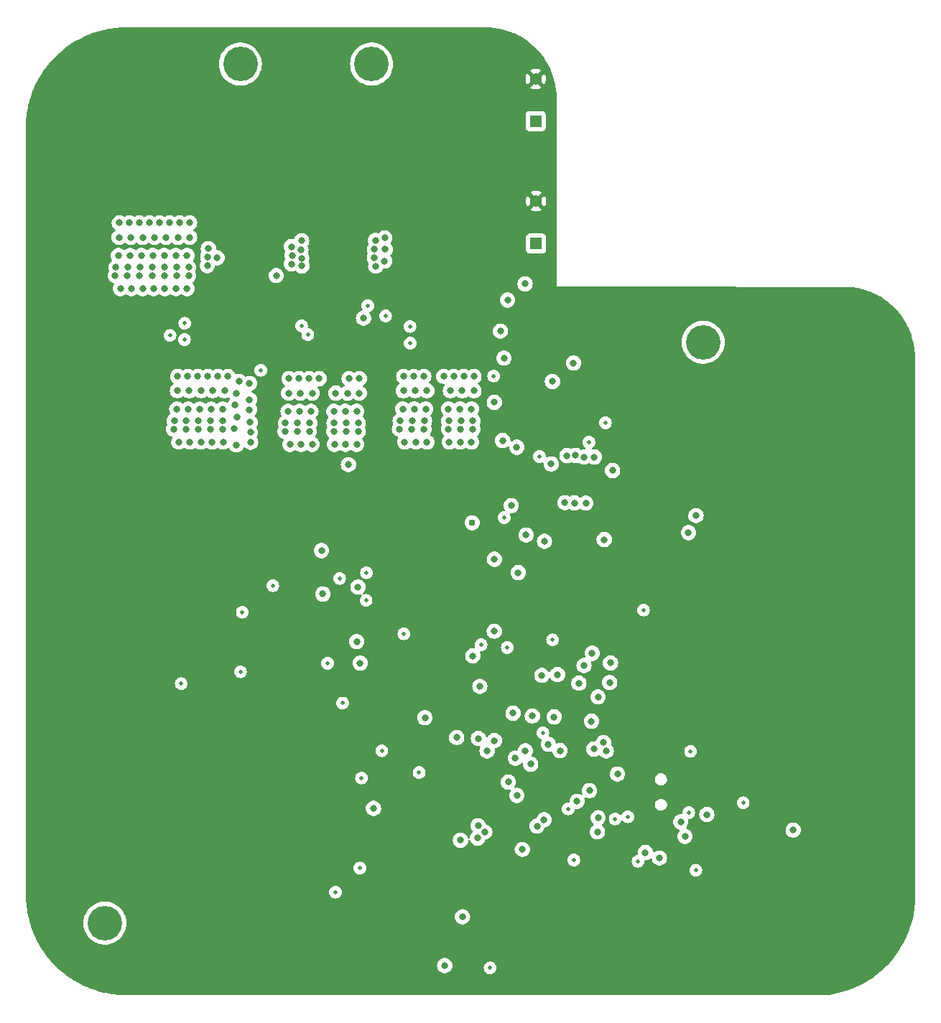
<source format=gbr>
%TF.GenerationSoftware,KiCad,Pcbnew,7.0.8*%
%TF.CreationDate,2023-12-22T14:09:35-07:00*%
%TF.ProjectId,VESC-6-MK5,56455343-2d36-42d4-9d4b-352e6b696361,rev?*%
%TF.SameCoordinates,Original*%
%TF.FileFunction,Copper,L3,Inr*%
%TF.FilePolarity,Positive*%
%FSLAX46Y46*%
G04 Gerber Fmt 4.6, Leading zero omitted, Abs format (unit mm)*
G04 Created by KiCad (PCBNEW 7.0.8) date 2023-12-22 14:09:35*
%MOMM*%
%LPD*%
G01*
G04 APERTURE LIST*
%TA.AperFunction,ComponentPad*%
%ADD10R,1.400000X1.400000*%
%TD*%
%TA.AperFunction,ComponentPad*%
%ADD11C,1.400000*%
%TD*%
%TA.AperFunction,ComponentPad*%
%ADD12C,4.064000*%
%TD*%
%TA.AperFunction,ViaPad*%
%ADD13C,0.800000*%
%TD*%
%TA.AperFunction,ViaPad*%
%ADD14C,0.500000*%
%TD*%
%TA.AperFunction,ViaPad*%
%ADD15C,0.787400*%
%TD*%
G04 APERTURE END LIST*
D10*
%TO.N,SUPPLY*%
%TO.C,C47*%
X205230000Y-63755000D03*
D11*
%TO.N,GND*%
X205230000Y-58755000D03*
%TD*%
D12*
%TO.N,N/C*%
%TO.C,*%
X154430000Y-143920000D03*
%TD*%
%TO.N,N/C*%
%TO.C,*%
X224920000Y-75410000D03*
%TD*%
%TO.N,N/C*%
%TO.C,*%
X185844000Y-42600000D03*
%TD*%
%TO.N,N/C*%
%TO.C,*%
X170376000Y-42600000D03*
%TD*%
D10*
%TO.N,SUPPLY*%
%TO.C,C46*%
X205190000Y-49345000D03*
D11*
%TO.N,GND*%
X205190000Y-44345000D03*
%TD*%
D13*
%TO.N,/MCU/SERVO*%
X200303416Y-122386584D03*
X199465394Y-123597758D03*
%TO.N,GND*%
X207250000Y-94430000D03*
X157008333Y-53720000D03*
X159820000Y-57620000D03*
X190240697Y-100748318D03*
D14*
X168490000Y-62470000D03*
X199170000Y-138140000D03*
X204900000Y-107240000D03*
D13*
X158510000Y-57620000D03*
X204744551Y-114945449D03*
D14*
X215050000Y-85460000D03*
D13*
X162401665Y-53720000D03*
X163750000Y-53720000D03*
D14*
X162850000Y-107810000D03*
D13*
X161130000Y-57620000D03*
X206000000Y-127050000D03*
X158510000Y-51570000D03*
X159609999Y-56100000D03*
D14*
X184220000Y-67340000D03*
D13*
X162867142Y-49870000D03*
X162496665Y-56100000D03*
D14*
X192590000Y-139460000D03*
D13*
X164050000Y-49870000D03*
X162665000Y-51570000D03*
X229380000Y-135630000D03*
D14*
X173960000Y-76350000D03*
D13*
X155360000Y-55120000D03*
D14*
X180800000Y-111210000D03*
X194870000Y-128270000D03*
X185140000Y-128450000D03*
X173060000Y-109350000D03*
D13*
X164050000Y-51570000D03*
X209000000Y-149980000D03*
X155280000Y-56100000D03*
X203250000Y-116880000D03*
D14*
X184620000Y-135594500D03*
D13*
X156723333Y-56100000D03*
D14*
X186230000Y-126940000D03*
X173580000Y-120430000D03*
D13*
X156952857Y-49870000D03*
X155740000Y-51570000D03*
X155660000Y-53720000D03*
X217360000Y-130950000D03*
D14*
X191230000Y-133940000D03*
D13*
X221150000Y-137650000D03*
X159650000Y-55120000D03*
X210126678Y-91420000D03*
X198413500Y-126841459D03*
D14*
X217510000Y-97490000D03*
D13*
X155890000Y-57620000D03*
D14*
X176940000Y-132970000D03*
D13*
X162510000Y-55120000D03*
X161053332Y-56100000D03*
X235620000Y-147330000D03*
X157125000Y-51570000D03*
X166630000Y-102710000D03*
D14*
X213770000Y-96250000D03*
D13*
X158166666Y-56100000D03*
D14*
X188690000Y-115620000D03*
D13*
X161053332Y-53720000D03*
D14*
X201530000Y-91360000D03*
X214880000Y-106130000D03*
D13*
X158356666Y-53720000D03*
D14*
X195700000Y-125280000D03*
X193220000Y-133460000D03*
D13*
X199719491Y-98800525D03*
X163940000Y-56100000D03*
D14*
X186410000Y-135110000D03*
X233640000Y-121660000D03*
D13*
X163750000Y-57620000D03*
X160501428Y-49870000D03*
X159704999Y-53720000D03*
D14*
X183970000Y-143720000D03*
D13*
X163940000Y-55120000D03*
X158220000Y-55120000D03*
D14*
X160650000Y-76330000D03*
D13*
X157200000Y-57620000D03*
X161280000Y-51570000D03*
X161080000Y-55120000D03*
X158135714Y-49870000D03*
X221950000Y-124820000D03*
X215850000Y-91270000D03*
D14*
X203270000Y-137128100D03*
X200310000Y-97070000D03*
X188940000Y-108870000D03*
D13*
X159318571Y-49870000D03*
D14*
X169790000Y-108850000D03*
D13*
X212955220Y-91399999D03*
D14*
X189840000Y-117195500D03*
D13*
X159895000Y-51570000D03*
D14*
X216720000Y-98610000D03*
D13*
X229170000Y-85590000D03*
X197420000Y-150390000D03*
D14*
X195480000Y-67170000D03*
D13*
X161684285Y-49870000D03*
X155770000Y-49870000D03*
D14*
X185810000Y-123250000D03*
X187070000Y-143970000D03*
X211790000Y-136920000D03*
D13*
X208250000Y-136030000D03*
D14*
X184540000Y-121100000D03*
D13*
X162440000Y-57620000D03*
D14*
X187650000Y-78300000D03*
X173050000Y-106570000D03*
X188110000Y-123220000D03*
D13*
X156790000Y-55120000D03*
%TO.N,Net-(U1-VCAP_1)*%
X207350000Y-119590000D03*
X211522543Y-128286529D03*
D14*
%TO.N,VCC*%
X206040000Y-121460000D03*
X189650000Y-109780000D03*
X217250000Y-136610000D03*
X201850000Y-111400000D03*
X214560000Y-131614500D03*
X216031233Y-131368767D03*
X207190000Y-110510000D03*
X229640000Y-129730000D03*
X198755500Y-111080000D03*
X209680000Y-136470000D03*
X184462397Y-137434617D03*
D13*
X179950000Y-99985588D03*
D14*
X223450000Y-123650000D03*
X182430000Y-117970000D03*
X162080000Y-74610000D03*
X224070000Y-137690000D03*
X184670000Y-126788006D03*
X201483812Y-96074760D03*
X187050000Y-123570000D03*
D13*
%TO.N,/MCU/NRST*%
X196330000Y-134140000D03*
X192140000Y-119690000D03*
D14*
%TO.N,+5V*%
X191450000Y-126145500D03*
X223220000Y-130870000D03*
D13*
X222280000Y-131990000D03*
D14*
X170620000Y-107240000D03*
X180670000Y-113270000D03*
X213400000Y-84900000D03*
X217880000Y-106990000D03*
D13*
X222790000Y-133670000D03*
D14*
X185190000Y-105860000D03*
X170380000Y-114260000D03*
X163420000Y-115670000D03*
D13*
%TO.N,/SH_A*%
X167640000Y-65450000D03*
X166480000Y-66370000D03*
D14*
X172790000Y-78710000D03*
D13*
X207018100Y-89763333D03*
X166540000Y-65360000D03*
X196560000Y-143170000D03*
X166610000Y-64370000D03*
%TO.N,/DRV8301/SH_B*%
X177610000Y-65500000D03*
X208870000Y-88764992D03*
X176400000Y-64130000D03*
D14*
X182070000Y-103250000D03*
D13*
X177610000Y-63430000D03*
X177630000Y-66410000D03*
X177510000Y-64510000D03*
D14*
X185400000Y-71100000D03*
X205632376Y-88882376D03*
D13*
X176400000Y-66160000D03*
D14*
X200250000Y-79380000D03*
D13*
X176470000Y-65170000D03*
D14*
X185260000Y-102580000D03*
D15*
%TO.N,/DRV8301/SH_C*%
X197700000Y-96690000D03*
D13*
X186180000Y-64450000D03*
X212090000Y-88940000D03*
X184230000Y-104277500D03*
X187440000Y-64450000D03*
X186330000Y-66440000D03*
X187390000Y-63110000D03*
X186290000Y-63410000D03*
X186180000Y-65400000D03*
X187370000Y-65830000D03*
%TO.N,SUPPLY*%
X160851428Y-61330000D03*
X160000000Y-66580000D03*
X156120000Y-61330000D03*
X162846665Y-67560000D03*
X156240000Y-69080000D03*
X156010000Y-65180000D03*
X164100000Y-65180000D03*
X156090000Y-63030000D03*
X157073333Y-67560000D03*
X155710000Y-66580000D03*
D14*
X211460000Y-87200000D03*
D13*
X163015000Y-63030000D03*
X162860000Y-66580000D03*
X157550000Y-69080000D03*
X161403332Y-67560000D03*
X157475000Y-63030000D03*
X161630000Y-63030000D03*
X163217142Y-61330000D03*
X159668571Y-61330000D03*
X157358333Y-65180000D03*
X162751665Y-65180000D03*
X164100000Y-69080000D03*
X158516666Y-67560000D03*
X158706666Y-65180000D03*
X158570000Y-66580000D03*
X161480000Y-69080000D03*
X160170000Y-69080000D03*
X162790000Y-69080000D03*
X201300000Y-87000000D03*
X164400000Y-63030000D03*
X157140000Y-66580000D03*
X158860000Y-63030000D03*
X159959999Y-67560000D03*
X160054999Y-65180000D03*
X164290000Y-67560000D03*
X155630000Y-67560000D03*
X162034285Y-61330000D03*
X160245000Y-63030000D03*
X161430000Y-66580000D03*
X157302857Y-61330000D03*
X164290000Y-66580000D03*
X161403332Y-65180000D03*
X158860000Y-69080000D03*
X164400000Y-61330000D03*
X158485714Y-61330000D03*
%TO.N,Net-(U3-BST_BK)*%
X202304079Y-94669579D03*
%TO.N,Net-(D4-K)*%
X202964902Y-87790000D03*
%TO.N,/MCU/CURRENT_1*%
X198400000Y-132429349D03*
%TO.N,/MCU/CURRENT_2*%
X199184559Y-133153849D03*
%TO.N,/MCU/CURRENT_3*%
X198331726Y-133878349D03*
%TO.N,/DRV8301/SENS_A*%
X203616650Y-135216650D03*
%TO.N,/EN_BUCK*%
X204060000Y-98140000D03*
X194470000Y-148920000D03*
X213267230Y-98672770D03*
X206226500Y-98882000D03*
%TO.N,/DRV8301/SENS_B*%
X205339351Y-132469351D03*
%TO.N,/DRV8301/SENS_C*%
X206180000Y-131720000D03*
%TO.N,/MCU/LED_RED*%
X212472157Y-133141041D03*
%TO.N,/MCU/LED_GREEN*%
X210067812Y-129544012D03*
%TO.N,/MCU/HALL_3*%
X212046298Y-123379311D03*
X214833023Y-126333023D03*
%TO.N,Net-(P4-Pad6)*%
X225360000Y-131100000D03*
X235540000Y-132940000D03*
%TO.N,/MCU/RX_SDA_NSS*%
X218120000Y-135590000D03*
X219770000Y-136240000D03*
%TO.N,/MCU/SWDIO*%
X198605500Y-115990000D03*
X204600000Y-125160000D03*
%TO.N,/MCU/SWCLK*%
X197780000Y-112390000D03*
X201965500Y-127274500D03*
%TO.N,Net-(Q1-G)*%
X174620000Y-67540000D03*
X183120000Y-89840000D03*
X200319500Y-82490000D03*
%TO.N,Net-(Q2-G)*%
X201450000Y-77280000D03*
X203940000Y-68520000D03*
%TO.N,Net-(Q3-G)*%
X201040000Y-74090000D03*
%TO.N,Net-(Q4-G)*%
X207170000Y-80030000D03*
X209640000Y-77860000D03*
%TO.N,Net-(Q5-G)*%
X201872032Y-70433999D03*
D14*
%TO.N,/DRV8301/SENS_SUPPLY*%
X181600000Y-140250000D03*
D13*
%TO.N,/MCU/USB_DM*%
X208063695Y-123576305D03*
X224080000Y-95850000D03*
%TO.N,/MCU/USB_DP*%
X223194500Y-97858912D03*
X206672796Y-122821802D03*
%TO.N,/BMI160/SCL*%
X202520000Y-119150000D03*
X205910000Y-114700000D03*
%TO.N,Net-(U3-DTC)*%
X200320000Y-101000000D03*
X203120000Y-102570000D03*
%TO.N,Net-(P8-Pin_1)*%
X168283332Y-85660000D03*
X167731428Y-79430000D03*
X169670000Y-85600000D03*
X165740000Y-81130000D03*
X164182857Y-79430000D03*
X171570000Y-86040000D03*
X166839999Y-85660000D03*
X164020000Y-84680000D03*
X166934999Y-83280000D03*
X168914285Y-79430000D03*
X168360000Y-87180000D03*
X163120000Y-87180000D03*
X167125000Y-81130000D03*
X162890000Y-83280000D03*
X170210000Y-80020000D03*
X169880000Y-81450000D03*
X169750000Y-82810000D03*
X167050000Y-87180000D03*
X165396666Y-85660000D03*
X166880000Y-84680000D03*
X168283332Y-83280000D03*
X163953333Y-85660000D03*
X164355000Y-81130000D03*
X164430000Y-87180000D03*
X171440000Y-83350000D03*
X165450000Y-84680000D03*
X169900000Y-87500000D03*
X166548571Y-79430000D03*
X165740000Y-87180000D03*
X169980000Y-84270000D03*
X168510000Y-81130000D03*
X165586666Y-83280000D03*
X171470000Y-80270000D03*
X164238333Y-83280000D03*
X162970000Y-81130000D03*
X162590000Y-84680000D03*
X171440000Y-82170000D03*
X168310000Y-84680000D03*
X163000000Y-79430000D03*
X165365714Y-79430000D03*
X171590000Y-87190000D03*
X171520000Y-84860000D03*
X162510000Y-85660000D03*
D14*
%TO.N,Net-(U5-IN-)*%
X163790000Y-75090000D03*
%TO.N,Net-(U5-IN+)*%
X163837768Y-73175304D03*
D13*
%TO.N,Net-(P9-Pin_1)*%
X184390000Y-79700000D03*
X183207142Y-79700000D03*
X176080000Y-81400000D03*
X177063333Y-85930000D03*
X177292857Y-79700000D03*
X178850000Y-81400000D03*
X184280000Y-84950000D03*
X183005000Y-81400000D03*
X176230000Y-87450000D03*
X182780000Y-87450000D03*
X181620000Y-81400000D03*
X178560000Y-84950000D03*
X177130000Y-84950000D03*
X179658571Y-79700000D03*
X175620000Y-85930000D03*
X181420000Y-84950000D03*
X181393332Y-83550000D03*
X178850000Y-87450000D03*
X178696666Y-83550000D03*
X178506666Y-85930000D03*
X176110000Y-79700000D03*
X181470000Y-87450000D03*
X184090000Y-83550000D03*
X176000000Y-83550000D03*
X184090000Y-87450000D03*
X184390000Y-81400000D03*
X182741665Y-83550000D03*
X184280000Y-85930000D03*
X178475714Y-79700000D03*
X177465000Y-81400000D03*
X177348333Y-83550000D03*
X177540000Y-87450000D03*
X175700000Y-84950000D03*
X182836665Y-85930000D03*
X181393332Y-85930000D03*
X182850000Y-84950000D03*
D14*
%TO.N,Net-(U6-IN-)*%
X178330000Y-74510000D03*
%TO.N,Net-(U6-IN+)*%
X177584381Y-73459913D03*
D13*
%TO.N,/DRV8301/GH_B*%
X209893783Y-88764777D03*
X208630000Y-94330000D03*
%TO.N,/DRV8301/GL_B*%
X210878578Y-88935611D03*
X209750000Y-94360000D03*
%TO.N,Net-(P10-Pin_1)*%
X189750000Y-87180000D03*
X192216666Y-83280000D03*
X190812857Y-79430000D03*
X196525000Y-81130000D03*
X194940000Y-84680000D03*
X196370000Y-84680000D03*
X192370000Y-81130000D03*
X190583333Y-85660000D03*
X197610000Y-83280000D03*
X197610000Y-87180000D03*
X196261665Y-83280000D03*
X194913332Y-85660000D03*
X194990000Y-87180000D03*
X189220000Y-84680000D03*
X196356665Y-85660000D03*
X189630000Y-79430000D03*
X196727142Y-79430000D03*
X190650000Y-84680000D03*
X189140000Y-85660000D03*
X192080000Y-84680000D03*
X195544285Y-79430000D03*
X190868333Y-83280000D03*
X195140000Y-81130000D03*
X197800000Y-84680000D03*
X189520000Y-83280000D03*
X196300000Y-87180000D03*
X191995714Y-79430000D03*
X197910000Y-81130000D03*
X190985000Y-81130000D03*
X194361428Y-79430000D03*
X192370000Y-87180000D03*
X189600000Y-81130000D03*
X191060000Y-87180000D03*
X192026666Y-85660000D03*
X194913332Y-83280000D03*
X197800000Y-85660000D03*
X197910000Y-79430000D03*
D14*
%TO.N,Net-(U7-IN-)*%
X190405500Y-75520000D03*
%TO.N,Net-(U7-IN+)*%
X190360000Y-73550000D03*
D13*
%TO.N,/DRV8301/GH_C*%
X211110000Y-94380000D03*
X214250000Y-90530000D03*
%TO.N,/Power/C_A*%
X180104695Y-105100000D03*
D14*
X174200000Y-104100000D03*
D13*
%TO.N,/Power/C_B*%
X184900000Y-72550000D03*
X184090000Y-110710000D03*
D14*
%TO.N,/Power/C_C*%
X187490000Y-72310000D03*
D13*
X184490000Y-113250000D03*
%TO.N,/BMI160/SDA*%
X212550000Y-131490000D03*
X204800000Y-119480000D03*
D14*
%TO.N,/SHUTDOWN*%
X209017086Y-130446424D03*
X199810000Y-149200000D03*
D13*
%TO.N,/DRV8301/EN_GATE*%
X202787049Y-124462375D03*
X202970000Y-128860000D03*
X207755000Y-114595000D03*
%TO.N,/DRV8301/SENS_FILTERED*%
X186070000Y-130379904D03*
%TO.N,/DRV8301/INL_B*%
X213910000Y-115540000D03*
X213495798Y-123605798D03*
%TO.N,/DRV8301/INL_C*%
X214010000Y-113230000D03*
X213185500Y-122618174D03*
%TO.N,/DRV8301/CS*%
X200313700Y-109490000D03*
X212544061Y-117243264D03*
%TO.N,/DRV8301/INH_B*%
X211765500Y-120100000D03*
X210880247Y-113530253D03*
%TO.N,/DRV8301/INH_C*%
X210279951Y-115615549D03*
X211850500Y-112090000D03*
%TO.N,/MCU/CURR_FILTER_ON*%
X195880500Y-122020000D03*
X198444500Y-122130000D03*
X203969500Y-123590000D03*
%TD*%
%TA.AperFunction,Conductor*%
%TO.N,GND*%
G36*
X199681492Y-38292006D02*
G01*
X199877105Y-38298689D01*
X199881030Y-38298950D01*
X200187888Y-38329172D01*
X200431237Y-38354190D01*
X200434927Y-38354683D01*
X200729750Y-38403359D01*
X200980394Y-38446575D01*
X200983906Y-38447287D01*
X201270910Y-38514207D01*
X201315750Y-38525135D01*
X201522071Y-38575414D01*
X201525390Y-38576321D01*
X201805343Y-38661243D01*
X202054002Y-38740163D01*
X202057030Y-38741213D01*
X202190162Y-38791320D01*
X202329607Y-38843805D01*
X202573642Y-38940039D01*
X202576485Y-38941243D01*
X202635588Y-38968022D01*
X202841019Y-39061101D01*
X203078765Y-39174168D01*
X203081338Y-39175467D01*
X203337036Y-39312141D01*
X203568254Y-39442149D01*
X203815325Y-39595788D01*
X204037475Y-39741495D01*
X204133384Y-39810223D01*
X204273733Y-39910796D01*
X204322046Y-39947432D01*
X204485641Y-40071490D01*
X204626009Y-40186687D01*
X204710179Y-40255764D01*
X204910726Y-40430632D01*
X205122680Y-40629148D01*
X205310851Y-40817319D01*
X205509367Y-41029273D01*
X205684235Y-41229820D01*
X205868502Y-41454350D01*
X205972097Y-41590960D01*
X206029203Y-41666266D01*
X206198499Y-41902518D01*
X206260713Y-41997371D01*
X206344210Y-42124671D01*
X206497849Y-42371743D01*
X206627869Y-42602983D01*
X206764526Y-42858651D01*
X206765838Y-42861250D01*
X206878905Y-43098996D01*
X206998755Y-43363513D01*
X206999959Y-43366356D01*
X207096194Y-43610392D01*
X207198771Y-43882928D01*
X207199840Y-43886012D01*
X207278756Y-44134656D01*
X207363677Y-44414608D01*
X207364584Y-44417927D01*
X207425792Y-44669092D01*
X207492710Y-44956091D01*
X207493429Y-44959636D01*
X207536655Y-45210341D01*
X207585309Y-45505032D01*
X207585812Y-45508792D01*
X207610833Y-45752179D01*
X207641047Y-46058954D01*
X207641310Y-46062915D01*
X207648008Y-46258955D01*
X207656735Y-46525548D01*
X207659434Y-46607972D01*
X207659245Y-46608702D01*
X207659500Y-46610472D01*
X207669488Y-68805990D01*
X207669318Y-68806871D01*
X207669459Y-68830001D01*
X207669499Y-68830098D01*
X207669615Y-68830381D01*
X207669618Y-68830384D01*
X207669808Y-68830462D01*
X207670000Y-68830541D01*
X207670002Y-68830539D01*
X207694616Y-68830524D01*
X207694616Y-68830528D01*
X207694760Y-68830500D01*
X216419900Y-68830500D01*
X241528253Y-68870417D01*
X241528533Y-68870500D01*
X241580000Y-68870500D01*
X241931262Y-68881999D01*
X242127105Y-68888689D01*
X242131030Y-68888950D01*
X242437888Y-68919172D01*
X242681237Y-68944190D01*
X242684927Y-68944683D01*
X242979750Y-68993359D01*
X243230394Y-69036575D01*
X243233906Y-69037287D01*
X243520910Y-69104207D01*
X243772071Y-69165414D01*
X243775390Y-69166321D01*
X244055343Y-69251243D01*
X244304002Y-69330163D01*
X244307030Y-69331213D01*
X244439688Y-69381142D01*
X244579607Y-69433805D01*
X244823642Y-69530039D01*
X244826485Y-69531243D01*
X244918323Y-69572854D01*
X245091019Y-69651101D01*
X245328765Y-69764168D01*
X245331338Y-69765467D01*
X245587036Y-69902141D01*
X245818254Y-70032149D01*
X246065325Y-70185788D01*
X246287475Y-70331495D01*
X246410346Y-70419544D01*
X246523733Y-70500796D01*
X246572046Y-70537432D01*
X246735641Y-70661490D01*
X246907189Y-70802276D01*
X246960179Y-70845764D01*
X247160726Y-71020632D01*
X247372680Y-71219148D01*
X247560851Y-71407319D01*
X247759367Y-71619273D01*
X247934235Y-71819820D01*
X247950066Y-71839110D01*
X248118502Y-72044350D01*
X248192510Y-72141943D01*
X248279203Y-72256266D01*
X248448499Y-72492518D01*
X248587485Y-72704419D01*
X248594203Y-72714661D01*
X248644007Y-72794751D01*
X248747849Y-72961743D01*
X248877869Y-73192983D01*
X249014526Y-73448651D01*
X249015838Y-73451250D01*
X249128905Y-73688996D01*
X249248755Y-73953513D01*
X249249959Y-73956356D01*
X249346194Y-74200392D01*
X249448771Y-74472928D01*
X249449840Y-74476012D01*
X249528756Y-74724656D01*
X249613677Y-75004608D01*
X249614584Y-75007927D01*
X249675792Y-75259092D01*
X249742710Y-75546091D01*
X249743429Y-75549636D01*
X249786655Y-75800341D01*
X249835309Y-76095032D01*
X249835812Y-76098792D01*
X249860833Y-76342179D01*
X249891047Y-76648954D01*
X249891310Y-76652915D01*
X249898008Y-76848955D01*
X249907766Y-77147044D01*
X249909434Y-77197972D01*
X249909245Y-77198701D01*
X249909500Y-77200470D01*
X249910791Y-79936788D01*
X249926880Y-141146400D01*
X249922789Y-141305040D01*
X249922606Y-141308456D01*
X249890895Y-141699305D01*
X249867385Y-141978260D01*
X249867021Y-141981532D01*
X249815948Y-142351506D01*
X249773561Y-142647184D01*
X249773032Y-142650302D01*
X249702777Y-143009032D01*
X249641630Y-143309617D01*
X249640953Y-143312574D01*
X249551724Y-143662583D01*
X249472022Y-143963410D01*
X249471213Y-143966200D01*
X249363265Y-144308084D01*
X249265306Y-144606384D01*
X249264382Y-144609001D01*
X249138024Y-144942615D01*
X249021670Y-145237697D01*
X248876743Y-145563735D01*
X248742841Y-145852724D01*
X248580251Y-146169269D01*
X248429318Y-146450747D01*
X248249538Y-146757076D01*
X248082114Y-147029846D01*
X247885682Y-147325170D01*
X247702389Y-147588093D01*
X247489873Y-147871648D01*
X247291382Y-148123682D01*
X247063399Y-148394693D01*
X246850459Y-148634846D01*
X246607678Y-148892544D01*
X246381049Y-149119939D01*
X246124191Y-149363569D01*
X245884741Y-149577333D01*
X245614489Y-149806237D01*
X245363167Y-150005545D01*
X245080289Y-150219047D01*
X244818031Y-150403195D01*
X244523321Y-150600654D01*
X244251158Y-150768972D01*
X243945423Y-150949793D01*
X243759586Y-151050251D01*
X243664467Y-151101669D01*
X243348442Y-151265341D01*
X243059938Y-151400202D01*
X242734368Y-151546238D01*
X242439693Y-151663582D01*
X242106497Y-151791068D01*
X242103884Y-151792002D01*
X241805885Y-151890975D01*
X241464417Y-152000059D01*
X241461630Y-152000878D01*
X241160988Y-152081617D01*
X240811362Y-152172006D01*
X240808408Y-152172693D01*
X240507978Y-152234864D01*
X240149521Y-152306322D01*
X240146405Y-152306861D01*
X239850890Y-152350242D01*
X239481077Y-152402565D01*
X239477807Y-152402939D01*
X239309568Y-152417690D01*
X239285932Y-152419763D01*
X239280518Y-152420000D01*
X169194916Y-152420000D01*
X157001451Y-152409477D01*
X157000611Y-152409229D01*
X156949795Y-152409433D01*
X156470488Y-152397573D01*
X156284960Y-152392790D01*
X156281543Y-152392607D01*
X155890694Y-152360895D01*
X155611738Y-152337385D01*
X155608466Y-152337021D01*
X155238493Y-152285948D01*
X154942814Y-152243561D01*
X154939696Y-152243032D01*
X154580967Y-152172777D01*
X154280381Y-152111630D01*
X154277424Y-152110953D01*
X153927416Y-152021724D01*
X153626588Y-151942022D01*
X153623798Y-151941213D01*
X153281915Y-151833265D01*
X152983614Y-151735306D01*
X152980997Y-151734382D01*
X152647383Y-151608024D01*
X152352302Y-151491670D01*
X152026264Y-151346743D01*
X151737275Y-151212841D01*
X151420730Y-151050251D01*
X151139252Y-150899318D01*
X150832923Y-150719538D01*
X150761179Y-150675502D01*
X150560145Y-150552108D01*
X150390727Y-150439422D01*
X150264829Y-150355682D01*
X150068834Y-150219047D01*
X150001906Y-150172388D01*
X149718351Y-149959873D01*
X149466317Y-149761382D01*
X149195306Y-149533399D01*
X148955153Y-149320459D01*
X148697455Y-149077678D01*
X148539244Y-148920000D01*
X193564540Y-148920000D01*
X193584326Y-149108256D01*
X193584327Y-149108259D01*
X193642818Y-149288277D01*
X193642821Y-149288284D01*
X193737467Y-149452216D01*
X193805428Y-149527694D01*
X193864129Y-149592888D01*
X194017265Y-149704148D01*
X194017270Y-149704151D01*
X194190192Y-149781142D01*
X194190197Y-149781144D01*
X194375354Y-149820500D01*
X194375355Y-149820500D01*
X194564644Y-149820500D01*
X194564646Y-149820500D01*
X194749803Y-149781144D01*
X194922730Y-149704151D01*
X195075871Y-149592888D01*
X195202533Y-149452216D01*
X195297179Y-149288284D01*
X195325864Y-149200002D01*
X199054751Y-149200002D01*
X199073685Y-149368056D01*
X199129545Y-149527694D01*
X199129547Y-149527697D01*
X199219518Y-149670884D01*
X199219523Y-149670890D01*
X199339109Y-149790476D01*
X199339115Y-149790481D01*
X199482302Y-149880452D01*
X199482305Y-149880454D01*
X199482309Y-149880455D01*
X199482310Y-149880456D01*
X199522666Y-149894577D01*
X199641943Y-149936314D01*
X199809997Y-149955249D01*
X199810000Y-149955249D01*
X199810003Y-149955249D01*
X199978056Y-149936314D01*
X199978059Y-149936313D01*
X200137690Y-149880456D01*
X200137692Y-149880454D01*
X200137694Y-149880454D01*
X200137697Y-149880452D01*
X200280884Y-149790481D01*
X200280885Y-149790480D01*
X200280890Y-149790477D01*
X200400477Y-149670890D01*
X200490452Y-149527697D01*
X200490454Y-149527694D01*
X200490454Y-149527692D01*
X200490456Y-149527690D01*
X200546313Y-149368059D01*
X200546313Y-149368058D01*
X200546314Y-149368056D01*
X200565249Y-149200002D01*
X200565249Y-149199997D01*
X200546314Y-149031943D01*
X200490454Y-148872305D01*
X200490452Y-148872302D01*
X200400481Y-148729115D01*
X200400476Y-148729109D01*
X200280890Y-148609523D01*
X200280884Y-148609518D01*
X200137697Y-148519547D01*
X200137694Y-148519545D01*
X199978056Y-148463685D01*
X199810003Y-148444751D01*
X199809997Y-148444751D01*
X199641943Y-148463685D01*
X199482305Y-148519545D01*
X199482302Y-148519547D01*
X199339115Y-148609518D01*
X199339109Y-148609523D01*
X199219523Y-148729109D01*
X199219518Y-148729115D01*
X199129547Y-148872302D01*
X199129545Y-148872305D01*
X199073685Y-149031943D01*
X199054751Y-149199997D01*
X199054751Y-149200002D01*
X195325864Y-149200002D01*
X195355674Y-149108256D01*
X195375460Y-148920000D01*
X195355674Y-148731744D01*
X195297179Y-148551716D01*
X195202533Y-148387784D01*
X195075871Y-148247112D01*
X195065972Y-148239920D01*
X194922734Y-148135851D01*
X194922729Y-148135848D01*
X194749807Y-148058857D01*
X194749802Y-148058855D01*
X194604001Y-148027865D01*
X194564646Y-148019500D01*
X194375354Y-148019500D01*
X194342897Y-148026398D01*
X194190197Y-148058855D01*
X194190192Y-148058857D01*
X194017270Y-148135848D01*
X194017265Y-148135851D01*
X193864129Y-148247111D01*
X193737466Y-148387785D01*
X193642821Y-148551715D01*
X193642818Y-148551722D01*
X193615810Y-148634846D01*
X193584326Y-148731744D01*
X193564540Y-148920000D01*
X148539244Y-148920000D01*
X148470060Y-148851049D01*
X148356895Y-148731740D01*
X148226429Y-148594190D01*
X148188517Y-148551722D01*
X148012658Y-148354731D01*
X147783762Y-148084489D01*
X147584454Y-147833167D01*
X147529136Y-147759874D01*
X147370946Y-147550281D01*
X147186804Y-147288031D01*
X146989336Y-146993307D01*
X146821037Y-146721175D01*
X146640199Y-146415410D01*
X146488327Y-146134460D01*
X146324657Y-145818440D01*
X146249213Y-145657044D01*
X146189799Y-145529942D01*
X146043756Y-145204357D01*
X145926427Y-144909720D01*
X145798917Y-144576462D01*
X145798013Y-144573931D01*
X145699031Y-144275908D01*
X145589937Y-143934411D01*
X145589120Y-143931630D01*
X145585998Y-143920005D01*
X151892493Y-143920005D01*
X151912500Y-144238023D01*
X151912501Y-144238030D01*
X151912502Y-144238034D01*
X151965369Y-144515176D01*
X151972214Y-144551056D01*
X152070686Y-144854120D01*
X152070688Y-144854125D01*
X152206364Y-145142449D01*
X152206367Y-145142455D01*
X152377110Y-145411504D01*
X152580238Y-145657044D01*
X152812530Y-145875181D01*
X152812540Y-145875189D01*
X153070324Y-146062480D01*
X153070342Y-146062492D01*
X153349582Y-146216005D01*
X153645867Y-146333313D01*
X153645866Y-146333313D01*
X153765354Y-146363992D01*
X153954519Y-146412561D01*
X154020843Y-146420939D01*
X154270657Y-146452499D01*
X154270666Y-146452499D01*
X154270669Y-146452500D01*
X154270671Y-146452500D01*
X154589329Y-146452500D01*
X154589331Y-146452500D01*
X154589334Y-146452499D01*
X154589342Y-146452499D01*
X154777989Y-146428666D01*
X154905481Y-146412561D01*
X155214133Y-146333313D01*
X155510418Y-146216005D01*
X155789664Y-146062488D01*
X156047468Y-145875183D01*
X156279763Y-145657043D01*
X156482886Y-145411509D01*
X156653634Y-145142453D01*
X156789314Y-144854119D01*
X156887787Y-144551052D01*
X156947498Y-144238034D01*
X156947499Y-144238023D01*
X156967507Y-143920005D01*
X156967507Y-143919994D01*
X156947499Y-143601976D01*
X156947498Y-143601969D01*
X156947498Y-143601966D01*
X156887787Y-143288948D01*
X156849138Y-143170000D01*
X195654540Y-143170000D01*
X195674326Y-143358256D01*
X195674327Y-143358259D01*
X195732818Y-143538277D01*
X195732821Y-143538284D01*
X195827467Y-143702216D01*
X195954129Y-143842888D01*
X196107265Y-143954148D01*
X196107270Y-143954151D01*
X196280192Y-144031142D01*
X196280197Y-144031144D01*
X196465354Y-144070500D01*
X196465355Y-144070500D01*
X196654644Y-144070500D01*
X196654646Y-144070500D01*
X196839803Y-144031144D01*
X197012730Y-143954151D01*
X197165871Y-143842888D01*
X197292533Y-143702216D01*
X197387179Y-143538284D01*
X197445674Y-143358256D01*
X197465460Y-143170000D01*
X197445674Y-142981744D01*
X197387179Y-142801716D01*
X197292533Y-142637784D01*
X197165871Y-142497112D01*
X197165870Y-142497111D01*
X197012734Y-142385851D01*
X197012729Y-142385848D01*
X196839807Y-142308857D01*
X196839802Y-142308855D01*
X196694001Y-142277865D01*
X196654646Y-142269500D01*
X196465354Y-142269500D01*
X196432897Y-142276398D01*
X196280197Y-142308855D01*
X196280192Y-142308857D01*
X196107270Y-142385848D01*
X196107265Y-142385851D01*
X195954129Y-142497111D01*
X195827466Y-142637785D01*
X195732821Y-142801715D01*
X195732818Y-142801722D01*
X195675556Y-142977957D01*
X195674326Y-142981744D01*
X195654540Y-143170000D01*
X156849138Y-143170000D01*
X156789314Y-142985881D01*
X156787367Y-142981744D01*
X156653635Y-142697550D01*
X156653634Y-142697547D01*
X156602156Y-142616430D01*
X156482889Y-142428495D01*
X156447611Y-142385851D01*
X156279763Y-142182957D01*
X156047468Y-141964817D01*
X156047465Y-141964815D01*
X156047459Y-141964810D01*
X155789675Y-141777519D01*
X155789657Y-141777507D01*
X155510417Y-141623994D01*
X155510414Y-141623993D01*
X155214130Y-141506686D01*
X155214133Y-141506686D01*
X154905484Y-141427439D01*
X154905471Y-141427437D01*
X154589342Y-141387500D01*
X154589331Y-141387500D01*
X154270669Y-141387500D01*
X154270657Y-141387500D01*
X153954528Y-141427437D01*
X153954515Y-141427439D01*
X153645867Y-141506686D01*
X153349585Y-141623993D01*
X153349582Y-141623994D01*
X153070342Y-141777507D01*
X153070324Y-141777519D01*
X152812540Y-141964810D01*
X152812530Y-141964818D01*
X152580238Y-142182955D01*
X152377110Y-142428495D01*
X152206367Y-142697544D01*
X152206364Y-142697550D01*
X152070688Y-142985874D01*
X152070686Y-142985879D01*
X151972214Y-143288943D01*
X151912501Y-143601969D01*
X151912500Y-143601976D01*
X151892493Y-143919994D01*
X151892493Y-143920005D01*
X145585998Y-143920005D01*
X145508382Y-143630988D01*
X145484413Y-143538277D01*
X145417982Y-143281322D01*
X145417313Y-143278443D01*
X145355156Y-142978084D01*
X145283669Y-142619481D01*
X145283141Y-142616430D01*
X145239757Y-142320889D01*
X145231675Y-142263765D01*
X145187428Y-141951035D01*
X145187061Y-141947824D01*
X145162627Y-141669149D01*
X145129577Y-141278158D01*
X145129384Y-141274757D01*
X145125641Y-141146400D01*
X145124002Y-141090196D01*
X145110549Y-140611742D01*
X145110724Y-140611074D01*
X145110500Y-140609513D01*
X145110421Y-140250002D01*
X180844751Y-140250002D01*
X180863685Y-140418056D01*
X180919545Y-140577694D01*
X180919547Y-140577697D01*
X181009518Y-140720884D01*
X181009523Y-140720890D01*
X181129109Y-140840476D01*
X181129115Y-140840481D01*
X181272302Y-140930452D01*
X181272305Y-140930454D01*
X181272309Y-140930455D01*
X181272310Y-140930456D01*
X181344913Y-140955860D01*
X181431943Y-140986314D01*
X181599997Y-141005249D01*
X181600000Y-141005249D01*
X181600003Y-141005249D01*
X181768056Y-140986314D01*
X181808963Y-140972000D01*
X181927690Y-140930456D01*
X181927692Y-140930454D01*
X181927694Y-140930454D01*
X181927697Y-140930452D01*
X182070884Y-140840481D01*
X182070885Y-140840480D01*
X182070890Y-140840477D01*
X182190477Y-140720890D01*
X182241178Y-140640201D01*
X182280452Y-140577697D01*
X182280454Y-140577694D01*
X182280454Y-140577692D01*
X182280456Y-140577690D01*
X182336313Y-140418059D01*
X182336313Y-140418058D01*
X182336314Y-140418056D01*
X182355249Y-140250002D01*
X182355249Y-140249997D01*
X182336314Y-140081943D01*
X182280454Y-139922305D01*
X182280452Y-139922302D01*
X182190481Y-139779115D01*
X182190476Y-139779109D01*
X182070890Y-139659523D01*
X182070884Y-139659518D01*
X181927697Y-139569547D01*
X181927694Y-139569545D01*
X181768056Y-139513685D01*
X181600003Y-139494751D01*
X181599997Y-139494751D01*
X181431943Y-139513685D01*
X181272305Y-139569545D01*
X181272302Y-139569547D01*
X181129115Y-139659518D01*
X181129109Y-139659523D01*
X181009523Y-139779109D01*
X181009518Y-139779115D01*
X180919547Y-139922302D01*
X180919545Y-139922305D01*
X180863685Y-140081943D01*
X180844751Y-140249997D01*
X180844751Y-140250002D01*
X145110421Y-140250002D01*
X145109801Y-137434619D01*
X183707148Y-137434619D01*
X183726082Y-137602673D01*
X183781942Y-137762311D01*
X183781944Y-137762314D01*
X183871915Y-137905501D01*
X183871920Y-137905507D01*
X183991506Y-138025093D01*
X183991512Y-138025098D01*
X184134699Y-138115069D01*
X184134702Y-138115071D01*
X184134706Y-138115072D01*
X184134707Y-138115073D01*
X184207310Y-138140477D01*
X184294340Y-138170931D01*
X184462394Y-138189866D01*
X184462397Y-138189866D01*
X184462400Y-138189866D01*
X184630453Y-138170931D01*
X184630456Y-138170930D01*
X184790087Y-138115073D01*
X184790089Y-138115071D01*
X184790091Y-138115071D01*
X184790094Y-138115069D01*
X184933281Y-138025098D01*
X184933282Y-138025097D01*
X184933287Y-138025094D01*
X185052874Y-137905507D01*
X185142849Y-137762314D01*
X185142851Y-137762311D01*
X185142851Y-137762309D01*
X185142853Y-137762307D01*
X185168153Y-137690002D01*
X223314751Y-137690002D01*
X223333685Y-137858056D01*
X223389545Y-138017694D01*
X223389547Y-138017697D01*
X223479518Y-138160884D01*
X223479523Y-138160890D01*
X223599109Y-138280476D01*
X223599115Y-138280481D01*
X223742302Y-138370452D01*
X223742305Y-138370454D01*
X223742309Y-138370455D01*
X223742310Y-138370456D01*
X223814913Y-138395860D01*
X223901943Y-138426314D01*
X224069997Y-138445249D01*
X224070000Y-138445249D01*
X224070003Y-138445249D01*
X224238056Y-138426314D01*
X224238059Y-138426313D01*
X224397690Y-138370456D01*
X224397692Y-138370454D01*
X224397694Y-138370454D01*
X224397697Y-138370452D01*
X224540884Y-138280481D01*
X224540885Y-138280480D01*
X224540890Y-138280477D01*
X224660477Y-138160890D01*
X224689267Y-138115071D01*
X224750452Y-138017697D01*
X224750454Y-138017694D01*
X224750454Y-138017692D01*
X224750456Y-138017690D01*
X224806313Y-137858059D01*
X224806313Y-137858058D01*
X224806314Y-137858056D01*
X224825249Y-137690002D01*
X224825249Y-137689997D01*
X224806314Y-137521943D01*
X224750454Y-137362305D01*
X224750452Y-137362302D01*
X224660481Y-137219115D01*
X224660476Y-137219109D01*
X224540890Y-137099523D01*
X224540884Y-137099518D01*
X224397697Y-137009547D01*
X224397694Y-137009545D01*
X224238056Y-136953685D01*
X224070003Y-136934751D01*
X224069997Y-136934751D01*
X223901943Y-136953685D01*
X223742305Y-137009545D01*
X223742302Y-137009547D01*
X223599115Y-137099518D01*
X223599109Y-137099523D01*
X223479523Y-137219109D01*
X223479518Y-137219115D01*
X223389547Y-137362302D01*
X223389545Y-137362305D01*
X223333685Y-137521943D01*
X223314751Y-137689997D01*
X223314751Y-137690002D01*
X185168153Y-137690002D01*
X185198710Y-137602676D01*
X185198710Y-137602675D01*
X185198711Y-137602673D01*
X185217646Y-137434619D01*
X185217646Y-137434614D01*
X185198711Y-137266560D01*
X185142851Y-137106922D01*
X185142849Y-137106919D01*
X185052878Y-136963732D01*
X185052873Y-136963726D01*
X184933287Y-136844140D01*
X184933281Y-136844135D01*
X184790094Y-136754164D01*
X184790091Y-136754162D01*
X184630453Y-136698302D01*
X184462400Y-136679368D01*
X184462394Y-136679368D01*
X184294340Y-136698302D01*
X184134702Y-136754162D01*
X184134699Y-136754164D01*
X183991512Y-136844135D01*
X183991506Y-136844140D01*
X183871920Y-136963726D01*
X183871915Y-136963732D01*
X183781944Y-137106919D01*
X183781942Y-137106922D01*
X183726082Y-137266560D01*
X183707148Y-137434614D01*
X183707148Y-137434619D01*
X145109801Y-137434619D01*
X145109588Y-136470002D01*
X208924751Y-136470002D01*
X208943685Y-136638056D01*
X208999545Y-136797694D01*
X208999547Y-136797697D01*
X209089518Y-136940884D01*
X209089523Y-136940890D01*
X209209109Y-137060476D01*
X209209115Y-137060481D01*
X209352302Y-137150452D01*
X209352305Y-137150454D01*
X209352309Y-137150455D01*
X209352310Y-137150456D01*
X209424913Y-137175860D01*
X209511943Y-137206314D01*
X209679997Y-137225249D01*
X209680000Y-137225249D01*
X209680003Y-137225249D01*
X209848056Y-137206314D01*
X209864740Y-137200476D01*
X210007690Y-137150456D01*
X210007692Y-137150454D01*
X210007694Y-137150454D01*
X210007697Y-137150452D01*
X210150884Y-137060481D01*
X210150885Y-137060480D01*
X210150890Y-137060477D01*
X210270477Y-136940890D01*
X210270481Y-136940884D01*
X210360452Y-136797697D01*
X210360454Y-136797694D01*
X210360454Y-136797692D01*
X210360456Y-136797690D01*
X210416313Y-136638059D01*
X210416313Y-136638058D01*
X210416314Y-136638056D01*
X210419475Y-136610002D01*
X216494751Y-136610002D01*
X216513685Y-136778056D01*
X216569545Y-136937694D01*
X216569547Y-136937697D01*
X216659518Y-137080884D01*
X216659523Y-137080890D01*
X216779109Y-137200476D01*
X216779115Y-137200481D01*
X216922302Y-137290452D01*
X216922305Y-137290454D01*
X216922309Y-137290455D01*
X216922310Y-137290456D01*
X216994913Y-137315860D01*
X217081943Y-137346314D01*
X217249997Y-137365249D01*
X217250000Y-137365249D01*
X217250003Y-137365249D01*
X217418056Y-137346314D01*
X217418059Y-137346313D01*
X217577690Y-137290456D01*
X217577692Y-137290454D01*
X217577694Y-137290454D01*
X217577697Y-137290452D01*
X217720884Y-137200481D01*
X217720885Y-137200480D01*
X217720890Y-137200477D01*
X217840477Y-137080890D01*
X217853301Y-137060481D01*
X217930452Y-136937697D01*
X217930454Y-136937694D01*
X217930454Y-136937692D01*
X217930456Y-136937690D01*
X217986313Y-136778059D01*
X217986313Y-136778058D01*
X217986314Y-136778056D01*
X218006029Y-136603080D01*
X218008519Y-136603360D01*
X218024934Y-136547461D01*
X218077738Y-136501706D01*
X218129249Y-136490500D01*
X218214644Y-136490500D01*
X218214646Y-136490500D01*
X218399803Y-136451144D01*
X218572730Y-136374151D01*
X218683184Y-136293901D01*
X218748986Y-136270423D01*
X218817040Y-136286248D01*
X218865735Y-136336353D01*
X218879386Y-136381256D01*
X218884326Y-136428256D01*
X218884327Y-136428259D01*
X218942818Y-136608277D01*
X218942821Y-136608284D01*
X219037467Y-136772216D01*
X219102228Y-136844140D01*
X219164129Y-136912888D01*
X219317265Y-137024148D01*
X219317270Y-137024151D01*
X219490192Y-137101142D01*
X219490197Y-137101144D01*
X219675354Y-137140500D01*
X219675355Y-137140500D01*
X219864644Y-137140500D01*
X219864646Y-137140500D01*
X220049803Y-137101144D01*
X220222730Y-137024151D01*
X220375871Y-136912888D01*
X220502533Y-136772216D01*
X220597179Y-136608284D01*
X220655674Y-136428256D01*
X220675460Y-136240000D01*
X220655674Y-136051744D01*
X220597179Y-135871716D01*
X220502533Y-135707784D01*
X220375871Y-135567112D01*
X220343716Y-135543750D01*
X220222734Y-135455851D01*
X220222729Y-135455848D01*
X220049807Y-135378857D01*
X220049802Y-135378855D01*
X219904001Y-135347865D01*
X219864646Y-135339500D01*
X219675354Y-135339500D01*
X219642897Y-135346398D01*
X219490197Y-135378855D01*
X219490192Y-135378857D01*
X219317270Y-135455848D01*
X219317265Y-135455851D01*
X219206818Y-135536096D01*
X219141012Y-135559576D01*
X219072958Y-135543750D01*
X219024263Y-135493644D01*
X219010613Y-135448743D01*
X219005674Y-135401744D01*
X218947179Y-135221716D01*
X218852533Y-135057784D01*
X218725871Y-134917112D01*
X218725870Y-134917111D01*
X218572734Y-134805851D01*
X218572729Y-134805848D01*
X218399807Y-134728857D01*
X218399802Y-134728855D01*
X218254001Y-134697865D01*
X218214646Y-134689500D01*
X218025354Y-134689500D01*
X217992897Y-134696398D01*
X217840197Y-134728855D01*
X217840192Y-134728857D01*
X217667270Y-134805848D01*
X217667265Y-134805851D01*
X217514129Y-134917111D01*
X217387466Y-135057785D01*
X217292821Y-135221715D01*
X217292818Y-135221722D01*
X217241762Y-135378857D01*
X217234326Y-135401744D01*
X217214540Y-135590000D01*
X217229590Y-135733200D01*
X217217021Y-135801928D01*
X217169289Y-135852952D01*
X217120156Y-135869380D01*
X217081943Y-135873686D01*
X216922305Y-135929545D01*
X216922302Y-135929547D01*
X216779115Y-136019518D01*
X216779109Y-136019523D01*
X216659523Y-136139109D01*
X216659518Y-136139115D01*
X216569547Y-136282302D01*
X216569545Y-136282305D01*
X216513685Y-136441943D01*
X216494751Y-136609997D01*
X216494751Y-136610002D01*
X210419475Y-136610002D01*
X210435249Y-136470002D01*
X210435249Y-136469997D01*
X210416314Y-136301943D01*
X210360454Y-136142305D01*
X210360452Y-136142302D01*
X210270481Y-135999115D01*
X210270476Y-135999109D01*
X210150890Y-135879523D01*
X210150884Y-135879518D01*
X210007697Y-135789547D01*
X210007694Y-135789545D01*
X209848056Y-135733685D01*
X209680003Y-135714751D01*
X209679997Y-135714751D01*
X209511943Y-135733685D01*
X209352305Y-135789545D01*
X209352302Y-135789547D01*
X209209115Y-135879518D01*
X209209109Y-135879523D01*
X209089523Y-135999109D01*
X209089518Y-135999115D01*
X208999547Y-136142302D01*
X208999545Y-136142305D01*
X208943685Y-136301943D01*
X208924751Y-136469997D01*
X208924751Y-136470002D01*
X145109588Y-136470002D01*
X145109312Y-135216650D01*
X202711190Y-135216650D01*
X202730976Y-135404906D01*
X202730977Y-135404909D01*
X202789468Y-135584927D01*
X202789471Y-135584934D01*
X202884117Y-135748866D01*
X202977837Y-135852952D01*
X203010779Y-135889538D01*
X203163915Y-136000798D01*
X203163920Y-136000801D01*
X203336842Y-136077792D01*
X203336847Y-136077794D01*
X203522004Y-136117150D01*
X203522005Y-136117150D01*
X203711294Y-136117150D01*
X203711296Y-136117150D01*
X203896453Y-136077794D01*
X204069380Y-136000801D01*
X204222521Y-135889538D01*
X204349183Y-135748866D01*
X204443829Y-135584934D01*
X204502324Y-135404906D01*
X204522110Y-135216650D01*
X204502324Y-135028394D01*
X204443829Y-134848366D01*
X204349183Y-134684434D01*
X204222521Y-134543762D01*
X204173690Y-134508284D01*
X204069384Y-134432501D01*
X204069379Y-134432498D01*
X203896457Y-134355507D01*
X203896452Y-134355505D01*
X203750651Y-134324515D01*
X203711296Y-134316150D01*
X203522004Y-134316150D01*
X203489547Y-134323048D01*
X203336847Y-134355505D01*
X203336842Y-134355507D01*
X203163920Y-134432498D01*
X203163915Y-134432501D01*
X203010779Y-134543761D01*
X202884116Y-134684435D01*
X202789471Y-134848365D01*
X202789468Y-134848372D01*
X202739830Y-135001144D01*
X202730976Y-135028394D01*
X202711190Y-135216650D01*
X145109312Y-135216650D01*
X145109075Y-134140000D01*
X195424540Y-134140000D01*
X195444326Y-134328256D01*
X195444327Y-134328259D01*
X195502818Y-134508277D01*
X195502821Y-134508284D01*
X195597467Y-134672216D01*
X195648467Y-134728857D01*
X195724129Y-134812888D01*
X195877265Y-134924148D01*
X195877270Y-134924151D01*
X196050192Y-135001142D01*
X196050197Y-135001144D01*
X196235354Y-135040500D01*
X196235355Y-135040500D01*
X196424644Y-135040500D01*
X196424646Y-135040500D01*
X196609803Y-135001144D01*
X196782730Y-134924151D01*
X196935871Y-134812888D01*
X197062533Y-134672216D01*
X197157179Y-134508284D01*
X197215674Y-134328256D01*
X197231781Y-134174995D01*
X197258364Y-134110386D01*
X197315661Y-134070400D01*
X197385480Y-134067740D01*
X197445654Y-134103249D01*
X197473032Y-134149642D01*
X197504545Y-134246629D01*
X197504547Y-134246633D01*
X197599193Y-134410565D01*
X197725855Y-134551237D01*
X197878991Y-134662497D01*
X197878996Y-134662500D01*
X198051918Y-134739491D01*
X198051923Y-134739493D01*
X198237080Y-134778849D01*
X198237081Y-134778849D01*
X198426370Y-134778849D01*
X198426372Y-134778849D01*
X198611529Y-134739493D01*
X198784456Y-134662500D01*
X198937597Y-134551237D01*
X199064259Y-134410565D01*
X199158905Y-134246633D01*
X199194969Y-134135638D01*
X199234406Y-134077963D01*
X199287117Y-134052667D01*
X199464362Y-134014993D01*
X199637289Y-133938000D01*
X199790430Y-133826737D01*
X199917092Y-133686065D01*
X200011738Y-133522133D01*
X200070233Y-133342105D01*
X200090019Y-133153849D01*
X200070233Y-132965593D01*
X200011738Y-132785565D01*
X199917092Y-132621633D01*
X199790430Y-132480961D01*
X199790429Y-132480960D01*
X199774451Y-132469351D01*
X204433891Y-132469351D01*
X204453677Y-132657607D01*
X204453678Y-132657610D01*
X204512169Y-132837628D01*
X204512172Y-132837635D01*
X204606818Y-133001567D01*
X204665749Y-133067016D01*
X204733480Y-133142239D01*
X204886616Y-133253499D01*
X204886621Y-133253502D01*
X205059543Y-133330493D01*
X205059548Y-133330495D01*
X205244705Y-133369851D01*
X205244706Y-133369851D01*
X205433995Y-133369851D01*
X205433997Y-133369851D01*
X205619154Y-133330495D01*
X205792081Y-133253502D01*
X205945222Y-133142239D01*
X205946301Y-133141041D01*
X211566697Y-133141041D01*
X211586483Y-133329297D01*
X211586484Y-133329300D01*
X211644975Y-133509318D01*
X211644978Y-133509325D01*
X211739624Y-133673257D01*
X211828276Y-133771715D01*
X211866286Y-133813929D01*
X212019422Y-133925189D01*
X212019427Y-133925192D01*
X212192349Y-134002183D01*
X212192354Y-134002185D01*
X212377511Y-134041541D01*
X212377512Y-134041541D01*
X212566801Y-134041541D01*
X212566803Y-134041541D01*
X212751960Y-134002185D01*
X212924887Y-133925192D01*
X213078028Y-133813929D01*
X213204690Y-133673257D01*
X213299336Y-133509325D01*
X213357831Y-133329297D01*
X213377617Y-133141041D01*
X213357831Y-132952785D01*
X213299336Y-132772757D01*
X213204690Y-132608825D01*
X213078028Y-132468153D01*
X213044944Y-132444116D01*
X213002278Y-132388786D01*
X212996299Y-132319173D01*
X213028905Y-132257378D01*
X213044930Y-132243490D01*
X213155871Y-132162888D01*
X213282533Y-132022216D01*
X213377179Y-131858284D01*
X213435674Y-131678256D01*
X213442375Y-131614502D01*
X213804751Y-131614502D01*
X213823685Y-131782556D01*
X213879545Y-131942194D01*
X213879547Y-131942197D01*
X213969518Y-132085384D01*
X213969523Y-132085390D01*
X214089109Y-132204976D01*
X214089115Y-132204981D01*
X214232302Y-132294952D01*
X214232305Y-132294954D01*
X214232309Y-132294955D01*
X214232310Y-132294956D01*
X214301519Y-132319173D01*
X214391943Y-132350814D01*
X214559997Y-132369749D01*
X214560000Y-132369749D01*
X214560003Y-132369749D01*
X214728056Y-132350814D01*
X214779397Y-132332849D01*
X214887690Y-132294956D01*
X214887692Y-132294954D01*
X214887694Y-132294954D01*
X214887697Y-132294952D01*
X215030884Y-132204981D01*
X215030885Y-132204980D01*
X215030890Y-132204977D01*
X215150477Y-132085390D01*
X215165758Y-132061071D01*
X215240452Y-131942197D01*
X215240455Y-131942191D01*
X215240456Y-131942190D01*
X215253775Y-131904125D01*
X215294497Y-131847350D01*
X215359449Y-131821602D01*
X215428011Y-131835058D01*
X215458498Y-131857399D01*
X215560342Y-131959243D01*
X215560348Y-131959248D01*
X215703535Y-132049219D01*
X215703538Y-132049221D01*
X215703542Y-132049222D01*
X215703543Y-132049223D01*
X215737383Y-132061064D01*
X215863176Y-132105081D01*
X216031230Y-132124016D01*
X216031233Y-132124016D01*
X216031236Y-132124016D01*
X216199289Y-132105081D01*
X216210743Y-132101073D01*
X216358923Y-132049223D01*
X216358925Y-132049221D01*
X216358927Y-132049221D01*
X216358930Y-132049219D01*
X216453176Y-131990000D01*
X221374540Y-131990000D01*
X221394326Y-132178256D01*
X221394327Y-132178259D01*
X221452818Y-132358277D01*
X221452821Y-132358284D01*
X221547467Y-132522216D01*
X221669374Y-132657607D01*
X221674129Y-132662888D01*
X221827265Y-132774148D01*
X221827270Y-132774151D01*
X222000192Y-132851142D01*
X222000197Y-132851144D01*
X222054817Y-132862754D01*
X222116299Y-132895946D01*
X222150075Y-132957109D01*
X222145423Y-133026824D01*
X222121186Y-133067016D01*
X222057466Y-133137784D01*
X221962821Y-133301715D01*
X221962818Y-133301722D01*
X221907422Y-133472216D01*
X221904326Y-133481744D01*
X221884540Y-133670000D01*
X221904326Y-133858256D01*
X221904327Y-133858259D01*
X221962818Y-134038277D01*
X221962821Y-134038284D01*
X222057467Y-134202216D01*
X222160054Y-134316150D01*
X222184129Y-134342888D01*
X222337265Y-134454148D01*
X222337270Y-134454151D01*
X222510192Y-134531142D01*
X222510197Y-134531144D01*
X222695354Y-134570500D01*
X222695355Y-134570500D01*
X222884644Y-134570500D01*
X222884646Y-134570500D01*
X223069803Y-134531144D01*
X223242730Y-134454151D01*
X223395871Y-134342888D01*
X223522533Y-134202216D01*
X223617179Y-134038284D01*
X223675674Y-133858256D01*
X223695460Y-133670000D01*
X223675674Y-133481744D01*
X223617179Y-133301716D01*
X223522533Y-133137784D01*
X223395871Y-132997112D01*
X223352489Y-132965593D01*
X223317263Y-132940000D01*
X234634540Y-132940000D01*
X234654326Y-133128256D01*
X234654327Y-133128259D01*
X234712818Y-133308277D01*
X234712821Y-133308284D01*
X234807467Y-133472216D01*
X234852413Y-133522133D01*
X234934129Y-133612888D01*
X235087265Y-133724148D01*
X235087270Y-133724151D01*
X235260192Y-133801142D01*
X235260197Y-133801144D01*
X235445354Y-133840500D01*
X235445355Y-133840500D01*
X235634644Y-133840500D01*
X235634646Y-133840500D01*
X235819803Y-133801144D01*
X235992730Y-133724151D01*
X236145871Y-133612888D01*
X236272533Y-133472216D01*
X236367179Y-133308284D01*
X236425674Y-133128256D01*
X236445460Y-132940000D01*
X236425674Y-132751744D01*
X236367179Y-132571716D01*
X236272533Y-132407784D01*
X236145871Y-132267112D01*
X236145870Y-132267111D01*
X235992734Y-132155851D01*
X235992729Y-132155848D01*
X235819807Y-132078857D01*
X235819802Y-132078855D01*
X235674001Y-132047865D01*
X235634646Y-132039500D01*
X235445354Y-132039500D01*
X235412897Y-132046398D01*
X235260197Y-132078855D01*
X235260192Y-132078857D01*
X235087270Y-132155848D01*
X235087265Y-132155851D01*
X234934129Y-132267111D01*
X234807466Y-132407785D01*
X234712821Y-132571715D01*
X234712818Y-132571722D01*
X234683197Y-132662888D01*
X234654326Y-132751744D01*
X234634540Y-132940000D01*
X223317263Y-132940000D01*
X223242734Y-132885851D01*
X223242729Y-132885848D01*
X223069807Y-132808857D01*
X223069803Y-132808856D01*
X223015181Y-132797245D01*
X222953699Y-132764052D01*
X222919923Y-132702888D01*
X222924577Y-132633174D01*
X222948812Y-132592984D01*
X223012533Y-132522216D01*
X223107179Y-132358284D01*
X223165674Y-132178256D01*
X223185460Y-131990000D01*
X223165674Y-131801744D01*
X223159229Y-131781911D01*
X223157233Y-131712074D01*
X223193312Y-131652240D01*
X223256012Y-131621410D01*
X223263277Y-131620373D01*
X223388055Y-131606314D01*
X223388057Y-131606313D01*
X223388059Y-131606313D01*
X223547690Y-131550456D01*
X223547692Y-131550454D01*
X223547694Y-131550454D01*
X223547697Y-131550452D01*
X223690884Y-131460481D01*
X223690885Y-131460480D01*
X223690890Y-131460477D01*
X223810477Y-131340890D01*
X223825418Y-131317112D01*
X223900452Y-131197697D01*
X223900454Y-131197694D01*
X223900454Y-131197692D01*
X223900456Y-131197690D01*
X223934639Y-131100000D01*
X224454540Y-131100000D01*
X224474326Y-131288256D01*
X224474327Y-131288259D01*
X224532818Y-131468277D01*
X224532821Y-131468284D01*
X224627467Y-131632216D01*
X224739337Y-131756460D01*
X224754129Y-131772888D01*
X224907265Y-131884148D01*
X224907270Y-131884151D01*
X225080192Y-131961142D01*
X225080197Y-131961144D01*
X225265354Y-132000500D01*
X225265355Y-132000500D01*
X225454644Y-132000500D01*
X225454646Y-132000500D01*
X225639803Y-131961144D01*
X225812730Y-131884151D01*
X225965871Y-131772888D01*
X226092533Y-131632216D01*
X226187179Y-131468284D01*
X226245674Y-131288256D01*
X226265460Y-131100000D01*
X226245674Y-130911744D01*
X226187179Y-130731716D01*
X226092533Y-130567784D01*
X225965871Y-130427112D01*
X225942946Y-130410456D01*
X225812734Y-130315851D01*
X225812729Y-130315848D01*
X225639807Y-130238857D01*
X225639802Y-130238855D01*
X225461185Y-130200890D01*
X225454646Y-130199500D01*
X225265354Y-130199500D01*
X225258815Y-130200890D01*
X225080197Y-130238855D01*
X225080192Y-130238857D01*
X224907270Y-130315848D01*
X224907265Y-130315851D01*
X224754129Y-130427111D01*
X224627466Y-130567785D01*
X224532821Y-130731715D01*
X224532818Y-130731722D01*
X224478830Y-130897882D01*
X224474326Y-130911744D01*
X224454540Y-131100000D01*
X223934639Y-131100000D01*
X223956313Y-131038059D01*
X223956313Y-131038058D01*
X223956314Y-131038056D01*
X223975249Y-130870002D01*
X223975249Y-130869997D01*
X223956314Y-130701943D01*
X223900454Y-130542305D01*
X223900452Y-130542302D01*
X223810481Y-130399115D01*
X223810476Y-130399109D01*
X223690890Y-130279523D01*
X223690884Y-130279518D01*
X223547697Y-130189547D01*
X223547694Y-130189545D01*
X223388056Y-130133685D01*
X223220003Y-130114751D01*
X223219997Y-130114751D01*
X223051943Y-130133685D01*
X222892305Y-130189545D01*
X222892302Y-130189547D01*
X222749115Y-130279518D01*
X222749109Y-130279523D01*
X222629523Y-130399109D01*
X222629518Y-130399115D01*
X222539547Y-130542302D01*
X222539545Y-130542305D01*
X222483685Y-130701943D01*
X222464751Y-130869997D01*
X222464751Y-130870002D01*
X222473947Y-130951616D01*
X222461893Y-131020438D01*
X222414544Y-131071817D01*
X222350727Y-131089500D01*
X222185354Y-131089500D01*
X222152897Y-131096398D01*
X222000197Y-131128855D01*
X222000192Y-131128857D01*
X221827270Y-131205848D01*
X221827265Y-131205851D01*
X221674129Y-131317111D01*
X221547466Y-131457785D01*
X221452821Y-131621715D01*
X221452818Y-131621722D01*
X221396042Y-131796462D01*
X221394326Y-131801744D01*
X221374540Y-131990000D01*
X216453176Y-131990000D01*
X216502117Y-131959248D01*
X216502118Y-131959247D01*
X216502123Y-131959244D01*
X216621710Y-131839657D01*
X216633055Y-131821602D01*
X216711685Y-131696464D01*
X216711687Y-131696461D01*
X216711687Y-131696459D01*
X216711689Y-131696457D01*
X216767546Y-131536826D01*
X216767546Y-131536825D01*
X216767547Y-131536823D01*
X216786482Y-131368769D01*
X216786482Y-131368764D01*
X216767547Y-131200710D01*
X216715788Y-131052792D01*
X216711689Y-131041077D01*
X216711688Y-131041076D01*
X216711687Y-131041072D01*
X216711685Y-131041069D01*
X216621714Y-130897882D01*
X216621709Y-130897876D01*
X216502123Y-130778290D01*
X216502117Y-130778285D01*
X216358930Y-130688314D01*
X216358927Y-130688312D01*
X216199289Y-130632452D01*
X216031236Y-130613518D01*
X216031230Y-130613518D01*
X215863176Y-130632452D01*
X215703538Y-130688312D01*
X215703535Y-130688314D01*
X215560348Y-130778285D01*
X215560342Y-130778290D01*
X215440756Y-130897876D01*
X215440751Y-130897882D01*
X215350780Y-131041069D01*
X215350777Y-131041076D01*
X215337456Y-131079143D01*
X215296733Y-131135918D01*
X215231779Y-131161664D01*
X215163218Y-131148206D01*
X215132734Y-131125867D01*
X215030890Y-131024023D01*
X215030884Y-131024018D01*
X214887697Y-130934047D01*
X214887694Y-130934045D01*
X214728056Y-130878185D01*
X214560003Y-130859251D01*
X214559997Y-130859251D01*
X214391943Y-130878185D01*
X214232305Y-130934045D01*
X214232302Y-130934047D01*
X214089115Y-131024018D01*
X214089109Y-131024023D01*
X213969523Y-131143609D01*
X213969518Y-131143615D01*
X213879547Y-131286802D01*
X213879545Y-131286805D01*
X213823685Y-131446443D01*
X213804751Y-131614497D01*
X213804751Y-131614502D01*
X213442375Y-131614502D01*
X213455460Y-131490000D01*
X213435674Y-131301744D01*
X213377179Y-131121716D01*
X213282533Y-130957784D01*
X213155871Y-130817112D01*
X213155870Y-130817111D01*
X213002734Y-130705851D01*
X213002729Y-130705848D01*
X212829807Y-130628857D01*
X212829802Y-130628855D01*
X212684001Y-130597865D01*
X212644646Y-130589500D01*
X212455354Y-130589500D01*
X212422897Y-130596398D01*
X212270197Y-130628855D01*
X212270192Y-130628857D01*
X212097270Y-130705848D01*
X212097265Y-130705851D01*
X211944129Y-130817111D01*
X211817466Y-130957785D01*
X211722821Y-131121715D01*
X211722818Y-131121722D01*
X211664327Y-131301740D01*
X211664326Y-131301744D01*
X211644540Y-131490000D01*
X211664326Y-131678256D01*
X211664327Y-131678259D01*
X211722818Y-131858277D01*
X211722821Y-131858284D01*
X211817467Y-132022216D01*
X211944129Y-132162888D01*
X211977213Y-132186925D01*
X212019878Y-132242253D01*
X212025857Y-132311866D01*
X211993252Y-132373662D01*
X211977213Y-132387560D01*
X211866284Y-132468154D01*
X211739623Y-132608826D01*
X211644978Y-132772756D01*
X211644975Y-132772763D01*
X211604951Y-132895946D01*
X211586483Y-132952785D01*
X211566697Y-133141041D01*
X205946301Y-133141041D01*
X206071884Y-133001567D01*
X206166530Y-132837635D01*
X206212172Y-132697163D01*
X206251609Y-132639488D01*
X206304321Y-132614192D01*
X206459803Y-132581144D01*
X206632730Y-132504151D01*
X206785871Y-132392888D01*
X206912533Y-132252216D01*
X207007179Y-132088284D01*
X207065674Y-131908256D01*
X207085460Y-131720000D01*
X207065674Y-131531744D01*
X207007179Y-131351716D01*
X206912533Y-131187784D01*
X206785871Y-131047112D01*
X206777565Y-131041077D01*
X206632734Y-130935851D01*
X206632729Y-130935848D01*
X206459807Y-130858857D01*
X206459802Y-130858855D01*
X206314001Y-130827865D01*
X206274646Y-130819500D01*
X206085354Y-130819500D01*
X206052897Y-130826398D01*
X205900197Y-130858855D01*
X205900192Y-130858857D01*
X205727270Y-130935848D01*
X205727265Y-130935851D01*
X205574129Y-131047111D01*
X205447466Y-131187785D01*
X205352821Y-131351715D01*
X205352819Y-131351719D01*
X205307178Y-131492187D01*
X205267740Y-131549862D01*
X205215028Y-131575158D01*
X205059548Y-131608206D01*
X205059543Y-131608208D01*
X204886621Y-131685199D01*
X204886616Y-131685202D01*
X204733480Y-131796462D01*
X204606817Y-131937136D01*
X204512172Y-132101066D01*
X204512169Y-132101073D01*
X204458220Y-132267112D01*
X204453677Y-132281095D01*
X204433891Y-132469351D01*
X199774451Y-132469351D01*
X199637293Y-132369700D01*
X199637288Y-132369697D01*
X199464366Y-132292706D01*
X199464361Y-132292704D01*
X199360458Y-132270619D01*
X199298976Y-132237426D01*
X199268308Y-132187647D01*
X199260263Y-132162888D01*
X199241481Y-132105081D01*
X199227181Y-132061070D01*
X199227178Y-132061064D01*
X199220342Y-132049223D01*
X199132533Y-131897133D01*
X199005871Y-131756461D01*
X198955687Y-131720000D01*
X198852734Y-131645200D01*
X198852729Y-131645197D01*
X198679807Y-131568206D01*
X198679802Y-131568204D01*
X198532161Y-131536823D01*
X198494646Y-131528849D01*
X198305354Y-131528849D01*
X198272897Y-131535747D01*
X198120197Y-131568204D01*
X198120192Y-131568206D01*
X197947270Y-131645197D01*
X197947265Y-131645200D01*
X197794129Y-131756460D01*
X197667466Y-131897134D01*
X197572821Y-132061064D01*
X197572818Y-132061071D01*
X197515517Y-132237426D01*
X197514326Y-132241093D01*
X197494540Y-132429349D01*
X197514326Y-132617605D01*
X197514327Y-132617608D01*
X197572818Y-132797626D01*
X197572821Y-132797633D01*
X197667467Y-132961565D01*
X197703485Y-133001567D01*
X197731917Y-133033144D01*
X197762147Y-133096135D01*
X197753522Y-133165471D01*
X197729009Y-133199555D01*
X197730204Y-133200631D01*
X197599192Y-133346134D01*
X197504547Y-133510064D01*
X197504544Y-133510071D01*
X197446053Y-133690089D01*
X197446052Y-133690093D01*
X197433037Y-133813929D01*
X197429945Y-133843349D01*
X197403360Y-133907963D01*
X197346063Y-133947948D01*
X197276244Y-133950608D01*
X197216070Y-133915099D01*
X197188693Y-133868705D01*
X197157181Y-133771722D01*
X197157180Y-133771721D01*
X197157179Y-133771716D01*
X197062533Y-133607784D01*
X196935871Y-133467112D01*
X196935870Y-133467111D01*
X196782734Y-133355851D01*
X196782729Y-133355848D01*
X196609807Y-133278857D01*
X196609802Y-133278855D01*
X196464001Y-133247865D01*
X196424646Y-133239500D01*
X196235354Y-133239500D01*
X196202897Y-133246398D01*
X196050197Y-133278855D01*
X196050192Y-133278857D01*
X195877270Y-133355848D01*
X195877265Y-133355851D01*
X195724129Y-133467111D01*
X195597466Y-133607785D01*
X195502821Y-133771715D01*
X195502818Y-133771722D01*
X195445559Y-133947948D01*
X195444326Y-133951744D01*
X195424540Y-134140000D01*
X145109075Y-134140000D01*
X145108757Y-132697164D01*
X145108246Y-130379904D01*
X185164540Y-130379904D01*
X185184326Y-130568160D01*
X185184327Y-130568163D01*
X185242818Y-130748181D01*
X185242821Y-130748188D01*
X185337467Y-130912120D01*
X185434997Y-131020438D01*
X185464129Y-131052792D01*
X185617265Y-131164052D01*
X185617270Y-131164055D01*
X185790192Y-131241046D01*
X185790197Y-131241048D01*
X185975354Y-131280404D01*
X185975355Y-131280404D01*
X186164644Y-131280404D01*
X186164646Y-131280404D01*
X186349803Y-131241048D01*
X186522730Y-131164055D01*
X186675871Y-131052792D01*
X186802533Y-130912120D01*
X186897179Y-130748188D01*
X186955674Y-130568160D01*
X186968468Y-130446426D01*
X208261837Y-130446426D01*
X208280771Y-130614480D01*
X208336631Y-130774118D01*
X208336633Y-130774121D01*
X208426604Y-130917308D01*
X208426609Y-130917314D01*
X208546195Y-131036900D01*
X208546201Y-131036905D01*
X208689388Y-131126876D01*
X208689391Y-131126878D01*
X208689395Y-131126879D01*
X208689396Y-131126880D01*
X208737205Y-131143609D01*
X208849029Y-131182738D01*
X209017083Y-131201673D01*
X209017086Y-131201673D01*
X209017089Y-131201673D01*
X209185142Y-131182738D01*
X209238535Y-131164055D01*
X209344776Y-131126880D01*
X209344778Y-131126878D01*
X209344780Y-131126878D01*
X209344783Y-131126876D01*
X209487970Y-131036905D01*
X209487971Y-131036904D01*
X209487976Y-131036901D01*
X209607563Y-130917314D01*
X209611063Y-130911744D01*
X209697538Y-130774121D01*
X209697540Y-130774118D01*
X209697540Y-130774116D01*
X209697542Y-130774114D01*
X209753399Y-130614483D01*
X209753399Y-130614481D01*
X209753400Y-130614479D01*
X209761939Y-130538692D01*
X209789005Y-130474278D01*
X209846600Y-130434723D01*
X209910937Y-130431285D01*
X209973166Y-130444512D01*
X209973167Y-130444512D01*
X210162456Y-130444512D01*
X210162458Y-130444512D01*
X210347615Y-130405156D01*
X210520542Y-130328163D01*
X210673683Y-130216900D01*
X210800345Y-130076228D01*
X210820948Y-130040542D01*
X219260500Y-130040542D01*
X219301441Y-130206650D01*
X219301442Y-130206653D01*
X219301443Y-130206654D01*
X219380950Y-130358141D01*
X219494399Y-130486199D01*
X219635198Y-130583385D01*
X219714652Y-130613518D01*
X219795160Y-130644051D01*
X219795162Y-130644051D01*
X219795164Y-130644052D01*
X219837572Y-130649201D01*
X219922387Y-130659500D01*
X219922389Y-130659500D01*
X220007613Y-130659500D01*
X220071223Y-130651776D01*
X220134836Y-130644052D01*
X220294802Y-130583385D01*
X220435601Y-130486199D01*
X220549050Y-130358141D01*
X220628557Y-130206654D01*
X220669500Y-130040542D01*
X220669500Y-129869458D01*
X220666169Y-129855942D01*
X220635127Y-129730002D01*
X228884751Y-129730002D01*
X228903685Y-129898056D01*
X228959545Y-130057694D01*
X228959547Y-130057697D01*
X229049518Y-130200884D01*
X229049523Y-130200890D01*
X229169109Y-130320476D01*
X229169115Y-130320481D01*
X229312302Y-130410452D01*
X229312305Y-130410454D01*
X229312309Y-130410455D01*
X229312310Y-130410456D01*
X229384913Y-130435860D01*
X229471943Y-130466314D01*
X229639997Y-130485249D01*
X229640000Y-130485249D01*
X229640003Y-130485249D01*
X229808056Y-130466314D01*
X229808059Y-130466313D01*
X229967690Y-130410456D01*
X229967692Y-130410454D01*
X229967694Y-130410454D01*
X229967697Y-130410452D01*
X230110884Y-130320481D01*
X230110885Y-130320480D01*
X230110890Y-130320477D01*
X230230477Y-130200890D01*
X230230481Y-130200884D01*
X230320452Y-130057697D01*
X230320454Y-130057694D01*
X230320454Y-130057692D01*
X230320456Y-130057690D01*
X230376313Y-129898059D01*
X230376313Y-129898058D01*
X230376314Y-129898056D01*
X230395249Y-129730002D01*
X230395249Y-129729997D01*
X230376314Y-129561943D01*
X230327976Y-129423801D01*
X230320456Y-129402310D01*
X230320455Y-129402309D01*
X230320454Y-129402305D01*
X230320452Y-129402302D01*
X230230481Y-129259115D01*
X230230476Y-129259109D01*
X230110890Y-129139523D01*
X230110884Y-129139518D01*
X229967697Y-129049547D01*
X229967694Y-129049545D01*
X229808056Y-128993685D01*
X229640003Y-128974751D01*
X229639997Y-128974751D01*
X229471943Y-128993685D01*
X229312305Y-129049545D01*
X229312302Y-129049547D01*
X229169115Y-129139518D01*
X229169109Y-129139523D01*
X229049523Y-129259109D01*
X229049518Y-129259115D01*
X228959547Y-129402302D01*
X228959545Y-129402305D01*
X228903685Y-129561943D01*
X228884751Y-129729997D01*
X228884751Y-129730002D01*
X220635127Y-129730002D01*
X220628558Y-129703349D01*
X220628557Y-129703348D01*
X220628557Y-129703346D01*
X220549050Y-129551859D01*
X220435601Y-129423801D01*
X220404458Y-129402305D01*
X220294803Y-129326616D01*
X220294802Y-129326615D01*
X220134839Y-129265948D01*
X220134834Y-129265947D01*
X220007613Y-129250500D01*
X220007611Y-129250500D01*
X219922389Y-129250500D01*
X219922387Y-129250500D01*
X219795165Y-129265947D01*
X219795160Y-129265948D01*
X219635197Y-129326615D01*
X219635196Y-129326616D01*
X219494399Y-129423800D01*
X219380950Y-129551859D01*
X219301441Y-129703349D01*
X219260500Y-129869457D01*
X219260500Y-130040542D01*
X210820948Y-130040542D01*
X210894991Y-129912296D01*
X210953486Y-129732268D01*
X210973272Y-129544012D01*
X210953486Y-129355756D01*
X210911581Y-129226789D01*
X210909587Y-129156949D01*
X210945667Y-129097116D01*
X211008368Y-129066288D01*
X211077782Y-129074253D01*
X211079949Y-129075193D01*
X211242735Y-129147671D01*
X211242740Y-129147673D01*
X211427897Y-129187029D01*
X211427898Y-129187029D01*
X211617187Y-129187029D01*
X211617189Y-129187029D01*
X211802346Y-129147673D01*
X211975273Y-129070680D01*
X212128414Y-128959417D01*
X212255076Y-128818745D01*
X212349722Y-128654813D01*
X212408217Y-128474785D01*
X212428003Y-128286529D01*
X212408217Y-128098273D01*
X212349722Y-127918245D01*
X212255076Y-127754313D01*
X212128414Y-127613641D01*
X212128413Y-127613640D01*
X211975277Y-127502380D01*
X211975272Y-127502377D01*
X211802350Y-127425386D01*
X211802345Y-127425384D01*
X211656544Y-127394394D01*
X211617189Y-127386029D01*
X211427897Y-127386029D01*
X211395440Y-127392927D01*
X211242740Y-127425384D01*
X211242735Y-127425386D01*
X211069813Y-127502377D01*
X211069808Y-127502380D01*
X210916672Y-127613640D01*
X210790009Y-127754314D01*
X210695364Y-127918244D01*
X210695361Y-127918251D01*
X210669171Y-127998857D01*
X210636869Y-128098273D01*
X210617083Y-128286529D01*
X210636869Y-128474785D01*
X210636870Y-128474788D01*
X210678772Y-128603750D01*
X210680767Y-128673591D01*
X210644687Y-128733424D01*
X210581986Y-128764252D01*
X210512571Y-128756287D01*
X210510405Y-128755347D01*
X210347619Y-128682869D01*
X210347614Y-128682867D01*
X210201813Y-128651877D01*
X210162458Y-128643512D01*
X209973166Y-128643512D01*
X209940709Y-128650410D01*
X209788009Y-128682867D01*
X209788004Y-128682869D01*
X209615082Y-128759860D01*
X209615077Y-128759863D01*
X209461941Y-128871123D01*
X209335278Y-129011797D01*
X209240633Y-129175727D01*
X209240630Y-129175734D01*
X209191606Y-129326616D01*
X209182138Y-129355756D01*
X209165006Y-129518759D01*
X209162352Y-129544014D01*
X209162352Y-129544017D01*
X209163616Y-129556049D01*
X209151044Y-129624779D01*
X209103309Y-129675800D01*
X209035568Y-129692915D01*
X209026415Y-129692226D01*
X209021795Y-129691705D01*
X209017086Y-129691175D01*
X209017085Y-129691175D01*
X209017083Y-129691175D01*
X208849029Y-129710109D01*
X208689391Y-129765969D01*
X208689388Y-129765971D01*
X208546201Y-129855942D01*
X208546195Y-129855947D01*
X208426609Y-129975533D01*
X208426604Y-129975539D01*
X208336633Y-130118726D01*
X208336631Y-130118729D01*
X208280771Y-130278367D01*
X208261837Y-130446421D01*
X208261837Y-130446426D01*
X186968468Y-130446426D01*
X186975460Y-130379904D01*
X186955674Y-130191648D01*
X186897179Y-130011620D01*
X186802533Y-129847688D01*
X186675871Y-129707016D01*
X186656463Y-129692915D01*
X186522734Y-129595755D01*
X186522729Y-129595752D01*
X186349807Y-129518761D01*
X186349802Y-129518759D01*
X186204001Y-129487769D01*
X186164646Y-129479404D01*
X185975354Y-129479404D01*
X185942897Y-129486302D01*
X185790197Y-129518759D01*
X185790192Y-129518761D01*
X185617270Y-129595752D01*
X185617265Y-129595755D01*
X185464129Y-129707015D01*
X185337466Y-129847689D01*
X185242821Y-130011619D01*
X185242818Y-130011626D01*
X185184327Y-130191644D01*
X185184326Y-130191648D01*
X185164540Y-130379904D01*
X145108246Y-130379904D01*
X145107455Y-126788008D01*
X183914751Y-126788008D01*
X183933685Y-126956062D01*
X183989545Y-127115700D01*
X183989547Y-127115703D01*
X184079518Y-127258890D01*
X184079523Y-127258896D01*
X184199109Y-127378482D01*
X184199115Y-127378487D01*
X184342302Y-127468458D01*
X184342305Y-127468460D01*
X184342309Y-127468461D01*
X184342310Y-127468462D01*
X184393000Y-127486199D01*
X184501943Y-127524320D01*
X184669997Y-127543255D01*
X184670000Y-127543255D01*
X184670003Y-127543255D01*
X184838056Y-127524320D01*
X184900757Y-127502380D01*
X184997690Y-127468462D01*
X184997692Y-127468460D01*
X184997694Y-127468460D01*
X184997697Y-127468458D01*
X185140884Y-127378487D01*
X185140885Y-127378486D01*
X185140890Y-127378483D01*
X185244873Y-127274500D01*
X201060040Y-127274500D01*
X201079826Y-127462756D01*
X201079827Y-127462759D01*
X201138318Y-127642777D01*
X201138321Y-127642784D01*
X201232967Y-127806716D01*
X201333394Y-127918251D01*
X201359629Y-127947388D01*
X201512765Y-128058648D01*
X201512770Y-128058651D01*
X201685692Y-128135642D01*
X201685697Y-128135644D01*
X201870854Y-128175000D01*
X201870855Y-128175000D01*
X202060143Y-128175000D01*
X202060146Y-128175000D01*
X202090400Y-128168569D01*
X202160064Y-128173884D01*
X202215798Y-128216021D01*
X202239904Y-128281600D01*
X202224728Y-128349802D01*
X202223567Y-128351858D01*
X202142820Y-128491718D01*
X202142818Y-128491722D01*
X202089827Y-128654813D01*
X202084326Y-128671744D01*
X202064540Y-128860000D01*
X202084326Y-129048256D01*
X202084745Y-129049545D01*
X202142818Y-129228277D01*
X202142821Y-129228284D01*
X202237467Y-129392216D01*
X202315972Y-129479404D01*
X202364129Y-129532888D01*
X202517265Y-129644148D01*
X202517270Y-129644151D01*
X202690192Y-129721142D01*
X202690197Y-129721144D01*
X202875354Y-129760500D01*
X202875355Y-129760500D01*
X203064644Y-129760500D01*
X203064646Y-129760500D01*
X203249803Y-129721144D01*
X203422730Y-129644151D01*
X203575871Y-129532888D01*
X203702533Y-129392216D01*
X203797179Y-129228284D01*
X203855674Y-129048256D01*
X203875460Y-128860000D01*
X203855674Y-128671744D01*
X203797179Y-128491716D01*
X203702533Y-128327784D01*
X203575871Y-128187112D01*
X203575870Y-128187111D01*
X203422734Y-128075851D01*
X203422729Y-128075848D01*
X203249807Y-127998857D01*
X203249802Y-127998855D01*
X203094902Y-127965931D01*
X203064646Y-127959500D01*
X202875354Y-127959500D01*
X202845098Y-127965930D01*
X202775432Y-127960613D01*
X202719699Y-127918475D01*
X202695595Y-127852895D01*
X202710773Y-127784694D01*
X202711933Y-127782640D01*
X202728287Y-127754314D01*
X202792679Y-127642784D01*
X202851174Y-127462756D01*
X202870960Y-127274500D01*
X202851174Y-127086244D01*
X202792679Y-126906216D01*
X202698033Y-126742284D01*
X202571371Y-126601612D01*
X202502892Y-126551859D01*
X202418234Y-126490351D01*
X202418229Y-126490348D01*
X202245307Y-126413357D01*
X202245302Y-126413355D01*
X202099501Y-126382365D01*
X202060146Y-126374000D01*
X201870854Y-126374000D01*
X201838397Y-126380898D01*
X201685697Y-126413355D01*
X201685692Y-126413357D01*
X201512770Y-126490348D01*
X201512765Y-126490351D01*
X201359629Y-126601611D01*
X201232966Y-126742285D01*
X201138321Y-126906215D01*
X201138318Y-126906222D01*
X201079827Y-127086240D01*
X201079826Y-127086244D01*
X201060040Y-127274500D01*
X185244873Y-127274500D01*
X185260477Y-127258896D01*
X185301149Y-127194167D01*
X185350452Y-127115703D01*
X185350454Y-127115700D01*
X185350454Y-127115698D01*
X185350456Y-127115696D01*
X185406313Y-126956065D01*
X185406313Y-126956064D01*
X185406314Y-126956062D01*
X185425249Y-126788008D01*
X185425249Y-126788003D01*
X185406314Y-126619949D01*
X185371788Y-126521279D01*
X185350456Y-126460316D01*
X185350455Y-126460315D01*
X185350454Y-126460311D01*
X185350452Y-126460308D01*
X185260481Y-126317121D01*
X185260476Y-126317115D01*
X185140890Y-126197529D01*
X185140884Y-126197524D01*
X185058092Y-126145502D01*
X190694751Y-126145502D01*
X190713685Y-126313556D01*
X190769545Y-126473194D01*
X190769547Y-126473197D01*
X190859518Y-126616384D01*
X190859523Y-126616390D01*
X190979109Y-126735976D01*
X190979115Y-126735981D01*
X191122302Y-126825952D01*
X191122305Y-126825954D01*
X191122309Y-126825955D01*
X191122310Y-126825956D01*
X191194913Y-126851360D01*
X191281943Y-126881814D01*
X191449997Y-126900749D01*
X191450000Y-126900749D01*
X191450003Y-126900749D01*
X191618056Y-126881814D01*
X191618059Y-126881813D01*
X191777690Y-126825956D01*
X191777692Y-126825954D01*
X191777694Y-126825954D01*
X191777697Y-126825952D01*
X191920884Y-126735981D01*
X191920885Y-126735980D01*
X191920890Y-126735977D01*
X192040477Y-126616390D01*
X192049763Y-126601612D01*
X192130452Y-126473197D01*
X192130454Y-126473194D01*
X192130454Y-126473192D01*
X192130456Y-126473190D01*
X192179502Y-126333023D01*
X213927563Y-126333023D01*
X213947349Y-126521279D01*
X213947350Y-126521282D01*
X214005841Y-126701300D01*
X214005844Y-126701307D01*
X214100490Y-126865239D01*
X214227152Y-127005911D01*
X214380288Y-127117171D01*
X214380293Y-127117174D01*
X214553215Y-127194165D01*
X214553220Y-127194167D01*
X214738377Y-127233523D01*
X214738378Y-127233523D01*
X214927667Y-127233523D01*
X214927669Y-127233523D01*
X215112826Y-127194167D01*
X215285753Y-127117174D01*
X215391228Y-127040542D01*
X219260500Y-127040542D01*
X219301441Y-127206650D01*
X219301442Y-127206653D01*
X219301443Y-127206654D01*
X219380950Y-127358141D01*
X219494399Y-127486199D01*
X219635198Y-127583385D01*
X219714974Y-127613640D01*
X219795160Y-127644051D01*
X219795162Y-127644051D01*
X219795164Y-127644052D01*
X219837572Y-127649201D01*
X219922387Y-127659500D01*
X219922389Y-127659500D01*
X220007613Y-127659500D01*
X220071223Y-127651776D01*
X220134836Y-127644052D01*
X220138180Y-127642784D01*
X220154205Y-127636706D01*
X220294802Y-127583385D01*
X220435601Y-127486199D01*
X220549050Y-127358141D01*
X220628557Y-127206654D01*
X220669500Y-127040542D01*
X220669500Y-126869458D01*
X220658777Y-126825952D01*
X220628558Y-126703349D01*
X220628557Y-126703348D01*
X220628557Y-126703346D01*
X220549050Y-126551859D01*
X220435601Y-126423801D01*
X220420470Y-126413357D01*
X220363451Y-126374000D01*
X220294802Y-126326615D01*
X220134839Y-126265948D01*
X220134834Y-126265947D01*
X220007613Y-126250500D01*
X220007611Y-126250500D01*
X219922389Y-126250500D01*
X219922387Y-126250500D01*
X219795165Y-126265947D01*
X219795160Y-126265948D01*
X219635197Y-126326615D01*
X219635196Y-126326616D01*
X219494399Y-126423800D01*
X219380950Y-126551859D01*
X219301441Y-126703349D01*
X219260500Y-126869457D01*
X219260500Y-127040542D01*
X215391228Y-127040542D01*
X215438894Y-127005911D01*
X215565556Y-126865239D01*
X215660202Y-126701307D01*
X215718697Y-126521279D01*
X215738483Y-126333023D01*
X215718697Y-126144767D01*
X215660202Y-125964739D01*
X215565556Y-125800807D01*
X215438894Y-125660135D01*
X215438893Y-125660134D01*
X215285757Y-125548874D01*
X215285752Y-125548871D01*
X215112830Y-125471880D01*
X215112825Y-125471878D01*
X214967024Y-125440888D01*
X214927669Y-125432523D01*
X214738377Y-125432523D01*
X214705920Y-125439421D01*
X214553220Y-125471878D01*
X214553215Y-125471880D01*
X214380293Y-125548871D01*
X214380288Y-125548874D01*
X214227152Y-125660134D01*
X214100489Y-125800808D01*
X214005844Y-125964738D01*
X214005841Y-125964745D01*
X213947350Y-126144763D01*
X213947349Y-126144767D01*
X213927563Y-126333023D01*
X192179502Y-126333023D01*
X192186313Y-126313559D01*
X192186313Y-126313558D01*
X192186314Y-126313556D01*
X192205249Y-126145502D01*
X192205249Y-126145497D01*
X192186314Y-125977443D01*
X192130454Y-125817805D01*
X192130452Y-125817802D01*
X192040481Y-125674615D01*
X192040476Y-125674609D01*
X191920890Y-125555023D01*
X191920884Y-125555018D01*
X191777697Y-125465047D01*
X191777694Y-125465045D01*
X191618056Y-125409185D01*
X191450003Y-125390251D01*
X191449997Y-125390251D01*
X191281943Y-125409185D01*
X191122305Y-125465045D01*
X191122302Y-125465047D01*
X190979115Y-125555018D01*
X190979109Y-125555023D01*
X190859523Y-125674609D01*
X190859518Y-125674615D01*
X190769547Y-125817802D01*
X190769545Y-125817805D01*
X190713685Y-125977443D01*
X190694751Y-126145497D01*
X190694751Y-126145502D01*
X185058092Y-126145502D01*
X184997697Y-126107553D01*
X184997694Y-126107551D01*
X184838056Y-126051691D01*
X184670003Y-126032757D01*
X184669997Y-126032757D01*
X184501943Y-126051691D01*
X184342305Y-126107551D01*
X184342302Y-126107553D01*
X184199115Y-126197524D01*
X184199109Y-126197529D01*
X184079523Y-126317115D01*
X184079518Y-126317121D01*
X183989547Y-126460308D01*
X183989545Y-126460311D01*
X183933685Y-126619949D01*
X183914751Y-126788003D01*
X183914751Y-126788008D01*
X145107455Y-126788008D01*
X145106746Y-123570002D01*
X186294751Y-123570002D01*
X186313685Y-123738056D01*
X186369545Y-123897694D01*
X186369547Y-123897697D01*
X186459518Y-124040884D01*
X186459523Y-124040890D01*
X186579109Y-124160476D01*
X186579115Y-124160481D01*
X186722302Y-124250452D01*
X186722305Y-124250454D01*
X186722309Y-124250455D01*
X186722310Y-124250456D01*
X186780010Y-124270646D01*
X186881943Y-124306314D01*
X187049997Y-124325249D01*
X187050000Y-124325249D01*
X187050003Y-124325249D01*
X187218056Y-124306314D01*
X187239370Y-124298856D01*
X187377690Y-124250456D01*
X187377692Y-124250454D01*
X187377694Y-124250454D01*
X187377697Y-124250452D01*
X187520884Y-124160481D01*
X187520885Y-124160480D01*
X187520890Y-124160477D01*
X187640477Y-124040890D01*
X187680186Y-123977694D01*
X187730452Y-123897697D01*
X187730454Y-123897694D01*
X187730454Y-123897692D01*
X187730456Y-123897690D01*
X187786313Y-123738059D01*
X187786313Y-123738058D01*
X187786314Y-123738056D01*
X187805249Y-123570002D01*
X187805249Y-123569997D01*
X187786314Y-123401943D01*
X187730454Y-123242305D01*
X187730452Y-123242302D01*
X187640481Y-123099115D01*
X187640476Y-123099109D01*
X187520890Y-122979523D01*
X187520884Y-122979518D01*
X187377697Y-122889547D01*
X187377694Y-122889545D01*
X187218056Y-122833685D01*
X187050003Y-122814751D01*
X187049997Y-122814751D01*
X186881943Y-122833685D01*
X186722305Y-122889545D01*
X186722302Y-122889547D01*
X186579115Y-122979518D01*
X186579109Y-122979523D01*
X186459523Y-123099109D01*
X186459518Y-123099115D01*
X186369547Y-123242302D01*
X186369545Y-123242305D01*
X186313685Y-123401943D01*
X186294751Y-123569997D01*
X186294751Y-123570002D01*
X145106746Y-123570002D01*
X145106405Y-122020000D01*
X194975040Y-122020000D01*
X194994826Y-122208256D01*
X194994827Y-122208259D01*
X195053318Y-122388277D01*
X195053321Y-122388284D01*
X195147967Y-122552216D01*
X195221197Y-122633546D01*
X195274629Y-122692888D01*
X195427765Y-122804148D01*
X195427770Y-122804151D01*
X195600692Y-122881142D01*
X195600697Y-122881144D01*
X195785854Y-122920500D01*
X195785855Y-122920500D01*
X195975144Y-122920500D01*
X195975146Y-122920500D01*
X196160303Y-122881144D01*
X196333230Y-122804151D01*
X196486371Y-122692888D01*
X196613033Y-122552216D01*
X196707679Y-122388284D01*
X196766174Y-122208256D01*
X196774399Y-122130000D01*
X197539040Y-122130000D01*
X197558826Y-122318256D01*
X197558827Y-122318259D01*
X197617318Y-122498277D01*
X197617321Y-122498284D01*
X197711967Y-122662216D01*
X197828963Y-122792153D01*
X197838629Y-122802888D01*
X197991765Y-122914148D01*
X197991770Y-122914151D01*
X198164692Y-122991142D01*
X198164697Y-122991144D01*
X198349854Y-123030500D01*
X198349855Y-123030500D01*
X198538319Y-123030500D01*
X198605358Y-123050185D01*
X198651113Y-123102989D01*
X198661057Y-123172147D01*
X198645707Y-123216496D01*
X198642691Y-123221722D01*
X198638213Y-123229478D01*
X198638212Y-123229480D01*
X198582176Y-123401943D01*
X198579720Y-123409502D01*
X198559934Y-123597758D01*
X198579720Y-123786014D01*
X198579721Y-123786017D01*
X198638212Y-123966035D01*
X198638215Y-123966042D01*
X198732861Y-124129974D01*
X198763014Y-124163462D01*
X198859523Y-124270646D01*
X199012659Y-124381906D01*
X199012664Y-124381909D01*
X199185586Y-124458900D01*
X199185591Y-124458902D01*
X199370748Y-124498258D01*
X199370749Y-124498258D01*
X199560038Y-124498258D01*
X199560040Y-124498258D01*
X199728858Y-124462375D01*
X201881589Y-124462375D01*
X201901375Y-124650631D01*
X201901376Y-124650634D01*
X201959867Y-124830652D01*
X201959870Y-124830659D01*
X202054516Y-124994591D01*
X202095328Y-125039917D01*
X202181178Y-125135263D01*
X202334314Y-125246523D01*
X202334319Y-125246526D01*
X202507241Y-125323517D01*
X202507246Y-125323519D01*
X202692403Y-125362875D01*
X202692404Y-125362875D01*
X202881693Y-125362875D01*
X202881695Y-125362875D01*
X203066852Y-125323519D01*
X203239779Y-125246526D01*
X203392920Y-125135263D01*
X203481983Y-125036347D01*
X203541468Y-124999700D01*
X203611325Y-125001030D01*
X203669374Y-125039917D01*
X203697184Y-125104014D01*
X203697453Y-125132281D01*
X203694540Y-125160000D01*
X203714326Y-125348256D01*
X203714327Y-125348259D01*
X203772818Y-125528277D01*
X203772821Y-125528284D01*
X203867467Y-125692216D01*
X203980548Y-125817805D01*
X203994129Y-125832888D01*
X204147265Y-125944148D01*
X204147270Y-125944151D01*
X204320192Y-126021142D01*
X204320197Y-126021144D01*
X204505354Y-126060500D01*
X204505355Y-126060500D01*
X204694644Y-126060500D01*
X204694646Y-126060500D01*
X204879803Y-126021144D01*
X205052730Y-125944151D01*
X205205871Y-125832888D01*
X205332533Y-125692216D01*
X205427179Y-125528284D01*
X205485674Y-125348256D01*
X205505460Y-125160000D01*
X205485674Y-124971744D01*
X205427179Y-124791716D01*
X205332533Y-124627784D01*
X205205871Y-124487112D01*
X205191685Y-124476805D01*
X205052734Y-124375851D01*
X205052729Y-124375848D01*
X204879807Y-124298857D01*
X204879803Y-124298856D01*
X204797569Y-124281376D01*
X204736088Y-124248183D01*
X204702311Y-124187020D01*
X204706965Y-124117305D01*
X204715964Y-124098086D01*
X204718267Y-124094097D01*
X204796679Y-123958284D01*
X204855174Y-123778256D01*
X204874960Y-123590000D01*
X204855174Y-123401744D01*
X204796679Y-123221716D01*
X204702033Y-123057784D01*
X204575371Y-122917112D01*
X204571296Y-122914151D01*
X204422234Y-122805851D01*
X204422229Y-122805848D01*
X204249307Y-122728857D01*
X204249302Y-122728855D01*
X204080085Y-122692888D01*
X204064146Y-122689500D01*
X203874854Y-122689500D01*
X203858915Y-122692888D01*
X203689697Y-122728855D01*
X203689692Y-122728857D01*
X203516770Y-122805848D01*
X203516765Y-122805851D01*
X203363629Y-122917111D01*
X203236966Y-123057785D01*
X203142321Y-123221715D01*
X203142318Y-123221722D01*
X203083827Y-123401740D01*
X203083826Y-123401744D01*
X203082166Y-123417542D01*
X203077342Y-123463440D01*
X203050757Y-123528055D01*
X202993460Y-123568039D01*
X202928242Y-123571768D01*
X202881695Y-123561875D01*
X202692403Y-123561875D01*
X202659946Y-123568773D01*
X202507246Y-123601230D01*
X202507241Y-123601232D01*
X202334319Y-123678223D01*
X202334314Y-123678226D01*
X202181178Y-123789486D01*
X202054515Y-123930160D01*
X201959870Y-124094090D01*
X201959867Y-124094097D01*
X201906125Y-124259500D01*
X201901375Y-124274119D01*
X201881589Y-124462375D01*
X199728858Y-124462375D01*
X199745197Y-124458902D01*
X199918124Y-124381909D01*
X200071265Y-124270646D01*
X200197927Y-124129974D01*
X200292573Y-123966042D01*
X200351068Y-123786014D01*
X200370854Y-123597758D01*
X200351179Y-123410564D01*
X200363748Y-123341838D01*
X200411480Y-123290814D01*
X200448717Y-123276316D01*
X200583219Y-123247728D01*
X200756146Y-123170735D01*
X200909287Y-123059472D01*
X201035949Y-122918800D01*
X201130595Y-122754868D01*
X201189090Y-122574840D01*
X201208876Y-122386584D01*
X201189090Y-122198328D01*
X201130595Y-122018300D01*
X201035949Y-121854368D01*
X200909287Y-121713696D01*
X200909286Y-121713695D01*
X200756150Y-121602435D01*
X200756145Y-121602432D01*
X200583223Y-121525441D01*
X200583218Y-121525439D01*
X200437417Y-121494449D01*
X200398062Y-121486084D01*
X200208770Y-121486084D01*
X200176313Y-121492982D01*
X200023613Y-121525439D01*
X200023608Y-121525441D01*
X199850686Y-121602432D01*
X199850681Y-121602435D01*
X199697545Y-121713695D01*
X199570881Y-121854369D01*
X199537944Y-121911419D01*
X199487377Y-121959635D01*
X199418770Y-121972857D01*
X199353905Y-121946889D01*
X199313377Y-121889975D01*
X199312626Y-121887737D01*
X199271681Y-121761721D01*
X199271678Y-121761715D01*
X199268974Y-121757031D01*
X199177033Y-121597784D01*
X199052973Y-121460002D01*
X205284751Y-121460002D01*
X205303685Y-121628056D01*
X205359545Y-121787694D01*
X205359547Y-121787697D01*
X205449518Y-121930884D01*
X205449523Y-121930890D01*
X205569109Y-122050476D01*
X205569115Y-122050481D01*
X205712302Y-122140452D01*
X205712305Y-122140454D01*
X205712309Y-122140455D01*
X205712310Y-122140456D01*
X205736479Y-122148913D01*
X205832317Y-122182448D01*
X205889093Y-122223170D01*
X205914840Y-122288123D01*
X205901384Y-122356685D01*
X205898749Y-122361489D01*
X205845619Y-122453512D01*
X205845614Y-122453524D01*
X205787123Y-122633542D01*
X205787122Y-122633546D01*
X205767336Y-122821802D01*
X205787122Y-123010058D01*
X205787123Y-123010061D01*
X205845614Y-123190079D01*
X205845617Y-123190086D01*
X205940263Y-123354018D01*
X206038787Y-123463440D01*
X206066925Y-123494690D01*
X206220061Y-123605950D01*
X206220066Y-123605953D01*
X206392988Y-123682944D01*
X206392993Y-123682946D01*
X206578150Y-123722302D01*
X206578151Y-123722302D01*
X206767440Y-123722302D01*
X206767442Y-123722302D01*
X206952599Y-123682946D01*
X207003833Y-123660134D01*
X207073080Y-123650849D01*
X207136357Y-123680477D01*
X207173572Y-123739611D01*
X207177588Y-123760443D01*
X207178020Y-123764557D01*
X207178022Y-123764565D01*
X207236513Y-123944582D01*
X207236516Y-123944589D01*
X207331162Y-124108521D01*
X207401843Y-124187020D01*
X207457824Y-124249193D01*
X207610960Y-124360453D01*
X207610965Y-124360456D01*
X207783887Y-124437447D01*
X207783892Y-124437449D01*
X207969049Y-124476805D01*
X207969050Y-124476805D01*
X208158339Y-124476805D01*
X208158341Y-124476805D01*
X208343498Y-124437449D01*
X208516425Y-124360456D01*
X208669566Y-124249193D01*
X208796228Y-124108521D01*
X208890874Y-123944589D01*
X208949369Y-123764561D01*
X208969155Y-123576305D01*
X208949369Y-123388049D01*
X208946530Y-123379311D01*
X211140838Y-123379311D01*
X211160624Y-123567567D01*
X211160625Y-123567570D01*
X211219116Y-123747588D01*
X211219119Y-123747595D01*
X211313765Y-123911527D01*
X211430239Y-124040884D01*
X211440427Y-124052199D01*
X211593563Y-124163459D01*
X211593568Y-124163462D01*
X211766490Y-124240453D01*
X211766495Y-124240455D01*
X211951652Y-124279811D01*
X211951653Y-124279811D01*
X212140942Y-124279811D01*
X212140944Y-124279811D01*
X212326101Y-124240455D01*
X212499028Y-124163462D01*
X212584117Y-124101641D01*
X212649922Y-124078162D01*
X212717975Y-124093987D01*
X212758099Y-124133729D01*
X212759443Y-124132754D01*
X212763263Y-124138012D01*
X212889927Y-124278686D01*
X213043063Y-124389946D01*
X213043068Y-124389949D01*
X213215990Y-124466940D01*
X213215995Y-124466942D01*
X213401152Y-124506298D01*
X213401153Y-124506298D01*
X213590442Y-124506298D01*
X213590444Y-124506298D01*
X213775601Y-124466942D01*
X213948528Y-124389949D01*
X214101669Y-124278686D01*
X214228331Y-124138014D01*
X214322977Y-123974082D01*
X214381472Y-123794054D01*
X214396612Y-123650002D01*
X222694751Y-123650002D01*
X222713685Y-123818056D01*
X222769545Y-123977694D01*
X222769547Y-123977697D01*
X222859518Y-124120884D01*
X222859523Y-124120890D01*
X222979109Y-124240476D01*
X222979115Y-124240481D01*
X223122302Y-124330452D01*
X223122305Y-124330454D01*
X223122309Y-124330455D01*
X223122310Y-124330456D01*
X223194913Y-124355860D01*
X223281943Y-124386314D01*
X223449997Y-124405249D01*
X223450000Y-124405249D01*
X223450003Y-124405249D01*
X223618056Y-124386314D01*
X223630645Y-124381909D01*
X223777690Y-124330456D01*
X223777692Y-124330454D01*
X223777694Y-124330454D01*
X223777697Y-124330452D01*
X223920884Y-124240481D01*
X223920885Y-124240480D01*
X223920890Y-124240477D01*
X224040477Y-124120890D01*
X224048249Y-124108521D01*
X224130452Y-123977697D01*
X224130454Y-123977694D01*
X224130454Y-123977692D01*
X224130456Y-123977690D01*
X224186313Y-123818059D01*
X224186313Y-123818058D01*
X224186314Y-123818056D01*
X224205249Y-123650002D01*
X224205249Y-123649997D01*
X224186314Y-123481943D01*
X224130454Y-123322305D01*
X224130452Y-123322302D01*
X224040481Y-123179115D01*
X224040476Y-123179109D01*
X223920890Y-123059523D01*
X223920884Y-123059518D01*
X223777697Y-122969547D01*
X223777694Y-122969545D01*
X223618056Y-122913685D01*
X223450003Y-122894751D01*
X223449997Y-122894751D01*
X223281943Y-122913685D01*
X223122305Y-122969545D01*
X223122302Y-122969547D01*
X222979115Y-123059518D01*
X222979109Y-123059523D01*
X222859523Y-123179109D01*
X222859518Y-123179115D01*
X222769547Y-123322302D01*
X222769545Y-123322305D01*
X222713685Y-123481943D01*
X222694751Y-123649997D01*
X222694751Y-123650002D01*
X214396612Y-123650002D01*
X214401258Y-123605798D01*
X214381472Y-123417542D01*
X214322977Y-123237514D01*
X214228331Y-123073582D01*
X214154103Y-122991144D01*
X214097321Y-122928080D01*
X214099474Y-122926141D01*
X214069464Y-122877390D01*
X214070714Y-122812981D01*
X214069822Y-122812792D01*
X214070807Y-122808152D01*
X214070820Y-122807534D01*
X214071171Y-122806438D01*
X214071174Y-122806430D01*
X214090960Y-122618174D01*
X214071174Y-122429918D01*
X214012679Y-122249890D01*
X213918033Y-122085958D01*
X213791371Y-121945286D01*
X213786496Y-121941744D01*
X213638234Y-121834025D01*
X213638229Y-121834022D01*
X213465307Y-121757031D01*
X213465302Y-121757029D01*
X213319501Y-121726039D01*
X213280146Y-121717674D01*
X213090854Y-121717674D01*
X213058397Y-121724572D01*
X212905697Y-121757029D01*
X212905692Y-121757031D01*
X212732770Y-121834022D01*
X212732765Y-121834025D01*
X212579629Y-121945285D01*
X212452966Y-122085959D01*
X212358321Y-122249889D01*
X212358319Y-122249893D01*
X212309203Y-122401057D01*
X212269765Y-122458732D01*
X212205406Y-122485930D01*
X212165490Y-122484028D01*
X212140947Y-122478811D01*
X212140944Y-122478811D01*
X211951652Y-122478811D01*
X211927108Y-122484028D01*
X211766495Y-122518166D01*
X211766490Y-122518168D01*
X211593568Y-122595159D01*
X211593563Y-122595162D01*
X211440427Y-122706422D01*
X211313764Y-122847096D01*
X211219119Y-123011026D01*
X211219116Y-123011033D01*
X211160941Y-123190079D01*
X211160624Y-123191055D01*
X211140838Y-123379311D01*
X208946530Y-123379311D01*
X208890874Y-123208021D01*
X208796228Y-123044089D01*
X208669566Y-122903417D01*
X208669565Y-122903416D01*
X208516429Y-122792156D01*
X208516424Y-122792153D01*
X208343502Y-122715162D01*
X208343497Y-122715160D01*
X208197696Y-122684170D01*
X208158341Y-122675805D01*
X207969049Y-122675805D01*
X207936592Y-122682703D01*
X207783892Y-122715160D01*
X207783891Y-122715160D01*
X207732657Y-122737972D01*
X207663407Y-122747256D01*
X207600131Y-122717627D01*
X207562918Y-122658492D01*
X207558901Y-122637649D01*
X207558470Y-122633546D01*
X207499975Y-122453518D01*
X207405329Y-122289586D01*
X207278667Y-122148914D01*
X207267020Y-122140452D01*
X207125530Y-122037653D01*
X207125525Y-122037650D01*
X206952603Y-121960659D01*
X206952598Y-121960657D01*
X206817977Y-121932043D01*
X206756495Y-121898851D01*
X206722719Y-121837688D01*
X206726717Y-121769798D01*
X206776313Y-121628061D01*
X206776313Y-121628059D01*
X206795249Y-121460002D01*
X206795249Y-121459997D01*
X206776314Y-121291943D01*
X206720454Y-121132305D01*
X206720452Y-121132302D01*
X206630481Y-120989115D01*
X206630476Y-120989109D01*
X206510890Y-120869523D01*
X206510884Y-120869518D01*
X206367697Y-120779547D01*
X206367694Y-120779545D01*
X206208056Y-120723685D01*
X206040003Y-120704751D01*
X206039997Y-120704751D01*
X205871943Y-120723685D01*
X205712305Y-120779545D01*
X205712302Y-120779547D01*
X205569115Y-120869518D01*
X205569109Y-120869523D01*
X205449523Y-120989109D01*
X205449518Y-120989115D01*
X205359547Y-121132302D01*
X205359545Y-121132305D01*
X205303685Y-121291943D01*
X205284751Y-121459997D01*
X205284751Y-121460002D01*
X199052973Y-121460002D01*
X199050371Y-121457112D01*
X199050370Y-121457111D01*
X198897234Y-121345851D01*
X198897229Y-121345848D01*
X198724307Y-121268857D01*
X198724302Y-121268855D01*
X198569011Y-121235848D01*
X198539146Y-121229500D01*
X198349854Y-121229500D01*
X198319989Y-121235848D01*
X198164697Y-121268855D01*
X198164692Y-121268857D01*
X197991770Y-121345848D01*
X197991765Y-121345851D01*
X197838629Y-121457111D01*
X197711966Y-121597785D01*
X197617321Y-121761715D01*
X197617318Y-121761722D01*
X197561978Y-121932043D01*
X197558826Y-121941744D01*
X197539040Y-122130000D01*
X196774399Y-122130000D01*
X196785960Y-122020000D01*
X196766174Y-121831744D01*
X196707679Y-121651716D01*
X196613033Y-121487784D01*
X196486371Y-121347112D01*
X196486370Y-121347111D01*
X196333234Y-121235851D01*
X196333229Y-121235848D01*
X196160307Y-121158857D01*
X196160302Y-121158855D01*
X196014501Y-121127865D01*
X195975146Y-121119500D01*
X195785854Y-121119500D01*
X195753397Y-121126398D01*
X195600697Y-121158855D01*
X195600692Y-121158857D01*
X195427770Y-121235848D01*
X195427765Y-121235851D01*
X195274629Y-121347111D01*
X195147966Y-121487785D01*
X195053321Y-121651715D01*
X195053318Y-121651722D01*
X194994827Y-121831740D01*
X194994826Y-121831744D01*
X194975040Y-122020000D01*
X145106405Y-122020000D01*
X145105892Y-119690000D01*
X191234540Y-119690000D01*
X191254326Y-119878256D01*
X191254327Y-119878259D01*
X191312818Y-120058277D01*
X191312821Y-120058284D01*
X191407467Y-120222216D01*
X191445223Y-120264148D01*
X191534129Y-120362888D01*
X191687265Y-120474148D01*
X191687270Y-120474151D01*
X191860192Y-120551142D01*
X191860197Y-120551144D01*
X192045354Y-120590500D01*
X192045355Y-120590500D01*
X192234644Y-120590500D01*
X192234646Y-120590500D01*
X192419803Y-120551144D01*
X192592730Y-120474151D01*
X192745871Y-120362888D01*
X192872533Y-120222216D01*
X192967179Y-120058284D01*
X193025674Y-119878256D01*
X193045460Y-119690000D01*
X193025674Y-119501744D01*
X192967179Y-119321716D01*
X192872533Y-119157784D01*
X192865524Y-119150000D01*
X201614540Y-119150000D01*
X201634326Y-119338256D01*
X201634327Y-119338259D01*
X201692818Y-119518277D01*
X201692821Y-119518284D01*
X201787467Y-119682216D01*
X201832043Y-119731722D01*
X201914129Y-119822888D01*
X202067265Y-119934148D01*
X202067270Y-119934151D01*
X202240192Y-120011142D01*
X202240197Y-120011144D01*
X202425354Y-120050500D01*
X202425355Y-120050500D01*
X202614644Y-120050500D01*
X202614646Y-120050500D01*
X202799803Y-120011144D01*
X202972730Y-119934151D01*
X203125871Y-119822888D01*
X203252533Y-119682216D01*
X203347179Y-119518284D01*
X203359618Y-119480000D01*
X203894540Y-119480000D01*
X203914326Y-119668256D01*
X203914327Y-119668259D01*
X203972818Y-119848277D01*
X203972821Y-119848284D01*
X204067467Y-120012216D01*
X204166510Y-120122214D01*
X204194129Y-120152888D01*
X204347265Y-120264148D01*
X204347270Y-120264151D01*
X204520192Y-120341142D01*
X204520197Y-120341144D01*
X204705354Y-120380500D01*
X204705355Y-120380500D01*
X204894644Y-120380500D01*
X204894646Y-120380500D01*
X205079803Y-120341144D01*
X205252730Y-120264151D01*
X205405871Y-120152888D01*
X205532533Y-120012216D01*
X205627179Y-119848284D01*
X205685674Y-119668256D01*
X205693899Y-119590000D01*
X206444540Y-119590000D01*
X206464326Y-119778256D01*
X206464327Y-119778259D01*
X206522818Y-119958277D01*
X206522821Y-119958284D01*
X206617467Y-120122216D01*
X206707506Y-120222214D01*
X206744129Y-120262888D01*
X206897265Y-120374148D01*
X206897270Y-120374151D01*
X207070192Y-120451142D01*
X207070197Y-120451144D01*
X207255354Y-120490500D01*
X207255355Y-120490500D01*
X207444644Y-120490500D01*
X207444646Y-120490500D01*
X207629803Y-120451144D01*
X207802730Y-120374151D01*
X207955871Y-120262888D01*
X208082533Y-120122216D01*
X208095359Y-120100000D01*
X210860040Y-120100000D01*
X210879826Y-120288256D01*
X210879827Y-120288259D01*
X210938318Y-120468277D01*
X210938321Y-120468284D01*
X211032967Y-120632216D01*
X211115328Y-120723687D01*
X211159629Y-120772888D01*
X211312765Y-120884148D01*
X211312770Y-120884151D01*
X211485692Y-120961142D01*
X211485697Y-120961144D01*
X211670854Y-121000500D01*
X211670855Y-121000500D01*
X211860144Y-121000500D01*
X211860146Y-121000500D01*
X212045303Y-120961144D01*
X212218230Y-120884151D01*
X212371371Y-120772888D01*
X212498033Y-120632216D01*
X212592679Y-120468284D01*
X212651174Y-120288256D01*
X212670960Y-120100000D01*
X212651174Y-119911744D01*
X212592679Y-119731716D01*
X212498033Y-119567784D01*
X212371371Y-119427112D01*
X212336455Y-119401744D01*
X212218234Y-119315851D01*
X212218229Y-119315848D01*
X212045307Y-119238857D01*
X212045302Y-119238855D01*
X211899501Y-119207865D01*
X211860146Y-119199500D01*
X211670854Y-119199500D01*
X211638397Y-119206398D01*
X211485697Y-119238855D01*
X211485692Y-119238857D01*
X211312770Y-119315848D01*
X211312765Y-119315851D01*
X211159629Y-119427111D01*
X211032966Y-119567785D01*
X210938321Y-119731715D01*
X210938318Y-119731722D01*
X210890707Y-119878256D01*
X210879826Y-119911744D01*
X210860040Y-120100000D01*
X208095359Y-120100000D01*
X208177179Y-119958284D01*
X208235674Y-119778256D01*
X208255460Y-119590000D01*
X208235674Y-119401744D01*
X208177179Y-119221716D01*
X208082533Y-119057784D01*
X207955871Y-118917112D01*
X207940369Y-118905849D01*
X207802734Y-118805851D01*
X207802729Y-118805848D01*
X207629807Y-118728857D01*
X207629802Y-118728855D01*
X207474511Y-118695848D01*
X207444646Y-118689500D01*
X207255354Y-118689500D01*
X207225489Y-118695848D01*
X207070197Y-118728855D01*
X207070192Y-118728857D01*
X206897270Y-118805848D01*
X206897265Y-118805851D01*
X206744129Y-118917111D01*
X206617466Y-119057785D01*
X206522821Y-119221715D01*
X206522818Y-119221722D01*
X206464327Y-119401740D01*
X206464326Y-119401744D01*
X206444540Y-119590000D01*
X205693899Y-119590000D01*
X205705460Y-119480000D01*
X205685674Y-119291744D01*
X205627179Y-119111716D01*
X205532533Y-118947784D01*
X205405871Y-118807112D01*
X205405870Y-118807111D01*
X205252734Y-118695851D01*
X205252729Y-118695848D01*
X205079807Y-118618857D01*
X205079802Y-118618855D01*
X204934001Y-118587865D01*
X204894646Y-118579500D01*
X204705354Y-118579500D01*
X204672897Y-118586398D01*
X204520197Y-118618855D01*
X204520192Y-118618857D01*
X204347270Y-118695848D01*
X204347265Y-118695851D01*
X204194129Y-118807111D01*
X204067466Y-118947785D01*
X203972821Y-119111715D01*
X203972818Y-119111722D01*
X203931510Y-119238856D01*
X203914326Y-119291744D01*
X203894540Y-119480000D01*
X203359618Y-119480000D01*
X203405674Y-119338256D01*
X203425460Y-119150000D01*
X203405674Y-118961744D01*
X203347179Y-118781716D01*
X203252533Y-118617784D01*
X203125871Y-118477112D01*
X203125870Y-118477111D01*
X202972734Y-118365851D01*
X202972729Y-118365848D01*
X202799807Y-118288857D01*
X202799802Y-118288855D01*
X202654001Y-118257865D01*
X202614646Y-118249500D01*
X202425354Y-118249500D01*
X202392897Y-118256398D01*
X202240197Y-118288855D01*
X202240192Y-118288857D01*
X202067270Y-118365848D01*
X202067265Y-118365851D01*
X201914129Y-118477111D01*
X201787466Y-118617785D01*
X201692821Y-118781715D01*
X201692818Y-118781722D01*
X201634327Y-118961740D01*
X201634326Y-118961744D01*
X201614540Y-119150000D01*
X192865524Y-119150000D01*
X192745871Y-119017112D01*
X192745870Y-119017111D01*
X192592734Y-118905851D01*
X192592729Y-118905848D01*
X192419807Y-118828857D01*
X192419802Y-118828855D01*
X192274001Y-118797865D01*
X192234646Y-118789500D01*
X192045354Y-118789500D01*
X192012897Y-118796398D01*
X191860197Y-118828855D01*
X191860192Y-118828857D01*
X191687270Y-118905848D01*
X191687265Y-118905851D01*
X191534129Y-119017111D01*
X191407466Y-119157785D01*
X191312821Y-119321715D01*
X191312818Y-119321722D01*
X191261391Y-119480000D01*
X191254326Y-119501744D01*
X191234540Y-119690000D01*
X145105892Y-119690000D01*
X145105513Y-117970002D01*
X181674751Y-117970002D01*
X181693685Y-118138056D01*
X181749545Y-118297694D01*
X181749547Y-118297697D01*
X181839518Y-118440884D01*
X181839523Y-118440890D01*
X181959109Y-118560476D01*
X181959115Y-118560481D01*
X182102302Y-118650452D01*
X182102305Y-118650454D01*
X182102309Y-118650455D01*
X182102310Y-118650456D01*
X182174913Y-118675860D01*
X182261943Y-118706314D01*
X182429997Y-118725249D01*
X182430000Y-118725249D01*
X182430003Y-118725249D01*
X182598056Y-118706314D01*
X182598059Y-118706313D01*
X182757690Y-118650456D01*
X182757692Y-118650454D01*
X182757694Y-118650454D01*
X182757697Y-118650452D01*
X182900884Y-118560481D01*
X182900885Y-118560480D01*
X182900890Y-118560477D01*
X183020477Y-118440890D01*
X183020481Y-118440884D01*
X183110452Y-118297697D01*
X183110454Y-118297694D01*
X183110454Y-118297692D01*
X183110456Y-118297690D01*
X183166313Y-118138059D01*
X183166313Y-118138058D01*
X183166314Y-118138056D01*
X183185249Y-117970002D01*
X183185249Y-117969997D01*
X183166314Y-117801943D01*
X183110454Y-117642305D01*
X183110452Y-117642302D01*
X183020481Y-117499115D01*
X183020476Y-117499109D01*
X182900890Y-117379523D01*
X182900884Y-117379518D01*
X182757697Y-117289547D01*
X182757694Y-117289545D01*
X182625431Y-117243264D01*
X211638601Y-117243264D01*
X211658387Y-117431520D01*
X211658388Y-117431523D01*
X211716879Y-117611541D01*
X211716882Y-117611548D01*
X211811528Y-117775480D01*
X211938190Y-117916152D01*
X212091326Y-118027412D01*
X212091331Y-118027415D01*
X212264253Y-118104406D01*
X212264258Y-118104408D01*
X212449415Y-118143764D01*
X212449416Y-118143764D01*
X212638705Y-118143764D01*
X212638707Y-118143764D01*
X212823864Y-118104408D01*
X212996791Y-118027415D01*
X213149932Y-117916152D01*
X213276594Y-117775480D01*
X213371240Y-117611548D01*
X213429735Y-117431520D01*
X213449521Y-117243264D01*
X213429735Y-117055008D01*
X213371240Y-116874980D01*
X213276594Y-116711048D01*
X213149932Y-116570376D01*
X213149931Y-116570375D01*
X212996795Y-116459115D01*
X212996790Y-116459112D01*
X212823868Y-116382121D01*
X212823863Y-116382119D01*
X212674886Y-116350454D01*
X212638707Y-116342764D01*
X212449415Y-116342764D01*
X212416958Y-116349662D01*
X212264258Y-116382119D01*
X212264253Y-116382121D01*
X212091331Y-116459112D01*
X212091326Y-116459115D01*
X211938190Y-116570375D01*
X211811527Y-116711049D01*
X211716882Y-116874979D01*
X211716879Y-116874986D01*
X211658388Y-117055004D01*
X211658387Y-117055008D01*
X211638601Y-117243264D01*
X182625431Y-117243264D01*
X182598056Y-117233685D01*
X182430003Y-117214751D01*
X182429997Y-117214751D01*
X182261943Y-117233685D01*
X182102305Y-117289545D01*
X182102302Y-117289547D01*
X181959115Y-117379518D01*
X181959109Y-117379523D01*
X181839523Y-117499109D01*
X181839518Y-117499115D01*
X181749547Y-117642302D01*
X181749545Y-117642305D01*
X181693685Y-117801943D01*
X181674751Y-117969997D01*
X181674751Y-117970002D01*
X145105513Y-117970002D01*
X145105006Y-115670002D01*
X162664751Y-115670002D01*
X162683685Y-115838056D01*
X162739545Y-115997694D01*
X162739547Y-115997697D01*
X162829518Y-116140884D01*
X162829523Y-116140890D01*
X162949109Y-116260476D01*
X162949115Y-116260481D01*
X163092302Y-116350452D01*
X163092305Y-116350454D01*
X163092309Y-116350455D01*
X163092310Y-116350456D01*
X163164913Y-116375860D01*
X163251943Y-116406314D01*
X163419997Y-116425249D01*
X163420000Y-116425249D01*
X163420003Y-116425249D01*
X163588056Y-116406314D01*
X163606958Y-116399700D01*
X163747690Y-116350456D01*
X163747692Y-116350454D01*
X163747694Y-116350454D01*
X163747697Y-116350452D01*
X163890884Y-116260481D01*
X163890885Y-116260480D01*
X163890890Y-116260477D01*
X164010477Y-116140890D01*
X164053628Y-116072216D01*
X164100452Y-115997697D01*
X164100454Y-115997694D01*
X164100454Y-115997692D01*
X164100456Y-115997690D01*
X164103147Y-115990000D01*
X197700040Y-115990000D01*
X197719826Y-116178256D01*
X197719827Y-116178259D01*
X197778318Y-116358277D01*
X197778321Y-116358284D01*
X197872967Y-116522216D01*
X197916330Y-116570375D01*
X197999629Y-116662888D01*
X198152765Y-116774148D01*
X198152770Y-116774151D01*
X198325692Y-116851142D01*
X198325697Y-116851144D01*
X198510854Y-116890500D01*
X198510855Y-116890500D01*
X198700144Y-116890500D01*
X198700146Y-116890500D01*
X198885303Y-116851144D01*
X199058230Y-116774151D01*
X199211371Y-116662888D01*
X199338033Y-116522216D01*
X199432679Y-116358284D01*
X199491174Y-116178256D01*
X199510960Y-115990000D01*
X199491174Y-115801744D01*
X199432679Y-115621716D01*
X199429118Y-115615549D01*
X209374491Y-115615549D01*
X209394277Y-115803805D01*
X209394278Y-115803808D01*
X209452769Y-115983826D01*
X209452772Y-115983833D01*
X209547418Y-116147765D01*
X209648904Y-116260476D01*
X209674080Y-116288437D01*
X209827216Y-116399697D01*
X209827221Y-116399700D01*
X210000143Y-116476691D01*
X210000148Y-116476693D01*
X210185305Y-116516049D01*
X210185306Y-116516049D01*
X210374595Y-116516049D01*
X210374597Y-116516049D01*
X210559754Y-116476693D01*
X210732681Y-116399700D01*
X210885822Y-116288437D01*
X211012484Y-116147765D01*
X211107130Y-115983833D01*
X211165625Y-115803805D01*
X211185411Y-115615549D01*
X211177471Y-115540000D01*
X213004540Y-115540000D01*
X213024326Y-115728256D01*
X213024327Y-115728259D01*
X213082818Y-115908277D01*
X213082821Y-115908284D01*
X213177467Y-116072216D01*
X213239302Y-116140890D01*
X213304129Y-116212888D01*
X213457265Y-116324148D01*
X213457270Y-116324151D01*
X213630192Y-116401142D01*
X213630197Y-116401144D01*
X213815354Y-116440500D01*
X213815355Y-116440500D01*
X214004644Y-116440500D01*
X214004646Y-116440500D01*
X214189803Y-116401144D01*
X214362730Y-116324151D01*
X214515871Y-116212888D01*
X214642533Y-116072216D01*
X214737179Y-115908284D01*
X214795674Y-115728256D01*
X214815460Y-115540000D01*
X214795674Y-115351744D01*
X214737179Y-115171716D01*
X214642533Y-115007784D01*
X214515871Y-114867112D01*
X214515870Y-114867111D01*
X214362734Y-114755851D01*
X214362729Y-114755848D01*
X214189807Y-114678857D01*
X214189802Y-114678855D01*
X214044001Y-114647865D01*
X214004646Y-114639500D01*
X213815354Y-114639500D01*
X213782897Y-114646398D01*
X213630197Y-114678855D01*
X213630192Y-114678857D01*
X213457270Y-114755848D01*
X213457265Y-114755851D01*
X213304129Y-114867111D01*
X213177468Y-115007783D01*
X213177466Y-115007784D01*
X213082821Y-115171715D01*
X213082818Y-115171722D01*
X213027394Y-115342302D01*
X213024326Y-115351744D01*
X213004540Y-115540000D01*
X211177471Y-115540000D01*
X211165625Y-115427293D01*
X211107130Y-115247265D01*
X211012484Y-115083333D01*
X210885822Y-114942661D01*
X210882787Y-114940456D01*
X210732685Y-114831400D01*
X210732680Y-114831397D01*
X210559758Y-114754406D01*
X210559753Y-114754404D01*
X210413952Y-114723414D01*
X210374597Y-114715049D01*
X210185305Y-114715049D01*
X210152848Y-114721947D01*
X210000148Y-114754404D01*
X210000143Y-114754406D01*
X209827221Y-114831397D01*
X209827216Y-114831400D01*
X209674080Y-114942660D01*
X209547417Y-115083334D01*
X209452772Y-115247264D01*
X209452769Y-115247271D01*
X209411954Y-115372888D01*
X209394277Y-115427293D01*
X209374491Y-115615549D01*
X199429118Y-115615549D01*
X199338033Y-115457784D01*
X199211371Y-115317112D01*
X199143620Y-115267888D01*
X199058234Y-115205851D01*
X199058229Y-115205848D01*
X198885307Y-115128857D01*
X198885302Y-115128855D01*
X198739501Y-115097865D01*
X198700146Y-115089500D01*
X198510854Y-115089500D01*
X198478397Y-115096398D01*
X198325697Y-115128855D01*
X198325692Y-115128857D01*
X198152770Y-115205848D01*
X198152765Y-115205851D01*
X197999629Y-115317111D01*
X197872966Y-115457785D01*
X197778321Y-115621715D01*
X197778318Y-115621722D01*
X197719827Y-115801740D01*
X197719826Y-115801744D01*
X197700040Y-115990000D01*
X164103147Y-115990000D01*
X164156313Y-115838059D01*
X164156313Y-115838058D01*
X164156314Y-115838056D01*
X164175249Y-115670002D01*
X164175249Y-115669997D01*
X164156314Y-115501943D01*
X164103757Y-115351744D01*
X164100456Y-115342310D01*
X164100455Y-115342309D01*
X164100454Y-115342305D01*
X164100452Y-115342302D01*
X164010481Y-115199115D01*
X164010476Y-115199109D01*
X163890890Y-115079523D01*
X163890884Y-115079518D01*
X163747697Y-114989547D01*
X163747694Y-114989545D01*
X163588056Y-114933685D01*
X163420003Y-114914751D01*
X163419997Y-114914751D01*
X163251943Y-114933685D01*
X163092305Y-114989545D01*
X163092302Y-114989547D01*
X162949115Y-115079518D01*
X162949109Y-115079523D01*
X162829523Y-115199109D01*
X162829518Y-115199115D01*
X162739547Y-115342302D01*
X162739545Y-115342305D01*
X162683685Y-115501943D01*
X162664751Y-115669997D01*
X162664751Y-115670002D01*
X145105006Y-115670002D01*
X145104695Y-114260002D01*
X169624751Y-114260002D01*
X169643685Y-114428056D01*
X169699545Y-114587694D01*
X169699547Y-114587697D01*
X169789518Y-114730884D01*
X169789523Y-114730890D01*
X169909109Y-114850476D01*
X169909115Y-114850481D01*
X170052302Y-114940452D01*
X170052305Y-114940454D01*
X170052309Y-114940455D01*
X170052310Y-114940456D01*
X170058609Y-114942660D01*
X170211943Y-114996314D01*
X170379997Y-115015249D01*
X170380000Y-115015249D01*
X170380003Y-115015249D01*
X170548056Y-114996314D01*
X170567401Y-114989545D01*
X170707690Y-114940456D01*
X170707692Y-114940454D01*
X170707694Y-114940454D01*
X170707697Y-114940452D01*
X170850884Y-114850481D01*
X170850885Y-114850480D01*
X170850890Y-114850477D01*
X170970477Y-114730890D01*
X170989887Y-114700000D01*
X205004540Y-114700000D01*
X205024326Y-114888256D01*
X205024327Y-114888259D01*
X205082818Y-115068277D01*
X205082821Y-115068283D01*
X205082821Y-115068284D01*
X205177467Y-115232216D01*
X205285087Y-115351740D01*
X205304129Y-115372888D01*
X205457265Y-115484148D01*
X205457270Y-115484151D01*
X205630192Y-115561142D01*
X205630197Y-115561144D01*
X205815354Y-115600500D01*
X205815355Y-115600500D01*
X206004644Y-115600500D01*
X206004646Y-115600500D01*
X206189803Y-115561144D01*
X206362730Y-115484151D01*
X206515871Y-115372888D01*
X206642533Y-115232216D01*
X206737179Y-115068284D01*
X206741597Y-115054684D01*
X206781032Y-114997010D01*
X206845389Y-114969809D01*
X206914236Y-114981720D01*
X206965714Y-115028962D01*
X206966916Y-115031000D01*
X207022466Y-115127214D01*
X207022465Y-115127214D01*
X207149129Y-115267888D01*
X207302265Y-115379148D01*
X207302270Y-115379151D01*
X207475192Y-115456142D01*
X207475197Y-115456144D01*
X207660354Y-115495500D01*
X207660355Y-115495500D01*
X207849644Y-115495500D01*
X207849646Y-115495500D01*
X208034803Y-115456144D01*
X208207730Y-115379151D01*
X208360871Y-115267888D01*
X208487533Y-115127216D01*
X208582179Y-114963284D01*
X208640674Y-114783256D01*
X208660460Y-114595000D01*
X208640674Y-114406744D01*
X208582179Y-114226716D01*
X208487533Y-114062784D01*
X208360871Y-113922112D01*
X208360870Y-113922111D01*
X208207734Y-113810851D01*
X208207729Y-113810848D01*
X208034807Y-113733857D01*
X208034802Y-113733855D01*
X207889001Y-113702865D01*
X207849646Y-113694500D01*
X207660354Y-113694500D01*
X207627897Y-113701398D01*
X207475197Y-113733855D01*
X207475192Y-113733857D01*
X207302270Y-113810848D01*
X207302265Y-113810851D01*
X207149129Y-113922111D01*
X207022466Y-114062785D01*
X206927821Y-114226715D01*
X206927816Y-114226726D01*
X206923400Y-114240319D01*
X206883962Y-114297994D01*
X206819602Y-114325191D01*
X206750756Y-114313275D01*
X206699281Y-114266030D01*
X206698083Y-114263999D01*
X206642534Y-114167785D01*
X206515870Y-114027111D01*
X206362734Y-113915851D01*
X206362729Y-113915848D01*
X206189807Y-113838857D01*
X206189802Y-113838855D01*
X206044001Y-113807865D01*
X206004646Y-113799500D01*
X205815354Y-113799500D01*
X205782897Y-113806398D01*
X205630197Y-113838855D01*
X205630192Y-113838857D01*
X205457270Y-113915848D01*
X205457265Y-113915851D01*
X205304129Y-114027111D01*
X205177466Y-114167785D01*
X205082821Y-114331715D01*
X205082818Y-114331722D01*
X205024327Y-114511740D01*
X205024326Y-114511744D01*
X205004540Y-114700000D01*
X170989887Y-114700000D01*
X171003172Y-114678857D01*
X171060452Y-114587697D01*
X171060454Y-114587694D01*
X171060454Y-114587692D01*
X171060456Y-114587690D01*
X171116313Y-114428059D01*
X171116313Y-114428058D01*
X171116314Y-114428056D01*
X171135249Y-114260002D01*
X171135249Y-114259997D01*
X171116314Y-114091943D01*
X171085860Y-114004913D01*
X171060456Y-113932310D01*
X171060455Y-113932309D01*
X171060454Y-113932305D01*
X171060452Y-113932302D01*
X170970481Y-113789115D01*
X170970476Y-113789109D01*
X170850890Y-113669523D01*
X170850884Y-113669518D01*
X170707697Y-113579547D01*
X170707694Y-113579545D01*
X170548056Y-113523685D01*
X170380003Y-113504751D01*
X170379997Y-113504751D01*
X170211943Y-113523685D01*
X170052305Y-113579545D01*
X170052302Y-113579547D01*
X169909115Y-113669518D01*
X169909109Y-113669523D01*
X169789523Y-113789109D01*
X169789518Y-113789115D01*
X169699547Y-113932302D01*
X169699545Y-113932305D01*
X169643685Y-114091943D01*
X169624751Y-114259997D01*
X169624751Y-114260002D01*
X145104695Y-114260002D01*
X145104477Y-113270002D01*
X179914751Y-113270002D01*
X179933685Y-113438056D01*
X179989545Y-113597694D01*
X179989547Y-113597697D01*
X180079518Y-113740884D01*
X180079523Y-113740890D01*
X180199109Y-113860476D01*
X180199115Y-113860481D01*
X180342302Y-113950452D01*
X180342305Y-113950454D01*
X180342309Y-113950455D01*
X180342310Y-113950456D01*
X180414913Y-113975860D01*
X180501943Y-114006314D01*
X180669997Y-114025249D01*
X180670000Y-114025249D01*
X180670003Y-114025249D01*
X180838056Y-114006314D01*
X180838059Y-114006313D01*
X180997690Y-113950456D01*
X180997692Y-113950454D01*
X180997694Y-113950454D01*
X180997697Y-113950452D01*
X181140884Y-113860481D01*
X181140885Y-113860480D01*
X181140890Y-113860477D01*
X181260477Y-113740890D01*
X181264897Y-113733856D01*
X181350452Y-113597697D01*
X181350454Y-113597694D01*
X181350454Y-113597692D01*
X181350456Y-113597690D01*
X181406313Y-113438059D01*
X181406313Y-113438058D01*
X181406314Y-113438056D01*
X181425249Y-113270002D01*
X181425249Y-113269997D01*
X181422996Y-113250000D01*
X183584540Y-113250000D01*
X183604326Y-113438256D01*
X183604327Y-113438259D01*
X183662818Y-113618277D01*
X183662821Y-113618284D01*
X183757467Y-113782216D01*
X183862197Y-113898530D01*
X183884129Y-113922888D01*
X184037265Y-114034148D01*
X184037270Y-114034151D01*
X184210192Y-114111142D01*
X184210197Y-114111144D01*
X184395354Y-114150500D01*
X184395355Y-114150500D01*
X184584644Y-114150500D01*
X184584646Y-114150500D01*
X184769803Y-114111144D01*
X184942730Y-114034151D01*
X185095871Y-113922888D01*
X185222533Y-113782216D01*
X185317179Y-113618284D01*
X185345782Y-113530253D01*
X209974787Y-113530253D01*
X209994573Y-113718509D01*
X209994574Y-113718512D01*
X210053065Y-113898530D01*
X210053068Y-113898537D01*
X210147714Y-114062469D01*
X210242541Y-114167785D01*
X210274376Y-114203141D01*
X210427512Y-114314401D01*
X210427517Y-114314404D01*
X210600439Y-114391395D01*
X210600444Y-114391397D01*
X210785601Y-114430753D01*
X210785602Y-114430753D01*
X210974891Y-114430753D01*
X210974893Y-114430753D01*
X211160050Y-114391397D01*
X211332977Y-114314404D01*
X211486118Y-114203141D01*
X211612780Y-114062469D01*
X211707426Y-113898537D01*
X211765921Y-113718509D01*
X211785707Y-113530253D01*
X211765921Y-113341997D01*
X211729531Y-113230000D01*
X213104540Y-113230000D01*
X213124326Y-113418256D01*
X213124327Y-113418259D01*
X213182818Y-113598277D01*
X213182821Y-113598284D01*
X213277467Y-113762216D01*
X213400205Y-113898530D01*
X213404129Y-113902888D01*
X213557265Y-114014148D01*
X213557270Y-114014151D01*
X213730192Y-114091142D01*
X213730197Y-114091144D01*
X213915354Y-114130500D01*
X213915355Y-114130500D01*
X214104644Y-114130500D01*
X214104646Y-114130500D01*
X214289803Y-114091144D01*
X214462730Y-114014151D01*
X214615871Y-113902888D01*
X214742533Y-113762216D01*
X214837179Y-113598284D01*
X214895674Y-113418256D01*
X214915460Y-113230000D01*
X214895674Y-113041744D01*
X214837179Y-112861716D01*
X214742533Y-112697784D01*
X214615871Y-112557112D01*
X214615870Y-112557111D01*
X214462734Y-112445851D01*
X214462729Y-112445848D01*
X214289807Y-112368857D01*
X214289802Y-112368855D01*
X214144001Y-112337865D01*
X214104646Y-112329500D01*
X213915354Y-112329500D01*
X213882897Y-112336398D01*
X213730197Y-112368855D01*
X213730192Y-112368857D01*
X213557270Y-112445848D01*
X213557265Y-112445851D01*
X213404129Y-112557111D01*
X213277466Y-112697785D01*
X213182823Y-112861713D01*
X213182818Y-112861722D01*
X213124327Y-113041740D01*
X213124326Y-113041744D01*
X213104540Y-113230000D01*
X211729531Y-113230000D01*
X211707426Y-113161969D01*
X211705418Y-113155788D01*
X211707436Y-113155132D01*
X211699458Y-113095708D01*
X211729075Y-113032426D01*
X211788203Y-112995202D01*
X211822026Y-112990500D01*
X211945144Y-112990500D01*
X211945146Y-112990500D01*
X212130303Y-112951144D01*
X212303230Y-112874151D01*
X212456371Y-112762888D01*
X212583033Y-112622216D01*
X212677679Y-112458284D01*
X212736174Y-112278256D01*
X212755960Y-112090000D01*
X212736174Y-111901744D01*
X212677679Y-111721716D01*
X212583033Y-111557784D01*
X212456371Y-111417112D01*
X212456370Y-111417111D01*
X212303234Y-111305851D01*
X212303229Y-111305848D01*
X212130307Y-111228857D01*
X212130302Y-111228855D01*
X211984501Y-111197865D01*
X211945146Y-111189500D01*
X211755854Y-111189500D01*
X211723397Y-111196398D01*
X211570697Y-111228855D01*
X211570692Y-111228857D01*
X211397770Y-111305848D01*
X211397765Y-111305851D01*
X211244629Y-111417111D01*
X211117966Y-111557785D01*
X211023321Y-111721715D01*
X211023318Y-111721722D01*
X210979109Y-111857785D01*
X210964826Y-111901744D01*
X210945040Y-112090000D01*
X210964826Y-112278256D01*
X210964827Y-112278259D01*
X211025329Y-112464465D01*
X211023310Y-112465120D01*
X211031289Y-112524545D01*
X211001672Y-112587827D01*
X210942544Y-112625051D01*
X210908721Y-112629753D01*
X210785601Y-112629753D01*
X210753144Y-112636651D01*
X210600444Y-112669108D01*
X210600439Y-112669110D01*
X210427517Y-112746101D01*
X210427512Y-112746104D01*
X210274376Y-112857364D01*
X210147713Y-112998038D01*
X210053068Y-113161968D01*
X210053065Y-113161975D01*
X210011305Y-113290500D01*
X209994573Y-113341997D01*
X209974787Y-113530253D01*
X185345782Y-113530253D01*
X185375674Y-113438256D01*
X185395460Y-113250000D01*
X185375674Y-113061744D01*
X185317179Y-112881716D01*
X185222533Y-112717784D01*
X185095871Y-112577112D01*
X185095870Y-112577111D01*
X184942734Y-112465851D01*
X184942729Y-112465848D01*
X184772374Y-112390000D01*
X196874540Y-112390000D01*
X196894326Y-112578256D01*
X196894327Y-112578259D01*
X196952818Y-112758277D01*
X196952821Y-112758284D01*
X197047467Y-112922216D01*
X197113184Y-112995202D01*
X197174129Y-113062888D01*
X197327265Y-113174148D01*
X197327270Y-113174151D01*
X197500192Y-113251142D01*
X197500197Y-113251144D01*
X197685354Y-113290500D01*
X197685355Y-113290500D01*
X197874644Y-113290500D01*
X197874646Y-113290500D01*
X198059803Y-113251144D01*
X198232730Y-113174151D01*
X198385871Y-113062888D01*
X198512533Y-112922216D01*
X198607179Y-112758284D01*
X198665674Y-112578256D01*
X198685460Y-112390000D01*
X198665674Y-112201744D01*
X198607179Y-112021716D01*
X198604525Y-112017120D01*
X198588053Y-111949225D01*
X198610904Y-111883197D01*
X198665824Y-111840005D01*
X198725797Y-111831902D01*
X198755500Y-111835249D01*
X198755503Y-111835249D01*
X198923556Y-111816314D01*
X198923559Y-111816313D01*
X199083190Y-111760456D01*
X199083192Y-111760454D01*
X199083194Y-111760454D01*
X199083197Y-111760452D01*
X199226384Y-111670481D01*
X199226385Y-111670480D01*
X199226390Y-111670477D01*
X199345977Y-111550890D01*
X199345981Y-111550884D01*
X199435952Y-111407697D01*
X199435954Y-111407694D01*
X199435954Y-111407692D01*
X199435956Y-111407690D01*
X199438646Y-111400002D01*
X201094751Y-111400002D01*
X201113685Y-111568056D01*
X201169545Y-111727694D01*
X201169547Y-111727697D01*
X201259518Y-111870884D01*
X201259523Y-111870890D01*
X201379109Y-111990476D01*
X201379115Y-111990481D01*
X201522302Y-112080452D01*
X201522305Y-112080454D01*
X201522309Y-112080455D01*
X201522310Y-112080456D01*
X201594913Y-112105860D01*
X201681943Y-112136314D01*
X201849997Y-112155249D01*
X201850000Y-112155249D01*
X201850003Y-112155249D01*
X202018056Y-112136314D01*
X202018059Y-112136313D01*
X202177690Y-112080456D01*
X202177692Y-112080454D01*
X202177694Y-112080454D01*
X202177697Y-112080452D01*
X202320884Y-111990481D01*
X202320885Y-111990480D01*
X202320890Y-111990477D01*
X202440477Y-111870890D01*
X202440481Y-111870884D01*
X202530452Y-111727697D01*
X202530454Y-111727694D01*
X202530454Y-111727692D01*
X202530456Y-111727690D01*
X202586313Y-111568059D01*
X202586313Y-111568058D01*
X202586314Y-111568056D01*
X202605249Y-111400002D01*
X202605249Y-111399997D01*
X202586314Y-111231943D01*
X202540312Y-111100476D01*
X202530456Y-111072310D01*
X202530455Y-111072309D01*
X202530454Y-111072305D01*
X202530452Y-111072302D01*
X202440481Y-110929115D01*
X202440476Y-110929109D01*
X202320890Y-110809523D01*
X202320884Y-110809518D01*
X202177697Y-110719547D01*
X202177694Y-110719545D01*
X202018056Y-110663685D01*
X201850003Y-110644751D01*
X201849997Y-110644751D01*
X201681943Y-110663685D01*
X201522305Y-110719545D01*
X201522302Y-110719547D01*
X201379115Y-110809518D01*
X201379109Y-110809523D01*
X201259523Y-110929109D01*
X201259518Y-110929115D01*
X201169547Y-111072302D01*
X201169545Y-111072305D01*
X201113685Y-111231943D01*
X201094751Y-111399997D01*
X201094751Y-111400002D01*
X199438646Y-111400002D01*
X199491813Y-111248059D01*
X199491813Y-111248058D01*
X199491814Y-111248056D01*
X199510749Y-111080002D01*
X199510749Y-111079997D01*
X199491814Y-110911943D01*
X199435954Y-110752305D01*
X199435952Y-110752302D01*
X199345981Y-110609115D01*
X199345976Y-110609109D01*
X199246869Y-110510002D01*
X206434751Y-110510002D01*
X206453685Y-110678056D01*
X206509545Y-110837694D01*
X206509547Y-110837697D01*
X206599518Y-110980884D01*
X206599523Y-110980890D01*
X206719109Y-111100476D01*
X206719115Y-111100481D01*
X206862302Y-111190452D01*
X206862305Y-111190454D01*
X206862309Y-111190455D01*
X206862310Y-111190456D01*
X206934913Y-111215860D01*
X207021943Y-111246314D01*
X207189997Y-111265249D01*
X207190000Y-111265249D01*
X207190003Y-111265249D01*
X207358056Y-111246314D01*
X207358059Y-111246313D01*
X207517690Y-111190456D01*
X207517692Y-111190454D01*
X207517694Y-111190454D01*
X207517697Y-111190452D01*
X207660884Y-111100481D01*
X207660885Y-111100480D01*
X207660890Y-111100477D01*
X207780477Y-110980890D01*
X207813013Y-110929110D01*
X207870452Y-110837697D01*
X207870454Y-110837694D01*
X207870454Y-110837692D01*
X207870456Y-110837690D01*
X207926313Y-110678059D01*
X207926313Y-110678058D01*
X207926314Y-110678056D01*
X207945249Y-110510002D01*
X207945249Y-110509997D01*
X207926314Y-110341943D01*
X207870454Y-110182305D01*
X207870452Y-110182302D01*
X207780481Y-110039115D01*
X207780476Y-110039109D01*
X207660890Y-109919523D01*
X207660884Y-109919518D01*
X207517697Y-109829547D01*
X207517694Y-109829545D01*
X207358056Y-109773685D01*
X207190003Y-109754751D01*
X207189997Y-109754751D01*
X207021943Y-109773685D01*
X206862305Y-109829545D01*
X206862302Y-109829547D01*
X206719115Y-109919518D01*
X206719109Y-109919523D01*
X206599523Y-110039109D01*
X206599518Y-110039115D01*
X206509547Y-110182302D01*
X206509545Y-110182305D01*
X206453685Y-110341943D01*
X206434751Y-110509997D01*
X206434751Y-110510002D01*
X199246869Y-110510002D01*
X199226390Y-110489523D01*
X199226384Y-110489518D01*
X199083197Y-110399547D01*
X199083194Y-110399545D01*
X198923556Y-110343685D01*
X198755503Y-110324751D01*
X198755497Y-110324751D01*
X198587443Y-110343685D01*
X198427805Y-110399545D01*
X198427802Y-110399547D01*
X198284615Y-110489518D01*
X198284609Y-110489523D01*
X198165023Y-110609109D01*
X198165018Y-110609115D01*
X198075047Y-110752302D01*
X198075045Y-110752305D01*
X198019185Y-110911943D01*
X198000251Y-111079997D01*
X198000251Y-111080002D01*
X198019186Y-111248057D01*
X198049263Y-111334014D01*
X198052824Y-111403793D01*
X198018095Y-111464420D01*
X197956101Y-111496647D01*
X197906441Y-111496258D01*
X197874647Y-111489500D01*
X197874646Y-111489500D01*
X197685354Y-111489500D01*
X197663487Y-111494148D01*
X197500197Y-111528855D01*
X197500192Y-111528857D01*
X197327270Y-111605848D01*
X197327265Y-111605851D01*
X197174129Y-111717111D01*
X197047466Y-111857785D01*
X196952821Y-112021715D01*
X196952818Y-112021722D01*
X196909433Y-112155249D01*
X196894326Y-112201744D01*
X196874540Y-112390000D01*
X184772374Y-112390000D01*
X184769807Y-112388857D01*
X184769802Y-112388855D01*
X184624001Y-112357865D01*
X184584646Y-112349500D01*
X184395354Y-112349500D01*
X184362897Y-112356398D01*
X184210197Y-112388855D01*
X184210192Y-112388857D01*
X184037270Y-112465848D01*
X184037265Y-112465851D01*
X183884129Y-112577111D01*
X183757466Y-112717785D01*
X183662821Y-112881715D01*
X183662818Y-112881722D01*
X183610824Y-113041744D01*
X183604326Y-113061744D01*
X183584540Y-113250000D01*
X181422996Y-113250000D01*
X181406314Y-113101943D01*
X181350454Y-112942305D01*
X181350452Y-112942302D01*
X181260481Y-112799115D01*
X181260476Y-112799109D01*
X181140890Y-112679523D01*
X181140884Y-112679518D01*
X180997697Y-112589547D01*
X180997694Y-112589545D01*
X180838056Y-112533685D01*
X180670003Y-112514751D01*
X180669997Y-112514751D01*
X180501943Y-112533685D01*
X180342305Y-112589545D01*
X180342302Y-112589547D01*
X180199115Y-112679518D01*
X180199109Y-112679523D01*
X180079523Y-112799109D01*
X180079518Y-112799115D01*
X179989547Y-112942302D01*
X179989545Y-112942305D01*
X179933685Y-113101943D01*
X179914751Y-113269997D01*
X179914751Y-113270002D01*
X145104477Y-113270002D01*
X145103913Y-110710000D01*
X183184540Y-110710000D01*
X183204326Y-110898256D01*
X183204327Y-110898259D01*
X183262818Y-111078277D01*
X183262821Y-111078284D01*
X183357467Y-111242216D01*
X183440123Y-111334014D01*
X183484129Y-111382888D01*
X183637265Y-111494148D01*
X183637270Y-111494151D01*
X183810192Y-111571142D01*
X183810197Y-111571144D01*
X183995354Y-111610500D01*
X183995355Y-111610500D01*
X184184644Y-111610500D01*
X184184646Y-111610500D01*
X184369803Y-111571144D01*
X184542730Y-111494151D01*
X184695871Y-111382888D01*
X184822533Y-111242216D01*
X184917179Y-111078284D01*
X184975674Y-110898256D01*
X184995460Y-110710000D01*
X184975674Y-110521744D01*
X184917179Y-110341716D01*
X184822533Y-110177784D01*
X184695871Y-110037112D01*
X184695870Y-110037111D01*
X184542734Y-109925851D01*
X184542729Y-109925848D01*
X184369807Y-109848857D01*
X184369802Y-109848855D01*
X184224001Y-109817865D01*
X184184646Y-109809500D01*
X183995354Y-109809500D01*
X183962897Y-109816398D01*
X183810197Y-109848855D01*
X183810192Y-109848857D01*
X183637270Y-109925848D01*
X183637265Y-109925851D01*
X183484129Y-110037111D01*
X183357466Y-110177785D01*
X183262821Y-110341715D01*
X183262818Y-110341722D01*
X183206090Y-110516314D01*
X183204326Y-110521744D01*
X183184540Y-110710000D01*
X145103913Y-110710000D01*
X145103708Y-109780002D01*
X188894751Y-109780002D01*
X188913685Y-109948056D01*
X188969545Y-110107694D01*
X188969547Y-110107697D01*
X189059518Y-110250884D01*
X189059523Y-110250890D01*
X189179109Y-110370476D01*
X189179115Y-110370481D01*
X189322302Y-110460452D01*
X189322305Y-110460454D01*
X189322309Y-110460455D01*
X189322310Y-110460456D01*
X189394913Y-110485860D01*
X189481943Y-110516314D01*
X189649997Y-110535249D01*
X189650000Y-110535249D01*
X189650003Y-110535249D01*
X189818056Y-110516314D01*
X189836095Y-110510002D01*
X189977690Y-110460456D01*
X189977692Y-110460454D01*
X189977694Y-110460454D01*
X189977697Y-110460452D01*
X190120884Y-110370481D01*
X190120885Y-110370480D01*
X190120890Y-110370477D01*
X190240477Y-110250890D01*
X190330452Y-110107697D01*
X190330454Y-110107694D01*
X190330454Y-110107692D01*
X190330456Y-110107690D01*
X190386313Y-109948059D01*
X190386313Y-109948058D01*
X190386314Y-109948056D01*
X190405249Y-109780002D01*
X190405249Y-109779997D01*
X190386314Y-109611943D01*
X190343644Y-109490000D01*
X199408240Y-109490000D01*
X199428026Y-109678256D01*
X199428027Y-109678259D01*
X199486518Y-109858277D01*
X199486521Y-109858284D01*
X199581167Y-110022216D01*
X199658132Y-110107694D01*
X199707829Y-110162888D01*
X199860965Y-110274148D01*
X199860970Y-110274151D01*
X200033892Y-110351142D01*
X200033897Y-110351144D01*
X200219054Y-110390500D01*
X200219055Y-110390500D01*
X200408344Y-110390500D01*
X200408346Y-110390500D01*
X200593503Y-110351144D01*
X200766430Y-110274151D01*
X200919571Y-110162888D01*
X201046233Y-110022216D01*
X201140879Y-109858284D01*
X201199374Y-109678256D01*
X201219160Y-109490000D01*
X201199374Y-109301744D01*
X201140879Y-109121716D01*
X201046233Y-108957784D01*
X200919571Y-108817112D01*
X200919570Y-108817111D01*
X200766434Y-108705851D01*
X200766429Y-108705848D01*
X200593507Y-108628857D01*
X200593502Y-108628855D01*
X200447701Y-108597865D01*
X200408346Y-108589500D01*
X200219054Y-108589500D01*
X200186597Y-108596398D01*
X200033897Y-108628855D01*
X200033892Y-108628857D01*
X199860970Y-108705848D01*
X199860965Y-108705851D01*
X199707829Y-108817111D01*
X199581166Y-108957785D01*
X199486521Y-109121715D01*
X199486518Y-109121722D01*
X199428027Y-109301740D01*
X199428026Y-109301744D01*
X199408240Y-109490000D01*
X190343644Y-109490000D01*
X190330454Y-109452305D01*
X190330452Y-109452302D01*
X190240481Y-109309115D01*
X190240476Y-109309109D01*
X190120890Y-109189523D01*
X190120884Y-109189518D01*
X189977697Y-109099547D01*
X189977694Y-109099545D01*
X189818056Y-109043685D01*
X189650003Y-109024751D01*
X189649997Y-109024751D01*
X189481943Y-109043685D01*
X189322305Y-109099545D01*
X189322302Y-109099547D01*
X189179115Y-109189518D01*
X189179109Y-109189523D01*
X189059523Y-109309109D01*
X189059518Y-109309115D01*
X188969547Y-109452302D01*
X188969545Y-109452305D01*
X188913685Y-109611943D01*
X188894751Y-109779997D01*
X188894751Y-109780002D01*
X145103708Y-109780002D01*
X145103149Y-107240002D01*
X169864751Y-107240002D01*
X169883685Y-107408056D01*
X169939545Y-107567694D01*
X169939547Y-107567697D01*
X170029518Y-107710884D01*
X170029523Y-107710890D01*
X170149109Y-107830476D01*
X170149115Y-107830481D01*
X170292302Y-107920452D01*
X170292305Y-107920454D01*
X170292309Y-107920455D01*
X170292310Y-107920456D01*
X170364913Y-107945860D01*
X170451943Y-107976314D01*
X170619997Y-107995249D01*
X170620000Y-107995249D01*
X170620003Y-107995249D01*
X170788056Y-107976314D01*
X170788059Y-107976313D01*
X170947690Y-107920456D01*
X170947692Y-107920454D01*
X170947694Y-107920454D01*
X170947697Y-107920452D01*
X171090884Y-107830481D01*
X171090885Y-107830480D01*
X171090890Y-107830477D01*
X171210477Y-107710890D01*
X171292419Y-107580481D01*
X171300452Y-107567697D01*
X171300454Y-107567694D01*
X171300454Y-107567692D01*
X171300456Y-107567690D01*
X171356313Y-107408059D01*
X171356313Y-107408058D01*
X171356314Y-107408056D01*
X171375249Y-107240002D01*
X171375249Y-107239997D01*
X171356314Y-107071943D01*
X171327641Y-106990002D01*
X217124751Y-106990002D01*
X217143685Y-107158056D01*
X217199545Y-107317694D01*
X217199547Y-107317697D01*
X217289518Y-107460884D01*
X217289523Y-107460890D01*
X217409109Y-107580476D01*
X217409115Y-107580481D01*
X217552302Y-107670452D01*
X217552305Y-107670454D01*
X217552309Y-107670455D01*
X217552310Y-107670456D01*
X217624913Y-107695860D01*
X217711943Y-107726314D01*
X217879997Y-107745249D01*
X217880000Y-107745249D01*
X217880003Y-107745249D01*
X218048056Y-107726314D01*
X218048059Y-107726313D01*
X218207690Y-107670456D01*
X218207692Y-107670454D01*
X218207694Y-107670454D01*
X218207697Y-107670452D01*
X218350884Y-107580481D01*
X218350885Y-107580480D01*
X218350890Y-107580477D01*
X218470477Y-107460890D01*
X218560452Y-107317697D01*
X218560454Y-107317694D01*
X218560454Y-107317692D01*
X218560456Y-107317690D01*
X218616313Y-107158059D01*
X218616313Y-107158058D01*
X218616314Y-107158056D01*
X218635249Y-106990002D01*
X218635249Y-106989997D01*
X218616314Y-106821943D01*
X218560454Y-106662305D01*
X218560452Y-106662302D01*
X218470481Y-106519115D01*
X218470476Y-106519109D01*
X218350890Y-106399523D01*
X218350884Y-106399518D01*
X218207697Y-106309547D01*
X218207694Y-106309545D01*
X218048056Y-106253685D01*
X217880003Y-106234751D01*
X217879997Y-106234751D01*
X217711943Y-106253685D01*
X217552305Y-106309545D01*
X217552302Y-106309547D01*
X217409115Y-106399518D01*
X217409109Y-106399523D01*
X217289523Y-106519109D01*
X217289518Y-106519115D01*
X217199547Y-106662302D01*
X217199545Y-106662305D01*
X217143685Y-106821943D01*
X217124751Y-106989997D01*
X217124751Y-106990002D01*
X171327641Y-106990002D01*
X171300454Y-106912305D01*
X171300452Y-106912302D01*
X171210481Y-106769115D01*
X171210476Y-106769109D01*
X171090890Y-106649523D01*
X171090884Y-106649518D01*
X170947697Y-106559547D01*
X170947694Y-106559545D01*
X170788056Y-106503685D01*
X170620003Y-106484751D01*
X170619997Y-106484751D01*
X170451943Y-106503685D01*
X170292305Y-106559545D01*
X170292302Y-106559547D01*
X170149115Y-106649518D01*
X170149109Y-106649523D01*
X170029523Y-106769109D01*
X170029518Y-106769115D01*
X169939547Y-106912302D01*
X169939545Y-106912305D01*
X169883685Y-107071943D01*
X169864751Y-107239997D01*
X169864751Y-107240002D01*
X145103149Y-107240002D01*
X145102677Y-105100000D01*
X179199235Y-105100000D01*
X179219021Y-105288256D01*
X179219022Y-105288259D01*
X179277513Y-105468277D01*
X179277516Y-105468284D01*
X179372162Y-105632216D01*
X179425939Y-105691941D01*
X179498824Y-105772888D01*
X179651960Y-105884148D01*
X179651965Y-105884151D01*
X179824887Y-105961142D01*
X179824892Y-105961144D01*
X180010049Y-106000500D01*
X180010050Y-106000500D01*
X180199339Y-106000500D01*
X180199341Y-106000500D01*
X180384498Y-105961144D01*
X180557425Y-105884151D01*
X180710566Y-105772888D01*
X180837228Y-105632216D01*
X180931874Y-105468284D01*
X180990369Y-105288256D01*
X181010155Y-105100000D01*
X180990369Y-104911744D01*
X180931874Y-104731716D01*
X180837228Y-104567784D01*
X180710566Y-104427112D01*
X180710565Y-104427111D01*
X180557429Y-104315851D01*
X180557424Y-104315848D01*
X180471294Y-104277500D01*
X183324540Y-104277500D01*
X183344326Y-104465756D01*
X183344327Y-104465759D01*
X183402818Y-104645777D01*
X183402821Y-104645784D01*
X183497467Y-104809716D01*
X183589330Y-104911740D01*
X183624129Y-104950388D01*
X183777265Y-105061648D01*
X183777270Y-105061651D01*
X183950192Y-105138642D01*
X183950197Y-105138644D01*
X184135354Y-105178000D01*
X184135355Y-105178000D01*
X184324644Y-105178000D01*
X184324646Y-105178000D01*
X184509803Y-105138644D01*
X184511795Y-105137756D01*
X184513053Y-105137588D01*
X184515987Y-105136635D01*
X184516161Y-105137171D01*
X184581044Y-105128469D01*
X184644322Y-105158094D01*
X184681538Y-105217226D01*
X184680877Y-105287093D01*
X184649918Y-105338714D01*
X184599524Y-105389108D01*
X184599518Y-105389115D01*
X184509547Y-105532302D01*
X184509545Y-105532305D01*
X184453685Y-105691943D01*
X184434751Y-105859997D01*
X184434751Y-105860002D01*
X184453685Y-106028056D01*
X184509545Y-106187694D01*
X184509547Y-106187697D01*
X184599518Y-106330884D01*
X184599523Y-106330890D01*
X184719109Y-106450476D01*
X184719115Y-106450481D01*
X184862302Y-106540452D01*
X184862305Y-106540454D01*
X184862309Y-106540455D01*
X184862310Y-106540456D01*
X184916861Y-106559544D01*
X185021943Y-106596314D01*
X185189997Y-106615249D01*
X185190000Y-106615249D01*
X185190003Y-106615249D01*
X185358056Y-106596314D01*
X185358059Y-106596313D01*
X185517690Y-106540456D01*
X185517692Y-106540454D01*
X185517694Y-106540454D01*
X185517697Y-106540452D01*
X185660884Y-106450481D01*
X185660885Y-106450480D01*
X185660890Y-106450477D01*
X185780477Y-106330890D01*
X185828987Y-106253687D01*
X185870452Y-106187697D01*
X185870454Y-106187694D01*
X185870454Y-106187692D01*
X185870456Y-106187690D01*
X185926313Y-106028059D01*
X185926313Y-106028058D01*
X185926314Y-106028056D01*
X185945249Y-105860002D01*
X185945249Y-105859997D01*
X185926314Y-105691943D01*
X185870454Y-105532305D01*
X185870452Y-105532302D01*
X185780481Y-105389115D01*
X185780476Y-105389109D01*
X185660890Y-105269523D01*
X185660884Y-105269518D01*
X185517697Y-105179547D01*
X185517694Y-105179545D01*
X185358056Y-105123685D01*
X185190003Y-105104751D01*
X185189997Y-105104751D01*
X185021940Y-105123686D01*
X184979729Y-105138456D01*
X184909950Y-105142017D01*
X184849323Y-105107287D01*
X184817097Y-105045293D01*
X184823503Y-104975718D01*
X184846624Y-104938445D01*
X184962533Y-104809716D01*
X185057179Y-104645784D01*
X185115674Y-104465756D01*
X185135460Y-104277500D01*
X185115674Y-104089244D01*
X185057179Y-103909216D01*
X184962533Y-103745284D01*
X184835871Y-103604612D01*
X184798826Y-103577697D01*
X184682734Y-103493351D01*
X184682729Y-103493348D01*
X184509807Y-103416357D01*
X184509802Y-103416355D01*
X184364001Y-103385365D01*
X184324646Y-103377000D01*
X184135354Y-103377000D01*
X184102897Y-103383898D01*
X183950197Y-103416355D01*
X183950192Y-103416357D01*
X183777270Y-103493348D01*
X183777265Y-103493351D01*
X183624129Y-103604611D01*
X183497466Y-103745285D01*
X183402821Y-103909215D01*
X183402818Y-103909222D01*
X183344327Y-104089240D01*
X183344326Y-104089244D01*
X183324540Y-104277500D01*
X180471294Y-104277500D01*
X180384502Y-104238857D01*
X180384497Y-104238855D01*
X180238696Y-104207865D01*
X180199341Y-104199500D01*
X180010049Y-104199500D01*
X179977592Y-104206398D01*
X179824892Y-104238855D01*
X179824887Y-104238857D01*
X179651965Y-104315848D01*
X179651960Y-104315851D01*
X179498824Y-104427111D01*
X179372161Y-104567785D01*
X179277516Y-104731715D01*
X179277513Y-104731722D01*
X179237377Y-104855249D01*
X179219021Y-104911744D01*
X179199235Y-105100000D01*
X145102677Y-105100000D01*
X145102457Y-104100002D01*
X173444751Y-104100002D01*
X173463685Y-104268056D01*
X173519545Y-104427694D01*
X173519547Y-104427697D01*
X173609518Y-104570884D01*
X173609523Y-104570890D01*
X173729109Y-104690476D01*
X173729115Y-104690481D01*
X173872302Y-104780452D01*
X173872305Y-104780454D01*
X173872309Y-104780455D01*
X173872310Y-104780456D01*
X173944913Y-104805860D01*
X174031943Y-104836314D01*
X174199997Y-104855249D01*
X174200000Y-104855249D01*
X174200003Y-104855249D01*
X174368056Y-104836314D01*
X174368059Y-104836313D01*
X174527690Y-104780456D01*
X174527692Y-104780454D01*
X174527694Y-104780454D01*
X174527697Y-104780452D01*
X174670884Y-104690481D01*
X174670885Y-104690480D01*
X174670890Y-104690477D01*
X174790477Y-104570890D01*
X174856536Y-104465759D01*
X174880452Y-104427697D01*
X174880454Y-104427694D01*
X174880454Y-104427692D01*
X174880456Y-104427690D01*
X174936313Y-104268059D01*
X174936313Y-104268058D01*
X174936314Y-104268056D01*
X174955249Y-104100002D01*
X174955249Y-104099997D01*
X174936314Y-103931943D01*
X174880454Y-103772305D01*
X174880452Y-103772302D01*
X174790481Y-103629115D01*
X174790476Y-103629109D01*
X174670890Y-103509523D01*
X174670884Y-103509518D01*
X174527697Y-103419547D01*
X174527694Y-103419545D01*
X174368056Y-103363685D01*
X174200003Y-103344751D01*
X174199997Y-103344751D01*
X174031943Y-103363685D01*
X173872305Y-103419545D01*
X173872302Y-103419547D01*
X173729115Y-103509518D01*
X173729109Y-103509523D01*
X173609523Y-103629109D01*
X173609518Y-103629115D01*
X173519547Y-103772302D01*
X173519545Y-103772305D01*
X173463685Y-103931943D01*
X173444751Y-104099997D01*
X173444751Y-104100002D01*
X145102457Y-104100002D01*
X145102270Y-103250002D01*
X181314751Y-103250002D01*
X181333685Y-103418056D01*
X181389545Y-103577694D01*
X181389547Y-103577697D01*
X181479518Y-103720884D01*
X181479523Y-103720890D01*
X181599109Y-103840476D01*
X181599115Y-103840481D01*
X181742302Y-103930452D01*
X181742305Y-103930454D01*
X181742309Y-103930455D01*
X181742310Y-103930456D01*
X181746560Y-103931943D01*
X181901943Y-103986314D01*
X182069997Y-104005249D01*
X182070000Y-104005249D01*
X182070003Y-104005249D01*
X182238056Y-103986314D01*
X182238059Y-103986313D01*
X182397690Y-103930456D01*
X182397692Y-103930454D01*
X182397694Y-103930454D01*
X182397697Y-103930452D01*
X182540884Y-103840481D01*
X182540885Y-103840480D01*
X182540890Y-103840477D01*
X182660477Y-103720890D01*
X182660481Y-103720884D01*
X182750452Y-103577697D01*
X182750454Y-103577694D01*
X182750454Y-103577692D01*
X182750456Y-103577690D01*
X182806313Y-103418059D01*
X182806313Y-103418058D01*
X182806314Y-103418056D01*
X182825249Y-103250002D01*
X182825249Y-103249997D01*
X182806314Y-103081943D01*
X182775860Y-102994913D01*
X182750456Y-102922310D01*
X182750455Y-102922309D01*
X182750454Y-102922305D01*
X182750452Y-102922302D01*
X182660481Y-102779115D01*
X182660476Y-102779109D01*
X182540890Y-102659523D01*
X182540884Y-102659518D01*
X182414336Y-102580002D01*
X184504751Y-102580002D01*
X184523685Y-102748056D01*
X184579545Y-102907694D01*
X184579547Y-102907697D01*
X184669518Y-103050884D01*
X184669523Y-103050890D01*
X184789109Y-103170476D01*
X184789115Y-103170481D01*
X184932302Y-103260452D01*
X184932305Y-103260454D01*
X184932309Y-103260455D01*
X184932310Y-103260456D01*
X185004913Y-103285860D01*
X185091943Y-103316314D01*
X185259997Y-103335249D01*
X185260000Y-103335249D01*
X185260003Y-103335249D01*
X185428056Y-103316314D01*
X185428059Y-103316313D01*
X185587690Y-103260456D01*
X185587692Y-103260454D01*
X185587694Y-103260454D01*
X185587697Y-103260452D01*
X185730884Y-103170481D01*
X185730885Y-103170480D01*
X185730890Y-103170477D01*
X185850477Y-103050890D01*
X185850481Y-103050884D01*
X185940452Y-102907697D01*
X185940454Y-102907694D01*
X185940454Y-102907692D01*
X185940456Y-102907690D01*
X185996313Y-102748059D01*
X185996313Y-102748058D01*
X185996314Y-102748056D01*
X186015249Y-102580002D01*
X186015249Y-102579997D01*
X186014123Y-102570000D01*
X202214540Y-102570000D01*
X202234326Y-102758256D01*
X202234327Y-102758259D01*
X202292818Y-102938277D01*
X202292821Y-102938284D01*
X202387467Y-103102216D01*
X202514129Y-103242888D01*
X202667265Y-103354148D01*
X202667270Y-103354151D01*
X202840192Y-103431142D01*
X202840197Y-103431144D01*
X203025354Y-103470500D01*
X203025355Y-103470500D01*
X203214644Y-103470500D01*
X203214646Y-103470500D01*
X203399803Y-103431144D01*
X203572730Y-103354151D01*
X203725871Y-103242888D01*
X203852533Y-103102216D01*
X203947179Y-102938284D01*
X204005674Y-102758256D01*
X204025460Y-102570000D01*
X204005674Y-102381744D01*
X203947179Y-102201716D01*
X203852533Y-102037784D01*
X203725871Y-101897112D01*
X203725870Y-101897111D01*
X203572734Y-101785851D01*
X203572729Y-101785848D01*
X203399807Y-101708857D01*
X203399802Y-101708855D01*
X203230585Y-101672888D01*
X203214646Y-101669500D01*
X203025354Y-101669500D01*
X203009415Y-101672888D01*
X202840197Y-101708855D01*
X202840192Y-101708857D01*
X202667270Y-101785848D01*
X202667265Y-101785851D01*
X202514129Y-101897111D01*
X202387466Y-102037785D01*
X202292821Y-102201715D01*
X202292818Y-102201722D01*
X202234327Y-102381740D01*
X202234326Y-102381744D01*
X202214540Y-102570000D01*
X186014123Y-102570000D01*
X185996314Y-102411943D01*
X185940454Y-102252305D01*
X185940452Y-102252302D01*
X185850481Y-102109115D01*
X185850476Y-102109109D01*
X185730890Y-101989523D01*
X185730884Y-101989518D01*
X185587697Y-101899547D01*
X185587694Y-101899545D01*
X185428056Y-101843685D01*
X185260003Y-101824751D01*
X185259997Y-101824751D01*
X185091943Y-101843685D01*
X184932305Y-101899545D01*
X184932302Y-101899547D01*
X184789115Y-101989518D01*
X184789109Y-101989523D01*
X184669523Y-102109109D01*
X184669518Y-102109115D01*
X184579547Y-102252302D01*
X184579545Y-102252305D01*
X184523685Y-102411943D01*
X184504751Y-102579997D01*
X184504751Y-102580002D01*
X182414336Y-102580002D01*
X182397697Y-102569547D01*
X182397694Y-102569545D01*
X182238056Y-102513685D01*
X182070003Y-102494751D01*
X182069997Y-102494751D01*
X181901943Y-102513685D01*
X181742305Y-102569545D01*
X181742302Y-102569547D01*
X181599115Y-102659518D01*
X181599109Y-102659523D01*
X181479523Y-102779109D01*
X181479518Y-102779115D01*
X181389547Y-102922302D01*
X181389545Y-102922305D01*
X181333685Y-103081943D01*
X181314751Y-103249997D01*
X181314751Y-103250002D01*
X145102270Y-103250002D01*
X145101774Y-101000000D01*
X199414540Y-101000000D01*
X199434326Y-101188256D01*
X199434327Y-101188259D01*
X199492818Y-101368277D01*
X199492821Y-101368284D01*
X199587467Y-101532216D01*
X199711078Y-101669500D01*
X199714129Y-101672888D01*
X199867265Y-101784148D01*
X199867270Y-101784151D01*
X200040192Y-101861142D01*
X200040197Y-101861144D01*
X200225354Y-101900500D01*
X200225355Y-101900500D01*
X200414644Y-101900500D01*
X200414646Y-101900500D01*
X200599803Y-101861144D01*
X200772730Y-101784151D01*
X200925871Y-101672888D01*
X201052533Y-101532216D01*
X201147179Y-101368284D01*
X201205674Y-101188256D01*
X201225460Y-101000000D01*
X201205674Y-100811744D01*
X201147179Y-100631716D01*
X201052533Y-100467784D01*
X200925871Y-100327112D01*
X200925870Y-100327111D01*
X200772734Y-100215851D01*
X200772729Y-100215848D01*
X200599807Y-100138857D01*
X200599802Y-100138855D01*
X200454001Y-100107865D01*
X200414646Y-100099500D01*
X200225354Y-100099500D01*
X200192897Y-100106398D01*
X200040197Y-100138855D01*
X200040192Y-100138857D01*
X199867270Y-100215848D01*
X199867265Y-100215851D01*
X199714129Y-100327111D01*
X199587466Y-100467785D01*
X199492821Y-100631715D01*
X199492818Y-100631722D01*
X199447975Y-100769736D01*
X199434326Y-100811744D01*
X199414540Y-101000000D01*
X145101774Y-101000000D01*
X145101551Y-99985588D01*
X179044540Y-99985588D01*
X179064326Y-100173844D01*
X179064327Y-100173847D01*
X179122818Y-100353865D01*
X179122821Y-100353872D01*
X179217467Y-100517804D01*
X179320033Y-100631715D01*
X179344129Y-100658476D01*
X179497265Y-100769736D01*
X179497270Y-100769739D01*
X179670192Y-100846730D01*
X179670197Y-100846732D01*
X179855354Y-100886088D01*
X179855355Y-100886088D01*
X180044644Y-100886088D01*
X180044646Y-100886088D01*
X180229803Y-100846732D01*
X180402730Y-100769739D01*
X180555871Y-100658476D01*
X180682533Y-100517804D01*
X180777179Y-100353872D01*
X180835674Y-100173844D01*
X180855460Y-99985588D01*
X180835674Y-99797332D01*
X180777179Y-99617304D01*
X180682533Y-99453372D01*
X180555871Y-99312700D01*
X180555870Y-99312699D01*
X180402734Y-99201439D01*
X180402729Y-99201436D01*
X180229807Y-99124445D01*
X180229802Y-99124443D01*
X180084001Y-99093453D01*
X180044646Y-99085088D01*
X179855354Y-99085088D01*
X179822897Y-99091986D01*
X179670197Y-99124443D01*
X179670192Y-99124445D01*
X179497270Y-99201436D01*
X179497265Y-99201439D01*
X179344129Y-99312699D01*
X179217466Y-99453373D01*
X179122821Y-99617303D01*
X179122818Y-99617310D01*
X179069145Y-99782500D01*
X179064326Y-99797332D01*
X179044540Y-99985588D01*
X145101551Y-99985588D01*
X145101144Y-98140000D01*
X203154540Y-98140000D01*
X203174326Y-98328256D01*
X203174327Y-98328259D01*
X203232818Y-98508277D01*
X203232821Y-98508284D01*
X203327467Y-98672216D01*
X203405979Y-98759412D01*
X203454129Y-98812888D01*
X203607265Y-98924148D01*
X203607270Y-98924151D01*
X203780192Y-99001142D01*
X203780197Y-99001144D01*
X203965354Y-99040500D01*
X203965355Y-99040500D01*
X204154644Y-99040500D01*
X204154646Y-99040500D01*
X204339803Y-99001144D01*
X204512730Y-98924151D01*
X204570746Y-98882000D01*
X205321040Y-98882000D01*
X205340826Y-99070256D01*
X205340827Y-99070259D01*
X205399318Y-99250277D01*
X205399321Y-99250284D01*
X205493967Y-99414216D01*
X205532419Y-99456921D01*
X205620629Y-99554888D01*
X205773765Y-99666148D01*
X205773770Y-99666151D01*
X205946692Y-99743142D01*
X205946697Y-99743144D01*
X206131854Y-99782500D01*
X206131855Y-99782500D01*
X206321144Y-99782500D01*
X206321146Y-99782500D01*
X206506303Y-99743144D01*
X206679230Y-99666151D01*
X206832371Y-99554888D01*
X206959033Y-99414216D01*
X207053679Y-99250284D01*
X207112174Y-99070256D01*
X207131960Y-98882000D01*
X207112174Y-98693744D01*
X207105359Y-98672770D01*
X212361770Y-98672770D01*
X212381556Y-98861026D01*
X212381557Y-98861029D01*
X212440048Y-99041047D01*
X212440051Y-99041054D01*
X212534697Y-99204986D01*
X212661359Y-99345658D01*
X212814495Y-99456918D01*
X212814500Y-99456921D01*
X212987422Y-99533912D01*
X212987427Y-99533914D01*
X213172584Y-99573270D01*
X213172585Y-99573270D01*
X213361874Y-99573270D01*
X213361876Y-99573270D01*
X213547033Y-99533914D01*
X213719960Y-99456921D01*
X213873101Y-99345658D01*
X213999763Y-99204986D01*
X214094409Y-99041054D01*
X214152904Y-98861026D01*
X214172690Y-98672770D01*
X214152904Y-98484514D01*
X214094409Y-98304486D01*
X213999763Y-98140554D01*
X213873101Y-97999882D01*
X213873100Y-97999881D01*
X213719964Y-97888621D01*
X213719959Y-97888618D01*
X213653239Y-97858912D01*
X222289040Y-97858912D01*
X222308826Y-98047168D01*
X222308827Y-98047171D01*
X222367318Y-98227189D01*
X222367321Y-98227196D01*
X222461967Y-98391128D01*
X222588629Y-98531800D01*
X222741765Y-98643060D01*
X222741770Y-98643063D01*
X222914692Y-98720054D01*
X222914697Y-98720056D01*
X223099854Y-98759412D01*
X223099855Y-98759412D01*
X223289144Y-98759412D01*
X223289146Y-98759412D01*
X223474303Y-98720056D01*
X223647230Y-98643063D01*
X223800371Y-98531800D01*
X223927033Y-98391128D01*
X224021679Y-98227196D01*
X224080174Y-98047168D01*
X224099960Y-97858912D01*
X224080174Y-97670656D01*
X224021679Y-97490628D01*
X223927033Y-97326696D01*
X223800371Y-97186024D01*
X223800370Y-97186023D01*
X223647234Y-97074763D01*
X223647229Y-97074760D01*
X223474307Y-96997769D01*
X223474302Y-96997767D01*
X223328501Y-96966777D01*
X223289146Y-96958412D01*
X223099854Y-96958412D01*
X223067397Y-96965310D01*
X222914697Y-96997767D01*
X222914692Y-96997769D01*
X222741770Y-97074760D01*
X222741765Y-97074763D01*
X222588629Y-97186023D01*
X222461966Y-97326697D01*
X222367321Y-97490627D01*
X222367318Y-97490634D01*
X222336917Y-97584200D01*
X222308826Y-97670656D01*
X222289040Y-97858912D01*
X213653239Y-97858912D01*
X213547037Y-97811627D01*
X213547032Y-97811625D01*
X213401231Y-97780635D01*
X213361876Y-97772270D01*
X213172584Y-97772270D01*
X213140127Y-97779168D01*
X212987427Y-97811625D01*
X212987422Y-97811627D01*
X212814500Y-97888618D01*
X212814495Y-97888621D01*
X212661359Y-97999881D01*
X212534696Y-98140555D01*
X212440051Y-98304485D01*
X212440048Y-98304492D01*
X212381557Y-98484510D01*
X212381556Y-98484514D01*
X212361770Y-98672770D01*
X207105359Y-98672770D01*
X207053679Y-98513716D01*
X206959033Y-98349784D01*
X206832371Y-98209112D01*
X206832370Y-98209111D01*
X206679234Y-98097851D01*
X206679229Y-98097848D01*
X206506307Y-98020857D01*
X206506302Y-98020855D01*
X206360501Y-97989865D01*
X206321146Y-97981500D01*
X206131854Y-97981500D01*
X206099397Y-97988398D01*
X205946697Y-98020855D01*
X205946692Y-98020857D01*
X205773770Y-98097848D01*
X205773765Y-98097851D01*
X205620629Y-98209111D01*
X205493966Y-98349785D01*
X205399321Y-98513715D01*
X205399318Y-98513722D01*
X205347821Y-98672216D01*
X205340826Y-98693744D01*
X205321040Y-98882000D01*
X204570746Y-98882000D01*
X204665871Y-98812888D01*
X204792533Y-98672216D01*
X204887179Y-98508284D01*
X204945674Y-98328256D01*
X204965460Y-98140000D01*
X204945674Y-97951744D01*
X204887179Y-97771716D01*
X204792533Y-97607784D01*
X204665871Y-97467112D01*
X204665870Y-97467111D01*
X204512734Y-97355851D01*
X204512729Y-97355848D01*
X204339807Y-97278857D01*
X204339802Y-97278855D01*
X204194001Y-97247865D01*
X204154646Y-97239500D01*
X203965354Y-97239500D01*
X203932897Y-97246398D01*
X203780197Y-97278855D01*
X203780192Y-97278857D01*
X203607270Y-97355848D01*
X203607265Y-97355851D01*
X203454129Y-97467111D01*
X203327466Y-97607785D01*
X203232821Y-97771715D01*
X203232818Y-97771722D01*
X203174327Y-97951740D01*
X203174326Y-97951744D01*
X203154540Y-98140000D01*
X145101144Y-98140000D01*
X145100825Y-96690000D01*
X196800874Y-96690000D01*
X196820522Y-96876941D01*
X196820523Y-96876943D01*
X196878605Y-97055700D01*
X196878610Y-97055712D01*
X196972587Y-97218487D01*
X196972595Y-97218498D01*
X197098366Y-97358180D01*
X197098368Y-97358182D01*
X197250432Y-97468663D01*
X197250433Y-97468663D01*
X197250437Y-97468666D01*
X197353173Y-97514407D01*
X197422149Y-97545118D01*
X197422152Y-97545118D01*
X197422155Y-97545120D01*
X197606016Y-97584200D01*
X197793984Y-97584200D01*
X197977845Y-97545120D01*
X197977848Y-97545118D01*
X197977850Y-97545118D01*
X198001083Y-97534773D01*
X198149563Y-97468666D01*
X198301633Y-97358181D01*
X198382383Y-97268498D01*
X198427404Y-97218498D01*
X198427412Y-97218487D01*
X198521389Y-97055712D01*
X198521388Y-97055712D01*
X198521392Y-97055707D01*
X198579478Y-96876939D01*
X198599126Y-96690000D01*
X198579478Y-96503061D01*
X198521392Y-96324293D01*
X198521389Y-96324287D01*
X198427412Y-96161512D01*
X198427404Y-96161501D01*
X198349303Y-96074762D01*
X200728563Y-96074762D01*
X200747497Y-96242816D01*
X200803357Y-96402454D01*
X200803359Y-96402457D01*
X200893330Y-96545644D01*
X200893335Y-96545650D01*
X201012921Y-96665236D01*
X201012927Y-96665241D01*
X201156114Y-96755212D01*
X201156117Y-96755214D01*
X201156121Y-96755215D01*
X201156122Y-96755216D01*
X201228725Y-96780620D01*
X201315755Y-96811074D01*
X201483809Y-96830009D01*
X201483812Y-96830009D01*
X201483815Y-96830009D01*
X201651868Y-96811074D01*
X201651871Y-96811073D01*
X201811502Y-96755216D01*
X201811504Y-96755214D01*
X201811506Y-96755214D01*
X201811509Y-96755212D01*
X201954696Y-96665241D01*
X201954697Y-96665240D01*
X201954702Y-96665237D01*
X202074289Y-96545650D01*
X202074293Y-96545644D01*
X202164264Y-96402457D01*
X202164266Y-96402454D01*
X202164266Y-96402452D01*
X202164268Y-96402450D01*
X202220125Y-96242819D01*
X202220125Y-96242818D01*
X202220126Y-96242816D01*
X202239061Y-96074762D01*
X202239061Y-96074757D01*
X202220126Y-95906703D01*
X202200285Y-95850000D01*
X223174540Y-95850000D01*
X223194326Y-96038256D01*
X223194327Y-96038259D01*
X223252818Y-96218277D01*
X223252821Y-96218284D01*
X223347467Y-96382216D01*
X223456272Y-96503056D01*
X223474129Y-96522888D01*
X223627265Y-96634148D01*
X223627270Y-96634151D01*
X223800192Y-96711142D01*
X223800197Y-96711144D01*
X223985354Y-96750500D01*
X223985355Y-96750500D01*
X224174644Y-96750500D01*
X224174646Y-96750500D01*
X224359803Y-96711144D01*
X224532730Y-96634151D01*
X224685871Y-96522888D01*
X224812533Y-96382216D01*
X224907179Y-96218284D01*
X224965674Y-96038256D01*
X224985460Y-95850000D01*
X224965674Y-95661744D01*
X224907179Y-95481716D01*
X224812533Y-95317784D01*
X224685871Y-95177112D01*
X224668028Y-95164148D01*
X224532734Y-95065851D01*
X224532729Y-95065848D01*
X224359807Y-94988857D01*
X224359802Y-94988855D01*
X224214001Y-94957865D01*
X224174646Y-94949500D01*
X223985354Y-94949500D01*
X223952897Y-94956398D01*
X223800197Y-94988855D01*
X223800192Y-94988857D01*
X223627270Y-95065848D01*
X223627265Y-95065851D01*
X223474129Y-95177111D01*
X223347466Y-95317785D01*
X223252821Y-95481715D01*
X223252818Y-95481722D01*
X223209579Y-95614800D01*
X223194326Y-95661744D01*
X223174540Y-95850000D01*
X202200285Y-95850000D01*
X202161968Y-95740498D01*
X202163361Y-95740010D01*
X202153307Y-95678933D01*
X202181033Y-95614800D01*
X202239030Y-95575837D01*
X202276379Y-95570079D01*
X202398723Y-95570079D01*
X202398725Y-95570079D01*
X202583882Y-95530723D01*
X202756809Y-95453730D01*
X202909950Y-95342467D01*
X203036612Y-95201795D01*
X203131258Y-95037863D01*
X203189753Y-94857835D01*
X203209539Y-94669579D01*
X203189753Y-94481323D01*
X203140585Y-94330000D01*
X207724540Y-94330000D01*
X207744326Y-94518256D01*
X207744327Y-94518259D01*
X207802818Y-94698277D01*
X207802821Y-94698284D01*
X207897467Y-94862216D01*
X208011495Y-94988857D01*
X208024129Y-95002888D01*
X208177265Y-95114148D01*
X208177270Y-95114151D01*
X208350192Y-95191142D01*
X208350197Y-95191144D01*
X208535354Y-95230500D01*
X208535355Y-95230500D01*
X208724644Y-95230500D01*
X208724646Y-95230500D01*
X208909803Y-95191144D01*
X209082730Y-95114151D01*
X209096468Y-95104169D01*
X209162272Y-95080689D01*
X209230327Y-95096513D01*
X209242233Y-95104164D01*
X209290213Y-95139024D01*
X209297270Y-95144151D01*
X209470192Y-95221142D01*
X209470197Y-95221144D01*
X209655354Y-95260500D01*
X209655355Y-95260500D01*
X209844644Y-95260500D01*
X209844646Y-95260500D01*
X210029803Y-95221144D01*
X210202730Y-95144151D01*
X210344395Y-95041225D01*
X210410197Y-95017747D01*
X210478251Y-95033572D01*
X210500251Y-95049397D01*
X210504130Y-95052889D01*
X210657265Y-95164148D01*
X210657270Y-95164151D01*
X210830192Y-95241142D01*
X210830197Y-95241144D01*
X211015354Y-95280500D01*
X211015355Y-95280500D01*
X211204644Y-95280500D01*
X211204646Y-95280500D01*
X211389803Y-95241144D01*
X211562730Y-95164151D01*
X211715871Y-95052888D01*
X211842533Y-94912216D01*
X211937179Y-94748284D01*
X211995674Y-94568256D01*
X212015460Y-94380000D01*
X211995674Y-94191744D01*
X211937179Y-94011716D01*
X211842533Y-93847784D01*
X211715871Y-93707112D01*
X211714927Y-93706426D01*
X211562734Y-93595851D01*
X211562729Y-93595848D01*
X211389807Y-93518857D01*
X211389802Y-93518855D01*
X211244001Y-93487865D01*
X211204646Y-93479500D01*
X211015354Y-93479500D01*
X210982897Y-93486398D01*
X210830197Y-93518855D01*
X210830192Y-93518857D01*
X210657271Y-93595848D01*
X210515606Y-93698773D01*
X210449799Y-93722252D01*
X210381745Y-93706426D01*
X210359742Y-93690598D01*
X210355864Y-93687106D01*
X210202734Y-93575851D01*
X210202729Y-93575848D01*
X210029807Y-93498857D01*
X210029802Y-93498855D01*
X209884001Y-93467865D01*
X209844646Y-93459500D01*
X209655354Y-93459500D01*
X209622897Y-93466398D01*
X209470197Y-93498855D01*
X209470192Y-93498857D01*
X209297270Y-93575848D01*
X209283524Y-93585835D01*
X209217716Y-93609310D01*
X209149663Y-93593481D01*
X209137760Y-93585830D01*
X209082734Y-93545851D01*
X209082729Y-93545848D01*
X208909807Y-93468857D01*
X208909802Y-93468855D01*
X208764001Y-93437865D01*
X208724646Y-93429500D01*
X208535354Y-93429500D01*
X208502897Y-93436398D01*
X208350197Y-93468855D01*
X208350192Y-93468857D01*
X208177270Y-93545848D01*
X208177265Y-93545851D01*
X208024129Y-93657111D01*
X207897466Y-93797785D01*
X207802821Y-93961715D01*
X207802818Y-93961722D01*
X207745749Y-94137363D01*
X207744326Y-94141744D01*
X207724540Y-94330000D01*
X203140585Y-94330000D01*
X203131258Y-94301295D01*
X203036612Y-94137363D01*
X202909950Y-93996691D01*
X202909949Y-93996690D01*
X202756813Y-93885430D01*
X202756808Y-93885427D01*
X202583886Y-93808436D01*
X202583881Y-93808434D01*
X202438080Y-93777444D01*
X202398725Y-93769079D01*
X202209433Y-93769079D01*
X202176976Y-93775977D01*
X202024276Y-93808434D01*
X202024271Y-93808436D01*
X201851349Y-93885427D01*
X201851344Y-93885430D01*
X201698208Y-93996690D01*
X201571545Y-94137364D01*
X201476900Y-94301294D01*
X201476897Y-94301301D01*
X201418406Y-94481319D01*
X201418405Y-94481323D01*
X201398619Y-94669579D01*
X201418405Y-94857835D01*
X201418406Y-94857838D01*
X201476897Y-95037856D01*
X201476900Y-95037863D01*
X201535305Y-95139024D01*
X201551778Y-95206925D01*
X201528925Y-95272952D01*
X201474004Y-95316142D01*
X201441802Y-95324244D01*
X201315755Y-95338445D01*
X201156117Y-95394305D01*
X201156114Y-95394307D01*
X201012927Y-95484278D01*
X201012921Y-95484283D01*
X200893335Y-95603869D01*
X200893330Y-95603875D01*
X200803359Y-95747062D01*
X200803357Y-95747065D01*
X200747497Y-95906703D01*
X200728563Y-96074757D01*
X200728563Y-96074762D01*
X198349303Y-96074762D01*
X198301633Y-96021819D01*
X198301631Y-96021817D01*
X198149567Y-95911336D01*
X198149564Y-95911334D01*
X198149563Y-95911334D01*
X198103820Y-95890968D01*
X197977850Y-95834881D01*
X197977842Y-95834879D01*
X197793984Y-95795800D01*
X197606016Y-95795800D01*
X197422157Y-95834879D01*
X197422149Y-95834881D01*
X197250437Y-95911334D01*
X197250432Y-95911336D01*
X197098368Y-96021817D01*
X197098366Y-96021819D01*
X196972595Y-96161501D01*
X196972587Y-96161512D01*
X196878610Y-96324287D01*
X196878605Y-96324299D01*
X196820523Y-96503056D01*
X196820522Y-96503058D01*
X196800874Y-96690000D01*
X145100825Y-96690000D01*
X145099316Y-89840000D01*
X182214540Y-89840000D01*
X182234326Y-90028256D01*
X182234327Y-90028259D01*
X182292818Y-90208277D01*
X182292821Y-90208284D01*
X182387467Y-90372216D01*
X182445098Y-90436221D01*
X182514129Y-90512888D01*
X182667265Y-90624148D01*
X182667270Y-90624151D01*
X182840192Y-90701142D01*
X182840197Y-90701144D01*
X183025354Y-90740500D01*
X183025355Y-90740500D01*
X183214644Y-90740500D01*
X183214646Y-90740500D01*
X183399803Y-90701144D01*
X183572730Y-90624151D01*
X183725871Y-90512888D01*
X183852533Y-90372216D01*
X183947179Y-90208284D01*
X184005674Y-90028256D01*
X184025460Y-89840000D01*
X184005674Y-89651744D01*
X183947548Y-89472852D01*
X183947181Y-89471722D01*
X183947180Y-89471721D01*
X183947179Y-89471716D01*
X183852533Y-89307784D01*
X183725871Y-89167112D01*
X183679300Y-89133276D01*
X183572734Y-89055851D01*
X183572729Y-89055848D01*
X183399807Y-88978857D01*
X183399802Y-88978855D01*
X183254001Y-88947865D01*
X183214646Y-88939500D01*
X183025354Y-88939500D01*
X182992897Y-88946398D01*
X182840197Y-88978855D01*
X182840192Y-88978857D01*
X182667270Y-89055848D01*
X182667265Y-89055851D01*
X182514129Y-89167111D01*
X182387466Y-89307785D01*
X182292821Y-89471715D01*
X182292818Y-89471722D01*
X182238050Y-89640283D01*
X182234326Y-89651744D01*
X182214540Y-89840000D01*
X145099316Y-89840000D01*
X145099105Y-88882378D01*
X204877127Y-88882378D01*
X204896061Y-89050432D01*
X204951921Y-89210070D01*
X204951923Y-89210073D01*
X205041894Y-89353260D01*
X205041899Y-89353266D01*
X205161485Y-89472852D01*
X205161491Y-89472857D01*
X205304678Y-89562828D01*
X205304681Y-89562830D01*
X205304685Y-89562831D01*
X205304686Y-89562832D01*
X205377289Y-89588236D01*
X205464319Y-89618690D01*
X205632373Y-89637625D01*
X205632376Y-89637625D01*
X205632379Y-89637625D01*
X205800435Y-89618689D01*
X205800436Y-89618689D01*
X205896827Y-89584959D01*
X205955610Y-89564390D01*
X206025389Y-89560829D01*
X206086016Y-89595557D01*
X206118244Y-89657550D01*
X206119885Y-89694391D01*
X206112640Y-89763333D01*
X206132426Y-89951589D01*
X206132427Y-89951592D01*
X206190918Y-90131610D01*
X206190921Y-90131617D01*
X206285567Y-90295549D01*
X206412229Y-90436221D01*
X206565365Y-90547481D01*
X206565370Y-90547484D01*
X206738292Y-90624475D01*
X206738297Y-90624477D01*
X206923454Y-90663833D01*
X206923455Y-90663833D01*
X207112744Y-90663833D01*
X207112746Y-90663833D01*
X207297903Y-90624477D01*
X207470830Y-90547484D01*
X207494895Y-90530000D01*
X213344540Y-90530000D01*
X213364326Y-90718256D01*
X213364327Y-90718259D01*
X213422818Y-90898277D01*
X213422821Y-90898284D01*
X213517467Y-91062216D01*
X213644129Y-91202888D01*
X213797265Y-91314148D01*
X213797270Y-91314151D01*
X213970192Y-91391142D01*
X213970197Y-91391144D01*
X214155354Y-91430500D01*
X214155355Y-91430500D01*
X214344644Y-91430500D01*
X214344646Y-91430500D01*
X214529803Y-91391144D01*
X214702730Y-91314151D01*
X214855871Y-91202888D01*
X214982533Y-91062216D01*
X215077179Y-90898284D01*
X215135674Y-90718256D01*
X215155460Y-90530000D01*
X215135674Y-90341744D01*
X215077179Y-90161716D01*
X214982533Y-89997784D01*
X214855871Y-89857112D01*
X214855870Y-89857111D01*
X214702734Y-89745851D01*
X214702729Y-89745848D01*
X214529807Y-89668857D01*
X214529802Y-89668855D01*
X214382871Y-89637625D01*
X214344646Y-89629500D01*
X214155354Y-89629500D01*
X214122897Y-89636398D01*
X213970197Y-89668855D01*
X213970192Y-89668857D01*
X213797270Y-89745848D01*
X213797265Y-89745851D01*
X213644129Y-89857111D01*
X213517466Y-89997785D01*
X213422821Y-90161715D01*
X213422818Y-90161722D01*
X213364327Y-90341740D01*
X213364326Y-90341744D01*
X213344540Y-90530000D01*
X207494895Y-90530000D01*
X207623971Y-90436221D01*
X207750633Y-90295549D01*
X207845279Y-90131617D01*
X207903774Y-89951589D01*
X207923560Y-89763333D01*
X207903774Y-89575077D01*
X207845279Y-89395049D01*
X207750633Y-89231117D01*
X207623971Y-89090445D01*
X207623970Y-89090444D01*
X207470834Y-88979184D01*
X207470829Y-88979181D01*
X207297907Y-88902190D01*
X207297902Y-88902188D01*
X207152101Y-88871198D01*
X207112746Y-88862833D01*
X206923454Y-88862833D01*
X206890997Y-88869731D01*
X206738297Y-88902188D01*
X206738292Y-88902190D01*
X206561198Y-88981039D01*
X206491948Y-88990324D01*
X206428671Y-88960696D01*
X206391458Y-88901561D01*
X206387542Y-88881643D01*
X206374399Y-88764992D01*
X207964540Y-88764992D01*
X207984326Y-88953248D01*
X207984327Y-88953251D01*
X208042818Y-89133269D01*
X208042821Y-89133276D01*
X208137467Y-89297208D01*
X208187937Y-89353260D01*
X208264129Y-89437880D01*
X208417265Y-89549140D01*
X208417270Y-89549143D01*
X208590192Y-89626134D01*
X208590197Y-89626136D01*
X208775354Y-89665492D01*
X208775355Y-89665492D01*
X208964644Y-89665492D01*
X208964646Y-89665492D01*
X209149803Y-89626136D01*
X209288483Y-89564391D01*
X209328667Y-89546500D01*
X209329508Y-89548388D01*
X209387966Y-89534201D01*
X209434424Y-89547841D01*
X209435117Y-89546285D01*
X209613975Y-89625919D01*
X209613980Y-89625921D01*
X209799137Y-89665277D01*
X209799138Y-89665277D01*
X209988427Y-89665277D01*
X209988429Y-89665277D01*
X210173586Y-89625921D01*
X210184511Y-89621056D01*
X210253758Y-89611771D01*
X210307831Y-89634018D01*
X210425843Y-89719759D01*
X210425848Y-89719762D01*
X210598770Y-89796753D01*
X210598775Y-89796755D01*
X210783932Y-89836111D01*
X210783933Y-89836111D01*
X210973222Y-89836111D01*
X210973224Y-89836111D01*
X211158381Y-89796755D01*
X211331308Y-89719762D01*
X211408382Y-89663763D01*
X211474188Y-89640283D01*
X211542242Y-89656108D01*
X211554142Y-89663755D01*
X211631224Y-89719758D01*
X211637270Y-89724151D01*
X211810192Y-89801142D01*
X211810197Y-89801144D01*
X211995354Y-89840500D01*
X211995355Y-89840500D01*
X212184644Y-89840500D01*
X212184646Y-89840500D01*
X212369803Y-89801144D01*
X212542730Y-89724151D01*
X212695871Y-89612888D01*
X212822533Y-89472216D01*
X212917179Y-89308284D01*
X212975674Y-89128256D01*
X212995460Y-88940000D01*
X212975674Y-88751744D01*
X212917179Y-88571716D01*
X212822533Y-88407784D01*
X212695871Y-88267112D01*
X212689830Y-88262723D01*
X212542734Y-88155851D01*
X212542729Y-88155848D01*
X212369807Y-88078857D01*
X212369802Y-88078855D01*
X212224001Y-88047865D01*
X212184646Y-88039500D01*
X211995354Y-88039500D01*
X211995353Y-88039500D01*
X211981903Y-88042359D01*
X211912236Y-88037043D01*
X211856503Y-87994906D01*
X211832398Y-87929326D01*
X211847575Y-87861124D01*
X211890151Y-87816075D01*
X211893092Y-87814227D01*
X211930890Y-87790477D01*
X212050477Y-87670890D01*
X212070981Y-87638259D01*
X212140452Y-87527697D01*
X212140454Y-87527694D01*
X212140454Y-87527692D01*
X212140456Y-87527690D01*
X212196313Y-87368059D01*
X212196313Y-87368058D01*
X212196314Y-87368056D01*
X212215249Y-87200002D01*
X212215249Y-87199997D01*
X212196314Y-87031943D01*
X212165860Y-86944913D01*
X212140456Y-86872310D01*
X212140455Y-86872309D01*
X212140454Y-86872305D01*
X212140452Y-86872302D01*
X212050481Y-86729115D01*
X212050476Y-86729109D01*
X211930890Y-86609523D01*
X211930884Y-86609518D01*
X211787697Y-86519547D01*
X211787694Y-86519545D01*
X211628056Y-86463685D01*
X211460003Y-86444751D01*
X211459997Y-86444751D01*
X211291943Y-86463685D01*
X211132305Y-86519545D01*
X211132302Y-86519547D01*
X210989115Y-86609518D01*
X210989109Y-86609523D01*
X210869523Y-86729109D01*
X210869518Y-86729115D01*
X210779547Y-86872302D01*
X210779545Y-86872305D01*
X210723685Y-87031943D01*
X210704751Y-87199997D01*
X210704751Y-87200002D01*
X210723685Y-87368056D01*
X210779545Y-87527694D01*
X210779547Y-87527697D01*
X210869518Y-87670884D01*
X210869523Y-87670890D01*
X210989111Y-87790478D01*
X211014002Y-87806118D01*
X211060292Y-87858452D01*
X211070940Y-87927506D01*
X211042565Y-87991354D01*
X210984175Y-88029726D01*
X210948029Y-88035111D01*
X210783932Y-88035111D01*
X210755558Y-88041142D01*
X210598776Y-88074466D01*
X210598771Y-88074468D01*
X210587844Y-88079333D01*
X210518594Y-88088614D01*
X210464529Y-88066369D01*
X210346517Y-87980628D01*
X210346512Y-87980625D01*
X210173590Y-87903634D01*
X210173585Y-87903632D01*
X210016045Y-87870147D01*
X209988429Y-87864277D01*
X209799137Y-87864277D01*
X209771521Y-87870147D01*
X209613980Y-87903632D01*
X209613975Y-87903634D01*
X209435117Y-87983269D01*
X209434279Y-87981388D01*
X209375768Y-87995565D01*
X209329355Y-87981935D01*
X209328666Y-87983484D01*
X209322251Y-87980628D01*
X209285244Y-87964151D01*
X209149807Y-87903849D01*
X209149802Y-87903847D01*
X208982453Y-87868277D01*
X208964646Y-87864492D01*
X208775354Y-87864492D01*
X208757547Y-87868277D01*
X208590197Y-87903847D01*
X208590192Y-87903849D01*
X208417270Y-87980840D01*
X208417265Y-87980843D01*
X208264129Y-88092103D01*
X208137466Y-88232777D01*
X208042821Y-88396707D01*
X208042818Y-88396714D01*
X207985957Y-88571715D01*
X207984326Y-88576736D01*
X207964540Y-88764992D01*
X206374399Y-88764992D01*
X206368690Y-88714320D01*
X206346583Y-88651142D01*
X206312832Y-88554686D01*
X206312831Y-88554685D01*
X206312830Y-88554681D01*
X206312828Y-88554678D01*
X206222857Y-88411491D01*
X206222852Y-88411485D01*
X206103266Y-88291899D01*
X206103260Y-88291894D01*
X205960073Y-88201923D01*
X205960070Y-88201921D01*
X205800432Y-88146061D01*
X205632379Y-88127127D01*
X205632373Y-88127127D01*
X205464319Y-88146061D01*
X205304681Y-88201921D01*
X205304678Y-88201923D01*
X205161491Y-88291894D01*
X205161485Y-88291899D01*
X205041899Y-88411485D01*
X205041894Y-88411491D01*
X204951923Y-88554678D01*
X204951921Y-88554681D01*
X204896061Y-88714319D01*
X204877127Y-88882373D01*
X204877127Y-88882378D01*
X145099105Y-88882378D01*
X145098395Y-85660000D01*
X161604540Y-85660000D01*
X161624326Y-85848256D01*
X161624327Y-85848259D01*
X161682818Y-86028277D01*
X161682821Y-86028284D01*
X161777467Y-86192216D01*
X161892700Y-86320195D01*
X161904129Y-86332888D01*
X162057265Y-86444148D01*
X162057270Y-86444151D01*
X162230192Y-86521142D01*
X162230193Y-86521142D01*
X162230197Y-86521144D01*
X162268459Y-86529276D01*
X162329938Y-86562467D01*
X162363716Y-86623629D01*
X162359064Y-86693344D01*
X162350065Y-86712565D01*
X162292820Y-86811718D01*
X162292818Y-86811722D01*
X162242111Y-86967784D01*
X162234326Y-86991744D01*
X162214540Y-87180000D01*
X162234326Y-87368256D01*
X162234327Y-87368259D01*
X162292818Y-87548277D01*
X162292821Y-87548284D01*
X162387467Y-87712216D01*
X162508528Y-87846667D01*
X162514129Y-87852888D01*
X162667265Y-87964148D01*
X162667270Y-87964151D01*
X162840192Y-88041142D01*
X162840197Y-88041144D01*
X163025354Y-88080500D01*
X163025355Y-88080500D01*
X163214644Y-88080500D01*
X163214646Y-88080500D01*
X163399803Y-88041144D01*
X163572730Y-87964151D01*
X163702117Y-87870145D01*
X163767920Y-87846667D01*
X163835974Y-87862492D01*
X163847869Y-87870136D01*
X163977266Y-87964148D01*
X163977270Y-87964151D01*
X164150192Y-88041142D01*
X164150197Y-88041144D01*
X164335354Y-88080500D01*
X164335355Y-88080500D01*
X164524644Y-88080500D01*
X164524646Y-88080500D01*
X164709803Y-88041144D01*
X164882730Y-87964151D01*
X165012117Y-87870145D01*
X165077920Y-87846667D01*
X165145974Y-87862492D01*
X165157869Y-87870136D01*
X165287266Y-87964148D01*
X165287270Y-87964151D01*
X165460192Y-88041142D01*
X165460197Y-88041144D01*
X165645354Y-88080500D01*
X165645355Y-88080500D01*
X165834644Y-88080500D01*
X165834646Y-88080500D01*
X166019803Y-88041144D01*
X166192730Y-87964151D01*
X166322117Y-87870145D01*
X166387920Y-87846667D01*
X166455974Y-87862492D01*
X166467869Y-87870136D01*
X166597266Y-87964148D01*
X166597270Y-87964151D01*
X166770192Y-88041142D01*
X166770197Y-88041144D01*
X166955354Y-88080500D01*
X166955355Y-88080500D01*
X167144644Y-88080500D01*
X167144646Y-88080500D01*
X167329803Y-88041144D01*
X167502730Y-87964151D01*
X167632117Y-87870145D01*
X167697920Y-87846667D01*
X167765974Y-87862492D01*
X167777869Y-87870136D01*
X167907266Y-87964148D01*
X167907270Y-87964151D01*
X168080192Y-88041142D01*
X168080197Y-88041144D01*
X168265354Y-88080500D01*
X168265355Y-88080500D01*
X168454644Y-88080500D01*
X168454646Y-88080500D01*
X168639803Y-88041144D01*
X168812730Y-87964151D01*
X168923542Y-87883641D01*
X168989344Y-87860163D01*
X169057398Y-87875988D01*
X169103811Y-87921961D01*
X169167465Y-88032214D01*
X169294129Y-88172888D01*
X169447265Y-88284148D01*
X169447270Y-88284151D01*
X169620192Y-88361142D01*
X169620197Y-88361144D01*
X169805354Y-88400500D01*
X169805355Y-88400500D01*
X169994644Y-88400500D01*
X169994646Y-88400500D01*
X170179803Y-88361144D01*
X170352730Y-88284151D01*
X170505871Y-88172888D01*
X170632533Y-88032216D01*
X170727179Y-87868284D01*
X170730233Y-87858885D01*
X170769668Y-87801208D01*
X170834026Y-87774008D01*
X170902873Y-87785920D01*
X170940312Y-87814225D01*
X170969524Y-87846667D01*
X170984129Y-87862888D01*
X171137265Y-87974148D01*
X171137270Y-87974151D01*
X171310192Y-88051142D01*
X171310197Y-88051144D01*
X171495354Y-88090500D01*
X171495355Y-88090500D01*
X171684644Y-88090500D01*
X171684646Y-88090500D01*
X171869803Y-88051144D01*
X172042730Y-87974151D01*
X172195871Y-87862888D01*
X172322533Y-87722216D01*
X172417179Y-87558284D01*
X172475674Y-87378256D01*
X172495460Y-87190000D01*
X172475674Y-87001744D01*
X172417179Y-86821716D01*
X172323626Y-86659678D01*
X172307154Y-86591779D01*
X172323626Y-86535681D01*
X172397179Y-86408284D01*
X172455674Y-86228256D01*
X172475460Y-86040000D01*
X172463899Y-85930000D01*
X174714540Y-85930000D01*
X174734326Y-86118256D01*
X174734327Y-86118259D01*
X174792818Y-86298277D01*
X174792821Y-86298284D01*
X174887467Y-86462216D01*
X175004126Y-86591779D01*
X175014129Y-86602888D01*
X175167265Y-86714148D01*
X175167270Y-86714151D01*
X175340192Y-86791142D01*
X175340193Y-86791142D01*
X175340197Y-86791144D01*
X175378459Y-86799276D01*
X175439938Y-86832467D01*
X175473716Y-86893629D01*
X175469064Y-86963344D01*
X175460065Y-86982565D01*
X175402820Y-87081718D01*
X175402818Y-87081722D01*
X175345612Y-87257785D01*
X175344326Y-87261744D01*
X175324540Y-87450000D01*
X175344326Y-87638256D01*
X175344327Y-87638259D01*
X175402818Y-87818277D01*
X175402821Y-87818284D01*
X175497467Y-87982216D01*
X175618528Y-88116667D01*
X175624129Y-88122888D01*
X175777265Y-88234148D01*
X175777270Y-88234151D01*
X175950192Y-88311142D01*
X175950197Y-88311144D01*
X176135354Y-88350500D01*
X176135355Y-88350500D01*
X176324644Y-88350500D01*
X176324646Y-88350500D01*
X176509803Y-88311144D01*
X176682730Y-88234151D01*
X176812117Y-88140145D01*
X176877920Y-88116667D01*
X176945974Y-88132492D01*
X176957869Y-88140136D01*
X177042912Y-88201923D01*
X177087270Y-88234151D01*
X177260192Y-88311142D01*
X177260197Y-88311144D01*
X177445354Y-88350500D01*
X177445355Y-88350500D01*
X177634644Y-88350500D01*
X177634646Y-88350500D01*
X177819803Y-88311144D01*
X177992730Y-88234151D01*
X178122117Y-88140145D01*
X178187920Y-88116667D01*
X178255974Y-88132492D01*
X178267869Y-88140136D01*
X178352912Y-88201923D01*
X178397270Y-88234151D01*
X178570192Y-88311142D01*
X178570197Y-88311144D01*
X178755354Y-88350500D01*
X178755355Y-88350500D01*
X178944644Y-88350500D01*
X178944646Y-88350500D01*
X179129803Y-88311144D01*
X179302730Y-88234151D01*
X179455871Y-88122888D01*
X179582533Y-87982216D01*
X179677179Y-87818284D01*
X179735674Y-87638256D01*
X179755460Y-87450000D01*
X179735674Y-87261744D01*
X179677179Y-87081716D01*
X179582533Y-86917784D01*
X179455871Y-86777112D01*
X179455870Y-86777111D01*
X179302734Y-86665851D01*
X179302732Y-86665850D01*
X179282410Y-86656802D01*
X179229173Y-86611551D01*
X179208853Y-86544701D01*
X179227899Y-86477478D01*
X179235436Y-86467511D01*
X179235381Y-86467471D01*
X179239195Y-86462220D01*
X179239199Y-86462216D01*
X179333845Y-86298284D01*
X179392340Y-86118256D01*
X179412126Y-85930000D01*
X180487872Y-85930000D01*
X180507658Y-86118256D01*
X180507659Y-86118259D01*
X180566150Y-86298277D01*
X180566153Y-86298284D01*
X180660799Y-86462216D01*
X180724831Y-86533330D01*
X180759447Y-86571776D01*
X180787461Y-86602888D01*
X180817229Y-86624515D01*
X180859893Y-86679843D01*
X180865872Y-86749456D01*
X180836493Y-86807804D01*
X180737464Y-86917787D01*
X180642821Y-87081715D01*
X180642818Y-87081722D01*
X180585612Y-87257785D01*
X180584326Y-87261744D01*
X180564540Y-87450000D01*
X180584326Y-87638256D01*
X180584327Y-87638259D01*
X180642818Y-87818277D01*
X180642821Y-87818284D01*
X180737467Y-87982216D01*
X180858528Y-88116667D01*
X180864129Y-88122888D01*
X181017265Y-88234148D01*
X181017270Y-88234151D01*
X181190192Y-88311142D01*
X181190197Y-88311144D01*
X181375354Y-88350500D01*
X181375355Y-88350500D01*
X181564644Y-88350500D01*
X181564646Y-88350500D01*
X181749803Y-88311144D01*
X181922730Y-88234151D01*
X182052117Y-88140145D01*
X182117920Y-88116667D01*
X182185974Y-88132492D01*
X182197869Y-88140136D01*
X182282912Y-88201923D01*
X182327270Y-88234151D01*
X182500192Y-88311142D01*
X182500197Y-88311144D01*
X182685354Y-88350500D01*
X182685355Y-88350500D01*
X182874644Y-88350500D01*
X182874646Y-88350500D01*
X183059803Y-88311144D01*
X183232730Y-88234151D01*
X183362117Y-88140145D01*
X183427920Y-88116667D01*
X183495974Y-88132492D01*
X183507869Y-88140136D01*
X183592912Y-88201923D01*
X183637270Y-88234151D01*
X183810192Y-88311142D01*
X183810197Y-88311144D01*
X183995354Y-88350500D01*
X183995355Y-88350500D01*
X184184644Y-88350500D01*
X184184646Y-88350500D01*
X184369803Y-88311144D01*
X184542730Y-88234151D01*
X184695871Y-88122888D01*
X184822533Y-87982216D01*
X184917179Y-87818284D01*
X184975674Y-87638256D01*
X184995460Y-87450000D01*
X184975674Y-87261744D01*
X184917179Y-87081716D01*
X184822533Y-86917784D01*
X184768326Y-86857581D01*
X184738097Y-86794591D01*
X184746721Y-86725256D01*
X184787591Y-86674292D01*
X184794304Y-86669415D01*
X184885871Y-86602888D01*
X185012533Y-86462216D01*
X185107179Y-86298284D01*
X185165674Y-86118256D01*
X185185460Y-85930000D01*
X185165674Y-85741744D01*
X185139114Y-85660000D01*
X188234540Y-85660000D01*
X188254326Y-85848256D01*
X188254327Y-85848259D01*
X188312818Y-86028277D01*
X188312821Y-86028284D01*
X188407467Y-86192216D01*
X188522700Y-86320195D01*
X188534129Y-86332888D01*
X188687265Y-86444148D01*
X188687270Y-86444151D01*
X188860192Y-86521142D01*
X188860193Y-86521142D01*
X188860197Y-86521144D01*
X188898459Y-86529276D01*
X188959938Y-86562467D01*
X188993716Y-86623629D01*
X188989064Y-86693344D01*
X188980065Y-86712565D01*
X188922820Y-86811718D01*
X188922818Y-86811722D01*
X188872111Y-86967784D01*
X188864326Y-86991744D01*
X188844540Y-87180000D01*
X188864326Y-87368256D01*
X188864327Y-87368259D01*
X188922818Y-87548277D01*
X188922821Y-87548284D01*
X189017467Y-87712216D01*
X189138528Y-87846667D01*
X189144129Y-87852888D01*
X189297265Y-87964148D01*
X189297270Y-87964151D01*
X189470192Y-88041142D01*
X189470197Y-88041144D01*
X189655354Y-88080500D01*
X189655355Y-88080500D01*
X189844644Y-88080500D01*
X189844646Y-88080500D01*
X190029803Y-88041144D01*
X190202730Y-87964151D01*
X190332117Y-87870145D01*
X190397920Y-87846667D01*
X190465974Y-87862492D01*
X190477869Y-87870136D01*
X190607266Y-87964148D01*
X190607270Y-87964151D01*
X190780192Y-88041142D01*
X190780197Y-88041144D01*
X190965354Y-88080500D01*
X190965355Y-88080500D01*
X191154644Y-88080500D01*
X191154646Y-88080500D01*
X191339803Y-88041144D01*
X191512730Y-87964151D01*
X191642117Y-87870145D01*
X191707920Y-87846667D01*
X191775974Y-87862492D01*
X191787869Y-87870136D01*
X191917266Y-87964148D01*
X191917270Y-87964151D01*
X192090192Y-88041142D01*
X192090197Y-88041144D01*
X192275354Y-88080500D01*
X192275355Y-88080500D01*
X192464644Y-88080500D01*
X192464646Y-88080500D01*
X192649803Y-88041144D01*
X192822730Y-87964151D01*
X192975871Y-87852888D01*
X193102533Y-87712216D01*
X193197179Y-87548284D01*
X193255674Y-87368256D01*
X193275460Y-87180000D01*
X193255674Y-86991744D01*
X193197179Y-86811716D01*
X193102533Y-86647784D01*
X192975871Y-86507112D01*
X192975870Y-86507111D01*
X192822734Y-86395851D01*
X192822732Y-86395850D01*
X192802410Y-86386802D01*
X192749173Y-86341551D01*
X192728853Y-86274701D01*
X192747899Y-86207478D01*
X192755436Y-86197511D01*
X192755381Y-86197471D01*
X192759195Y-86192220D01*
X192759199Y-86192216D01*
X192853845Y-86028284D01*
X192912340Y-85848256D01*
X192932126Y-85660000D01*
X194007872Y-85660000D01*
X194027658Y-85848256D01*
X194027659Y-85848259D01*
X194086150Y-86028277D01*
X194086153Y-86028284D01*
X194180799Y-86192216D01*
X194253437Y-86272888D01*
X194279447Y-86301776D01*
X194307461Y-86332888D01*
X194337229Y-86354515D01*
X194379893Y-86409843D01*
X194385872Y-86479456D01*
X194356493Y-86537804D01*
X194257464Y-86647787D01*
X194162821Y-86811715D01*
X194162818Y-86811722D01*
X194112111Y-86967784D01*
X194104326Y-86991744D01*
X194084540Y-87180000D01*
X194104326Y-87368256D01*
X194104327Y-87368259D01*
X194162818Y-87548277D01*
X194162821Y-87548284D01*
X194257467Y-87712216D01*
X194378528Y-87846667D01*
X194384129Y-87852888D01*
X194537265Y-87964148D01*
X194537270Y-87964151D01*
X194710192Y-88041142D01*
X194710197Y-88041144D01*
X194895354Y-88080500D01*
X194895355Y-88080500D01*
X195084644Y-88080500D01*
X195084646Y-88080500D01*
X195269803Y-88041144D01*
X195442730Y-87964151D01*
X195572117Y-87870145D01*
X195637920Y-87846667D01*
X195705974Y-87862492D01*
X195717869Y-87870136D01*
X195847266Y-87964148D01*
X195847270Y-87964151D01*
X196020192Y-88041142D01*
X196020197Y-88041144D01*
X196205354Y-88080500D01*
X196205355Y-88080500D01*
X196394644Y-88080500D01*
X196394646Y-88080500D01*
X196579803Y-88041144D01*
X196752730Y-87964151D01*
X196882117Y-87870145D01*
X196947920Y-87846667D01*
X197015974Y-87862492D01*
X197027869Y-87870136D01*
X197157266Y-87964148D01*
X197157270Y-87964151D01*
X197330192Y-88041142D01*
X197330197Y-88041144D01*
X197515354Y-88080500D01*
X197515355Y-88080500D01*
X197704644Y-88080500D01*
X197704646Y-88080500D01*
X197889803Y-88041144D01*
X198062730Y-87964151D01*
X198215871Y-87852888D01*
X198342533Y-87712216D01*
X198437179Y-87548284D01*
X198495674Y-87368256D01*
X198515460Y-87180000D01*
X198496542Y-87000000D01*
X200394540Y-87000000D01*
X200414326Y-87188256D01*
X200414327Y-87188259D01*
X200472818Y-87368277D01*
X200472821Y-87368284D01*
X200567467Y-87532216D01*
X200662946Y-87638256D01*
X200694129Y-87672888D01*
X200847265Y-87784148D01*
X200847270Y-87784151D01*
X201020192Y-87861142D01*
X201020197Y-87861144D01*
X201205354Y-87900500D01*
X201205355Y-87900500D01*
X201394644Y-87900500D01*
X201394646Y-87900500D01*
X201579803Y-87861144D01*
X201752730Y-87784151D01*
X201863357Y-87703775D01*
X201929160Y-87680297D01*
X201997214Y-87696122D01*
X202045909Y-87746228D01*
X202059561Y-87791133D01*
X202079228Y-87978256D01*
X202079229Y-87978259D01*
X202137720Y-88158277D01*
X202137723Y-88158284D01*
X202232369Y-88322216D01*
X202312753Y-88411491D01*
X202359031Y-88462888D01*
X202512167Y-88574148D01*
X202512172Y-88574151D01*
X202685094Y-88651142D01*
X202685099Y-88651144D01*
X202870256Y-88690500D01*
X202870257Y-88690500D01*
X203059546Y-88690500D01*
X203059548Y-88690500D01*
X203244705Y-88651144D01*
X203417632Y-88574151D01*
X203570773Y-88462888D01*
X203697435Y-88322216D01*
X203792081Y-88158284D01*
X203850576Y-87978256D01*
X203870362Y-87790000D01*
X203850576Y-87601744D01*
X203792081Y-87421716D01*
X203697435Y-87257784D01*
X203570773Y-87117112D01*
X203560574Y-87109702D01*
X203417636Y-87005851D01*
X203417631Y-87005848D01*
X203244709Y-86928857D01*
X203244704Y-86928855D01*
X203098903Y-86897865D01*
X203059548Y-86889500D01*
X202870256Y-86889500D01*
X202837799Y-86896398D01*
X202685099Y-86928855D01*
X202685094Y-86928857D01*
X202512172Y-87005848D01*
X202512167Y-87005851D01*
X202401546Y-87086222D01*
X202335739Y-87109702D01*
X202267686Y-87093876D01*
X202218991Y-87043770D01*
X202205341Y-86998868D01*
X202185674Y-86811744D01*
X202127179Y-86631716D01*
X202032533Y-86467784D01*
X201905871Y-86327112D01*
X201894508Y-86318856D01*
X201752734Y-86215851D01*
X201752729Y-86215848D01*
X201579807Y-86138857D01*
X201579802Y-86138855D01*
X201434001Y-86107865D01*
X201394646Y-86099500D01*
X201205354Y-86099500D01*
X201172897Y-86106398D01*
X201020197Y-86138855D01*
X201020192Y-86138857D01*
X200847270Y-86215848D01*
X200847265Y-86215851D01*
X200694129Y-86327111D01*
X200567466Y-86467785D01*
X200472821Y-86631715D01*
X200472818Y-86631722D01*
X200421020Y-86791142D01*
X200414326Y-86811744D01*
X200394540Y-87000000D01*
X198496542Y-87000000D01*
X198495674Y-86991744D01*
X198437179Y-86811716D01*
X198342533Y-86647784D01*
X198288326Y-86587581D01*
X198258097Y-86524591D01*
X198266721Y-86455256D01*
X198307591Y-86404292D01*
X198314304Y-86399415D01*
X198405871Y-86332888D01*
X198532533Y-86192216D01*
X198627179Y-86028284D01*
X198685674Y-85848256D01*
X198705460Y-85660000D01*
X198685674Y-85471744D01*
X198627179Y-85291716D01*
X198592699Y-85231996D01*
X198576228Y-85164101D01*
X198592699Y-85108003D01*
X198627179Y-85048284D01*
X198675359Y-84900002D01*
X212644751Y-84900002D01*
X212663685Y-85068056D01*
X212719545Y-85227694D01*
X212719547Y-85227697D01*
X212809518Y-85370884D01*
X212809523Y-85370890D01*
X212929109Y-85490476D01*
X212929115Y-85490481D01*
X213072302Y-85580452D01*
X213072305Y-85580454D01*
X213072309Y-85580455D01*
X213072310Y-85580456D01*
X213128164Y-85600000D01*
X213231943Y-85636314D01*
X213399997Y-85655249D01*
X213400000Y-85655249D01*
X213400003Y-85655249D01*
X213568056Y-85636314D01*
X213568059Y-85636313D01*
X213727690Y-85580456D01*
X213727692Y-85580454D01*
X213727694Y-85580454D01*
X213727697Y-85580452D01*
X213870884Y-85490481D01*
X213870885Y-85490480D01*
X213870890Y-85490477D01*
X213990477Y-85370890D01*
X214003116Y-85350775D01*
X214080452Y-85227697D01*
X214080454Y-85227694D01*
X214080454Y-85227692D01*
X214080456Y-85227690D01*
X214136313Y-85068059D01*
X214136313Y-85068058D01*
X214136314Y-85068056D01*
X214155249Y-84900002D01*
X214155249Y-84899997D01*
X214136314Y-84731943D01*
X214080454Y-84572305D01*
X214080452Y-84572302D01*
X213990481Y-84429115D01*
X213990476Y-84429109D01*
X213870890Y-84309523D01*
X213870884Y-84309518D01*
X213727697Y-84219547D01*
X213727694Y-84219545D01*
X213568056Y-84163685D01*
X213400003Y-84144751D01*
X213399997Y-84144751D01*
X213231943Y-84163685D01*
X213072305Y-84219545D01*
X213072302Y-84219547D01*
X212929115Y-84309518D01*
X212929109Y-84309523D01*
X212809523Y-84429109D01*
X212809518Y-84429115D01*
X212719547Y-84572302D01*
X212719545Y-84572305D01*
X212663685Y-84731943D01*
X212644751Y-84899997D01*
X212644751Y-84900002D01*
X198675359Y-84900002D01*
X198685674Y-84868256D01*
X198705460Y-84680000D01*
X198685674Y-84491744D01*
X198627179Y-84311716D01*
X198532533Y-84147784D01*
X198405871Y-84007112D01*
X198372053Y-83982542D01*
X198329389Y-83927213D01*
X198323410Y-83857600D01*
X198340565Y-83818583D01*
X198339284Y-83817844D01*
X198385232Y-83738259D01*
X198437179Y-83648284D01*
X198495674Y-83468256D01*
X198515460Y-83280000D01*
X198495674Y-83091744D01*
X198437179Y-82911716D01*
X198342533Y-82747784D01*
X198215871Y-82607112D01*
X198215870Y-82607111D01*
X198062734Y-82495851D01*
X198062729Y-82495848D01*
X198049594Y-82490000D01*
X199414040Y-82490000D01*
X199433826Y-82678256D01*
X199433827Y-82678259D01*
X199492318Y-82858277D01*
X199492321Y-82858284D01*
X199586967Y-83022216D01*
X199712595Y-83161740D01*
X199713629Y-83162888D01*
X199866765Y-83274148D01*
X199866770Y-83274151D01*
X200039692Y-83351142D01*
X200039697Y-83351144D01*
X200224854Y-83390500D01*
X200224855Y-83390500D01*
X200414144Y-83390500D01*
X200414146Y-83390500D01*
X200599303Y-83351144D01*
X200772230Y-83274151D01*
X200925371Y-83162888D01*
X201052033Y-83022216D01*
X201146679Y-82858284D01*
X201205174Y-82678256D01*
X201224960Y-82490000D01*
X201205174Y-82301744D01*
X201146679Y-82121716D01*
X201052033Y-81957784D01*
X200925371Y-81817112D01*
X200905795Y-81802889D01*
X200772234Y-81705851D01*
X200772229Y-81705848D01*
X200599307Y-81628857D01*
X200599302Y-81628855D01*
X200453501Y-81597865D01*
X200414146Y-81589500D01*
X200224854Y-81589500D01*
X200192397Y-81596398D01*
X200039697Y-81628855D01*
X200039692Y-81628857D01*
X199866770Y-81705848D01*
X199866765Y-81705851D01*
X199713629Y-81817111D01*
X199586966Y-81957785D01*
X199492321Y-82121715D01*
X199492318Y-82121722D01*
X199434230Y-82300500D01*
X199433826Y-82301744D01*
X199414040Y-82490000D01*
X198049594Y-82490000D01*
X197889807Y-82418857D01*
X197889802Y-82418855D01*
X197744001Y-82387865D01*
X197704646Y-82379500D01*
X197515354Y-82379500D01*
X197482897Y-82386398D01*
X197330197Y-82418855D01*
X197330192Y-82418857D01*
X197157271Y-82495848D01*
X197008717Y-82603778D01*
X196942910Y-82627257D01*
X196874856Y-82611431D01*
X196862947Y-82603777D01*
X196714399Y-82495851D01*
X196714394Y-82495848D01*
X196541472Y-82418857D01*
X196541467Y-82418855D01*
X196395666Y-82387865D01*
X196356311Y-82379500D01*
X196167019Y-82379500D01*
X196134562Y-82386398D01*
X195981862Y-82418855D01*
X195981857Y-82418857D01*
X195808935Y-82495848D01*
X195808930Y-82495851D01*
X195660383Y-82603777D01*
X195594577Y-82627257D01*
X195526523Y-82611431D01*
X195514613Y-82603777D01*
X195366066Y-82495851D01*
X195366061Y-82495848D01*
X195193139Y-82418857D01*
X195193134Y-82418855D01*
X195047333Y-82387865D01*
X195007978Y-82379500D01*
X194818686Y-82379500D01*
X194786229Y-82386398D01*
X194633529Y-82418855D01*
X194633524Y-82418857D01*
X194460602Y-82495848D01*
X194460597Y-82495851D01*
X194307461Y-82607111D01*
X194180798Y-82747785D01*
X194086153Y-82911715D01*
X194086150Y-82911722D01*
X194050249Y-83022216D01*
X194027658Y-83091744D01*
X194007872Y-83280000D01*
X194027658Y-83468256D01*
X194027659Y-83468259D01*
X194086150Y-83648277D01*
X194086153Y-83648284D01*
X194180796Y-83812212D01*
X194180797Y-83812214D01*
X194180799Y-83812216D01*
X194270499Y-83911838D01*
X194300728Y-83974827D01*
X194292103Y-84044162D01*
X194270499Y-84077780D01*
X194207464Y-84147787D01*
X194112821Y-84311715D01*
X194112818Y-84311722D01*
X194054335Y-84491715D01*
X194054326Y-84491744D01*
X194034540Y-84680000D01*
X194054326Y-84868256D01*
X194054327Y-84868259D01*
X194112818Y-85048277D01*
X194112823Y-85048289D01*
X194133963Y-85084904D01*
X194150436Y-85152804D01*
X194133964Y-85208902D01*
X194086152Y-85291715D01*
X194040504Y-85432208D01*
X194027658Y-85471744D01*
X194007872Y-85660000D01*
X192932126Y-85660000D01*
X192912340Y-85471744D01*
X192853845Y-85291716D01*
X192846034Y-85278187D01*
X192829562Y-85210287D01*
X192846035Y-85154188D01*
X192846834Y-85152804D01*
X192907179Y-85048284D01*
X192965674Y-84868256D01*
X192985460Y-84680000D01*
X192965674Y-84491744D01*
X192907179Y-84311716D01*
X192812533Y-84147784D01*
X192802553Y-84136700D01*
X192772323Y-84073708D01*
X192780949Y-84004373D01*
X192818259Y-83957850D01*
X192817707Y-83957237D01*
X192821468Y-83953850D01*
X192821825Y-83953405D01*
X192822537Y-83952888D01*
X192949199Y-83812216D01*
X193043845Y-83648284D01*
X193102340Y-83468256D01*
X193122126Y-83280000D01*
X193102340Y-83091744D01*
X193043845Y-82911716D01*
X192949199Y-82747784D01*
X192822537Y-82607112D01*
X192822536Y-82607111D01*
X192669400Y-82495851D01*
X192669395Y-82495848D01*
X192496473Y-82418857D01*
X192496468Y-82418855D01*
X192350667Y-82387865D01*
X192311312Y-82379500D01*
X192122020Y-82379500D01*
X192089563Y-82386398D01*
X191936863Y-82418855D01*
X191936858Y-82418857D01*
X191763936Y-82495848D01*
X191763931Y-82495851D01*
X191615384Y-82603777D01*
X191549578Y-82627257D01*
X191481524Y-82611431D01*
X191469614Y-82603777D01*
X191321067Y-82495851D01*
X191321062Y-82495848D01*
X191148140Y-82418857D01*
X191148135Y-82418855D01*
X191002334Y-82387865D01*
X190962979Y-82379500D01*
X190773687Y-82379500D01*
X190741230Y-82386398D01*
X190588530Y-82418855D01*
X190588525Y-82418857D01*
X190415603Y-82495848D01*
X190415598Y-82495851D01*
X190267051Y-82603777D01*
X190201245Y-82627257D01*
X190133191Y-82611431D01*
X190121281Y-82603777D01*
X189972734Y-82495851D01*
X189972729Y-82495848D01*
X189799807Y-82418857D01*
X189799802Y-82418855D01*
X189654001Y-82387865D01*
X189614646Y-82379500D01*
X189425354Y-82379500D01*
X189392897Y-82386398D01*
X189240197Y-82418855D01*
X189240192Y-82418857D01*
X189067270Y-82495848D01*
X189067265Y-82495851D01*
X188914129Y-82607111D01*
X188787466Y-82747785D01*
X188692821Y-82911715D01*
X188692818Y-82911722D01*
X188656917Y-83022216D01*
X188634326Y-83091744D01*
X188614540Y-83280000D01*
X188634326Y-83468256D01*
X188634327Y-83468259D01*
X188692818Y-83648277D01*
X188692820Y-83648281D01*
X188692821Y-83648284D01*
X188744494Y-83737784D01*
X188759690Y-83764105D01*
X188776162Y-83832005D01*
X188753309Y-83898032D01*
X188725188Y-83926422D01*
X188614127Y-84007113D01*
X188487466Y-84147785D01*
X188392821Y-84311715D01*
X188392818Y-84311722D01*
X188334335Y-84491715D01*
X188334326Y-84491744D01*
X188314540Y-84680000D01*
X188334326Y-84868256D01*
X188334327Y-84868259D01*
X188392821Y-85048286D01*
X188393485Y-85049777D01*
X188393610Y-85050715D01*
X188394829Y-85054465D01*
X188394143Y-85054687D01*
X188402768Y-85119027D01*
X188387592Y-85162208D01*
X188312820Y-85291718D01*
X188312818Y-85291722D01*
X188267172Y-85432208D01*
X188254326Y-85471744D01*
X188234540Y-85660000D01*
X185139114Y-85660000D01*
X185107179Y-85561716D01*
X185072699Y-85501996D01*
X185056228Y-85434101D01*
X185072699Y-85378003D01*
X185107179Y-85318284D01*
X185165674Y-85138256D01*
X185185460Y-84950000D01*
X185165674Y-84761744D01*
X185107179Y-84581716D01*
X185012533Y-84417784D01*
X184885871Y-84277112D01*
X184852053Y-84252542D01*
X184809389Y-84197213D01*
X184803410Y-84127600D01*
X184820565Y-84088583D01*
X184819284Y-84087844D01*
X184857348Y-84021914D01*
X184917179Y-83918284D01*
X184975674Y-83738256D01*
X184995460Y-83550000D01*
X184975674Y-83361744D01*
X184917179Y-83181716D01*
X184822533Y-83017784D01*
X184695871Y-82877112D01*
X184695870Y-82877111D01*
X184542734Y-82765851D01*
X184542729Y-82765848D01*
X184369807Y-82688857D01*
X184369802Y-82688855D01*
X184224001Y-82657865D01*
X184184646Y-82649500D01*
X183995354Y-82649500D01*
X183962897Y-82656398D01*
X183810197Y-82688855D01*
X183810192Y-82688857D01*
X183637271Y-82765848D01*
X183488717Y-82873778D01*
X183422910Y-82897257D01*
X183354856Y-82881431D01*
X183342947Y-82873777D01*
X183194399Y-82765851D01*
X183194394Y-82765848D01*
X183021472Y-82688857D01*
X183021467Y-82688855D01*
X182875666Y-82657865D01*
X182836311Y-82649500D01*
X182647019Y-82649500D01*
X182614562Y-82656398D01*
X182461862Y-82688855D01*
X182461857Y-82688857D01*
X182288935Y-82765848D01*
X182288930Y-82765851D01*
X182140383Y-82873777D01*
X182074577Y-82897257D01*
X182006523Y-82881431D01*
X181994613Y-82873777D01*
X181846066Y-82765851D01*
X181846061Y-82765848D01*
X181673139Y-82688857D01*
X181673134Y-82688855D01*
X181527333Y-82657865D01*
X181487978Y-82649500D01*
X181298686Y-82649500D01*
X181266229Y-82656398D01*
X181113529Y-82688855D01*
X181113524Y-82688857D01*
X180940602Y-82765848D01*
X180940597Y-82765851D01*
X180787461Y-82877111D01*
X180660798Y-83017785D01*
X180566153Y-83181715D01*
X180566150Y-83181722D01*
X180511102Y-83351144D01*
X180507658Y-83361744D01*
X180487872Y-83550000D01*
X180507658Y-83738256D01*
X180507659Y-83738259D01*
X180566150Y-83918277D01*
X180566153Y-83918284D01*
X180660796Y-84082212D01*
X180660797Y-84082214D01*
X180660799Y-84082216D01*
X180750499Y-84181838D01*
X180780728Y-84244827D01*
X180772103Y-84314162D01*
X180750499Y-84347780D01*
X180687464Y-84417787D01*
X180592821Y-84581715D01*
X180592818Y-84581722D01*
X180534327Y-84761740D01*
X180534326Y-84761744D01*
X180514540Y-84950000D01*
X180534326Y-85138256D01*
X180534327Y-85138259D01*
X180592818Y-85318277D01*
X180592823Y-85318289D01*
X180613963Y-85354904D01*
X180630436Y-85422804D01*
X180613964Y-85478902D01*
X180566152Y-85561715D01*
X180507659Y-85741740D01*
X180507658Y-85741744D01*
X180487872Y-85930000D01*
X179412126Y-85930000D01*
X179392340Y-85741744D01*
X179333845Y-85561716D01*
X179326034Y-85548187D01*
X179309562Y-85480287D01*
X179326035Y-85424188D01*
X179326834Y-85422804D01*
X179387179Y-85318284D01*
X179445674Y-85138256D01*
X179465460Y-84950000D01*
X179445674Y-84761744D01*
X179387179Y-84581716D01*
X179292533Y-84417784D01*
X179282553Y-84406700D01*
X179252323Y-84343708D01*
X179260949Y-84274373D01*
X179298259Y-84227850D01*
X179297707Y-84227237D01*
X179301468Y-84223850D01*
X179301825Y-84223405D01*
X179302537Y-84222888D01*
X179429199Y-84082216D01*
X179523845Y-83918284D01*
X179582340Y-83738256D01*
X179602126Y-83550000D01*
X179582340Y-83361744D01*
X179523845Y-83181716D01*
X179429199Y-83017784D01*
X179302537Y-82877112D01*
X179302536Y-82877111D01*
X179149400Y-82765851D01*
X179149395Y-82765848D01*
X178976473Y-82688857D01*
X178976468Y-82688855D01*
X178830667Y-82657865D01*
X178791312Y-82649500D01*
X178602020Y-82649500D01*
X178569563Y-82656398D01*
X178416863Y-82688855D01*
X178416858Y-82688857D01*
X178243936Y-82765848D01*
X178243931Y-82765851D01*
X178095384Y-82873777D01*
X178029578Y-82897257D01*
X177961524Y-82881431D01*
X177949614Y-82873777D01*
X177801067Y-82765851D01*
X177801062Y-82765848D01*
X177628140Y-82688857D01*
X177628135Y-82688855D01*
X177482334Y-82657865D01*
X177442979Y-82649500D01*
X177253687Y-82649500D01*
X177221230Y-82656398D01*
X177068530Y-82688855D01*
X177068525Y-82688857D01*
X176895603Y-82765848D01*
X176895598Y-82765851D01*
X176747051Y-82873777D01*
X176681245Y-82897257D01*
X176613191Y-82881431D01*
X176601281Y-82873777D01*
X176452734Y-82765851D01*
X176452729Y-82765848D01*
X176279807Y-82688857D01*
X176279802Y-82688855D01*
X176134001Y-82657865D01*
X176094646Y-82649500D01*
X175905354Y-82649500D01*
X175872897Y-82656398D01*
X175720197Y-82688855D01*
X175720192Y-82688857D01*
X175547270Y-82765848D01*
X175547265Y-82765851D01*
X175394129Y-82877111D01*
X175267466Y-83017785D01*
X175172821Y-83181715D01*
X175172818Y-83181722D01*
X175117770Y-83351144D01*
X175114326Y-83361744D01*
X175094540Y-83550000D01*
X175114326Y-83738256D01*
X175114327Y-83738259D01*
X175172818Y-83918277D01*
X175172820Y-83918281D01*
X175172821Y-83918284D01*
X175219988Y-83999979D01*
X175239690Y-84034105D01*
X175256162Y-84102005D01*
X175233309Y-84168032D01*
X175205188Y-84196422D01*
X175094127Y-84277113D01*
X174967466Y-84417785D01*
X174872821Y-84581715D01*
X174872818Y-84581722D01*
X174814327Y-84761740D01*
X174814326Y-84761744D01*
X174794540Y-84950000D01*
X174814326Y-85138256D01*
X174814327Y-85138259D01*
X174872821Y-85318286D01*
X174873485Y-85319777D01*
X174873610Y-85320715D01*
X174874829Y-85324465D01*
X174874143Y-85324687D01*
X174882768Y-85389027D01*
X174867592Y-85432208D01*
X174792820Y-85561718D01*
X174792818Y-85561722D01*
X174734327Y-85741740D01*
X174734326Y-85741744D01*
X174714540Y-85930000D01*
X172463899Y-85930000D01*
X172455674Y-85851744D01*
X172397179Y-85671716D01*
X172302533Y-85507784D01*
X172291693Y-85495745D01*
X172261465Y-85432755D01*
X172270091Y-85363420D01*
X172276451Y-85350787D01*
X172347179Y-85228284D01*
X172405674Y-85048256D01*
X172425460Y-84860000D01*
X172405674Y-84671744D01*
X172347179Y-84491716D01*
X172252533Y-84327784D01*
X172134254Y-84196422D01*
X172125872Y-84187113D01*
X172125871Y-84187112D01*
X172099531Y-84167975D01*
X172056867Y-84112646D01*
X172050888Y-84043032D01*
X172080268Y-83984686D01*
X172089145Y-83974827D01*
X172172533Y-83882216D01*
X172267179Y-83718284D01*
X172325674Y-83538256D01*
X172345460Y-83350000D01*
X172325674Y-83161744D01*
X172267179Y-82981716D01*
X172174966Y-82821999D01*
X172158494Y-82754100D01*
X172174967Y-82698000D01*
X172183650Y-82682961D01*
X172267179Y-82538284D01*
X172325674Y-82358256D01*
X172345460Y-82170000D01*
X172325674Y-81981744D01*
X172267179Y-81801716D01*
X172172533Y-81637784D01*
X172045871Y-81497112D01*
X171981027Y-81450000D01*
X171912208Y-81400000D01*
X175174540Y-81400000D01*
X175194326Y-81588256D01*
X175194327Y-81588259D01*
X175252818Y-81768277D01*
X175252821Y-81768284D01*
X175347467Y-81932216D01*
X175435963Y-82030500D01*
X175474129Y-82072888D01*
X175627265Y-82184148D01*
X175627270Y-82184151D01*
X175800192Y-82261142D01*
X175800197Y-82261144D01*
X175985354Y-82300500D01*
X175985355Y-82300500D01*
X176174644Y-82300500D01*
X176174646Y-82300500D01*
X176359803Y-82261144D01*
X176532730Y-82184151D01*
X176685871Y-82072888D01*
X176685874Y-82072883D01*
X176689527Y-82069596D01*
X176752518Y-82039366D01*
X176821853Y-82047990D01*
X176855473Y-82069596D01*
X176859130Y-82072889D01*
X177012265Y-82184148D01*
X177012270Y-82184151D01*
X177185192Y-82261142D01*
X177185197Y-82261144D01*
X177370354Y-82300500D01*
X177370355Y-82300500D01*
X177559644Y-82300500D01*
X177559646Y-82300500D01*
X177744803Y-82261144D01*
X177917730Y-82184151D01*
X178070871Y-82072888D01*
X178070874Y-82072883D01*
X178074527Y-82069596D01*
X178137518Y-82039366D01*
X178206853Y-82047990D01*
X178240473Y-82069596D01*
X178244130Y-82072889D01*
X178397265Y-82184148D01*
X178397270Y-82184151D01*
X178570192Y-82261142D01*
X178570197Y-82261144D01*
X178755354Y-82300500D01*
X178755355Y-82300500D01*
X178944644Y-82300500D01*
X178944646Y-82300500D01*
X179129803Y-82261144D01*
X179302730Y-82184151D01*
X179455871Y-82072888D01*
X179582533Y-81932216D01*
X179677179Y-81768284D01*
X179735674Y-81588256D01*
X179755460Y-81400000D01*
X180714540Y-81400000D01*
X180734326Y-81588256D01*
X180734327Y-81588259D01*
X180792818Y-81768277D01*
X180792821Y-81768284D01*
X180887467Y-81932216D01*
X180975963Y-82030500D01*
X181014129Y-82072888D01*
X181167265Y-82184148D01*
X181167270Y-82184151D01*
X181340192Y-82261142D01*
X181340197Y-82261144D01*
X181525354Y-82300500D01*
X181525355Y-82300500D01*
X181714644Y-82300500D01*
X181714646Y-82300500D01*
X181899803Y-82261144D01*
X182072730Y-82184151D01*
X182225871Y-82072888D01*
X182225874Y-82072883D01*
X182229527Y-82069596D01*
X182292518Y-82039366D01*
X182361853Y-82047990D01*
X182395473Y-82069596D01*
X182399130Y-82072889D01*
X182552265Y-82184148D01*
X182552270Y-82184151D01*
X182725192Y-82261142D01*
X182725197Y-82261144D01*
X182910354Y-82300500D01*
X182910355Y-82300500D01*
X183099644Y-82300500D01*
X183099646Y-82300500D01*
X183284803Y-82261144D01*
X183457730Y-82184151D01*
X183610871Y-82072888D01*
X183610874Y-82072883D01*
X183614527Y-82069596D01*
X183677518Y-82039366D01*
X183746853Y-82047990D01*
X183780473Y-82069596D01*
X183784130Y-82072889D01*
X183937265Y-82184148D01*
X183937270Y-82184151D01*
X184110192Y-82261142D01*
X184110197Y-82261144D01*
X184295354Y-82300500D01*
X184295355Y-82300500D01*
X184484644Y-82300500D01*
X184484646Y-82300500D01*
X184669803Y-82261144D01*
X184842730Y-82184151D01*
X184995871Y-82072888D01*
X185122533Y-81932216D01*
X185217179Y-81768284D01*
X185275674Y-81588256D01*
X185295460Y-81400000D01*
X185275674Y-81211744D01*
X185249114Y-81130000D01*
X188694540Y-81130000D01*
X188714326Y-81318256D01*
X188714327Y-81318259D01*
X188772818Y-81498277D01*
X188772821Y-81498284D01*
X188867467Y-81662216D01*
X188963946Y-81769366D01*
X188994129Y-81802888D01*
X189147265Y-81914148D01*
X189147270Y-81914151D01*
X189320192Y-81991142D01*
X189320197Y-81991144D01*
X189505354Y-82030500D01*
X189505355Y-82030500D01*
X189694644Y-82030500D01*
X189694646Y-82030500D01*
X189879803Y-81991144D01*
X190052730Y-81914151D01*
X190205871Y-81802888D01*
X190205874Y-81802883D01*
X190209527Y-81799596D01*
X190272518Y-81769366D01*
X190341853Y-81777990D01*
X190375473Y-81799596D01*
X190379130Y-81802889D01*
X190532265Y-81914148D01*
X190532270Y-81914151D01*
X190705192Y-81991142D01*
X190705197Y-81991144D01*
X190890354Y-82030500D01*
X190890355Y-82030500D01*
X191079644Y-82030500D01*
X191079646Y-82030500D01*
X191264803Y-81991144D01*
X191437730Y-81914151D01*
X191590871Y-81802888D01*
X191590874Y-81802883D01*
X191594527Y-81799596D01*
X191657518Y-81769366D01*
X191726853Y-81777990D01*
X191760473Y-81799596D01*
X191764130Y-81802889D01*
X191917265Y-81914148D01*
X191917270Y-81914151D01*
X192090192Y-81991142D01*
X192090197Y-81991144D01*
X192275354Y-82030500D01*
X192275355Y-82030500D01*
X192464644Y-82030500D01*
X192464646Y-82030500D01*
X192649803Y-81991144D01*
X192822730Y-81914151D01*
X192975871Y-81802888D01*
X193102533Y-81662216D01*
X193197179Y-81498284D01*
X193255674Y-81318256D01*
X193275460Y-81130000D01*
X193255674Y-80941744D01*
X193197179Y-80761716D01*
X193102533Y-80597784D01*
X192975871Y-80457112D01*
X192975867Y-80457109D01*
X192822734Y-80345851D01*
X192822729Y-80345848D01*
X192664624Y-80275454D01*
X192611387Y-80230204D01*
X192591066Y-80163354D01*
X192610112Y-80096131D01*
X192622905Y-80079209D01*
X192728247Y-79962216D01*
X192822893Y-79798284D01*
X192881388Y-79618256D01*
X192901174Y-79430000D01*
X193455968Y-79430000D01*
X193475754Y-79618256D01*
X193475755Y-79618259D01*
X193534246Y-79798277D01*
X193534249Y-79798284D01*
X193628895Y-79962216D01*
X193734230Y-80079202D01*
X193755557Y-80102888D01*
X193908693Y-80214148D01*
X193908698Y-80214151D01*
X194081620Y-80291142D01*
X194081625Y-80291144D01*
X194266782Y-80330500D01*
X194266783Y-80330500D01*
X194369622Y-80330500D01*
X194436661Y-80350185D01*
X194482416Y-80402989D01*
X194492360Y-80472147D01*
X194463335Y-80535703D01*
X194461772Y-80537472D01*
X194407466Y-80597785D01*
X194312821Y-80761715D01*
X194312818Y-80761722D01*
X194270767Y-80891144D01*
X194254326Y-80941744D01*
X194234540Y-81130000D01*
X194254326Y-81318256D01*
X194254327Y-81318259D01*
X194312818Y-81498277D01*
X194312821Y-81498284D01*
X194407467Y-81662216D01*
X194503946Y-81769366D01*
X194534129Y-81802888D01*
X194687265Y-81914148D01*
X194687270Y-81914151D01*
X194860192Y-81991142D01*
X194860197Y-81991144D01*
X195045354Y-82030500D01*
X195045355Y-82030500D01*
X195234644Y-82030500D01*
X195234646Y-82030500D01*
X195419803Y-81991144D01*
X195592730Y-81914151D01*
X195745871Y-81802888D01*
X195745874Y-81802883D01*
X195749527Y-81799596D01*
X195812518Y-81769366D01*
X195881853Y-81777990D01*
X195915473Y-81799596D01*
X195919130Y-81802889D01*
X196072265Y-81914148D01*
X196072270Y-81914151D01*
X196245192Y-81991142D01*
X196245197Y-81991144D01*
X196430354Y-82030500D01*
X196430355Y-82030500D01*
X196619644Y-82030500D01*
X196619646Y-82030500D01*
X196804803Y-81991144D01*
X196977730Y-81914151D01*
X197130871Y-81802888D01*
X197130874Y-81802883D01*
X197134527Y-81799596D01*
X197197518Y-81769366D01*
X197266853Y-81777990D01*
X197300473Y-81799596D01*
X197304130Y-81802889D01*
X197457265Y-81914148D01*
X197457270Y-81914151D01*
X197630192Y-81991142D01*
X197630197Y-81991144D01*
X197815354Y-82030500D01*
X197815355Y-82030500D01*
X198004644Y-82030500D01*
X198004646Y-82030500D01*
X198189803Y-81991144D01*
X198362730Y-81914151D01*
X198515871Y-81802888D01*
X198642533Y-81662216D01*
X198737179Y-81498284D01*
X198795674Y-81318256D01*
X198815460Y-81130000D01*
X198795674Y-80941744D01*
X198737179Y-80761716D01*
X198642533Y-80597784D01*
X198515871Y-80457112D01*
X198505644Y-80449682D01*
X198410173Y-80380318D01*
X198367507Y-80324988D01*
X198361528Y-80255375D01*
X198394134Y-80193580D01*
X198410173Y-80179682D01*
X198460862Y-80142854D01*
X198515871Y-80102888D01*
X198642533Y-79962216D01*
X198737179Y-79798284D01*
X198795674Y-79618256D01*
X198815460Y-79430000D01*
X198810205Y-79380002D01*
X199494751Y-79380002D01*
X199513685Y-79548056D01*
X199569545Y-79707694D01*
X199569547Y-79707697D01*
X199659518Y-79850884D01*
X199659523Y-79850890D01*
X199779109Y-79970476D01*
X199779115Y-79970481D01*
X199922302Y-80060452D01*
X199922305Y-80060454D01*
X199922309Y-80060455D01*
X199922310Y-80060456D01*
X199975883Y-80079202D01*
X200081943Y-80116314D01*
X200249997Y-80135249D01*
X200250000Y-80135249D01*
X200250003Y-80135249D01*
X200418056Y-80116314D01*
X200426441Y-80113380D01*
X200577690Y-80060456D01*
X200577692Y-80060454D01*
X200577694Y-80060454D01*
X200577697Y-80060452D01*
X200626161Y-80030000D01*
X206264540Y-80030000D01*
X206284326Y-80218256D01*
X206284327Y-80218259D01*
X206342818Y-80398277D01*
X206342821Y-80398284D01*
X206437467Y-80562216D01*
X206530779Y-80665849D01*
X206564129Y-80702888D01*
X206717265Y-80814148D01*
X206717270Y-80814151D01*
X206890192Y-80
... [83246 chars truncated]
</source>
